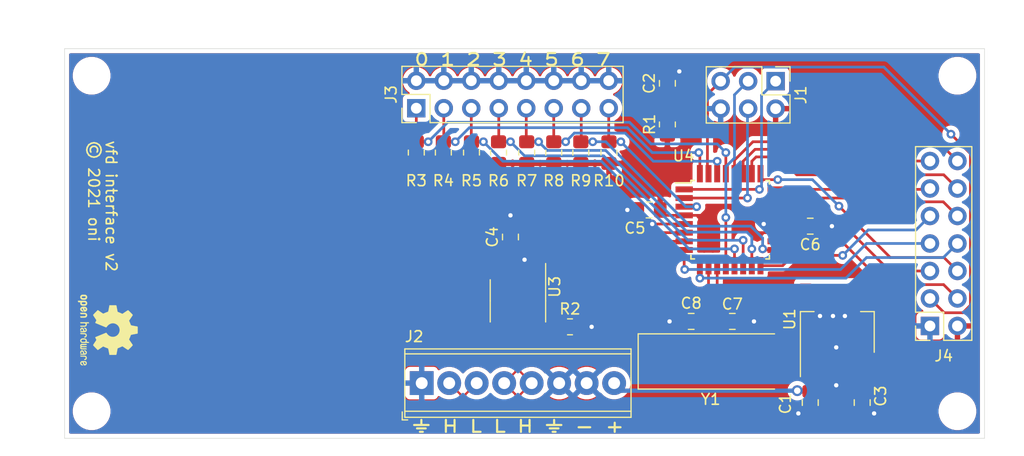
<source format=kicad_pcb>
(kicad_pcb (version 20171130) (host pcbnew 5.1.9+dfsg1-1)

  (general
    (thickness 1.6)
    (drawings 12)
    (tracks 302)
    (zones 0)
    (modules 31)
    (nets 34)
  )

  (page A4)
  (title_block
    (title "VFD Interface")
    (date 2021-04-19)
    (rev 2)
    (company "© 2021 oni")
  )

  (layers
    (0 F.Cu signal)
    (31 B.Cu signal)
    (32 B.Adhes user)
    (33 F.Adhes user)
    (34 B.Paste user)
    (35 F.Paste user)
    (36 B.SilkS user)
    (37 F.SilkS user)
    (38 B.Mask user)
    (39 F.Mask user)
    (40 Dwgs.User user)
    (41 Cmts.User user)
    (42 Eco1.User user)
    (43 Eco2.User user)
    (44 Edge.Cuts user)
    (45 Margin user)
    (46 B.CrtYd user)
    (47 F.CrtYd user)
    (48 B.Fab user hide)
    (49 F.Fab user hide)
  )

  (setup
    (last_trace_width 0.25)
    (trace_clearance 0.2)
    (zone_clearance 0.4)
    (zone_45_only no)
    (trace_min 0.2)
    (via_size 0.8)
    (via_drill 0.4)
    (via_min_size 0.4)
    (via_min_drill 0.3)
    (uvia_size 0.3)
    (uvia_drill 0.1)
    (uvias_allowed no)
    (uvia_min_size 0.2)
    (uvia_min_drill 0.1)
    (edge_width 0.05)
    (segment_width 0.2)
    (pcb_text_width 0.3)
    (pcb_text_size 1.5 1.5)
    (mod_edge_width 0.12)
    (mod_text_size 1 1)
    (mod_text_width 0.15)
    (pad_size 1.524 1.524)
    (pad_drill 0.762)
    (pad_to_mask_clearance 0)
    (aux_axis_origin 0 0)
    (visible_elements FFFFFF7F)
    (pcbplotparams
      (layerselection 0x010fc_ffffffff)
      (usegerberextensions false)
      (usegerberattributes true)
      (usegerberadvancedattributes true)
      (creategerberjobfile true)
      (excludeedgelayer true)
      (linewidth 0.100000)
      (plotframeref false)
      (viasonmask false)
      (mode 1)
      (useauxorigin false)
      (hpglpennumber 1)
      (hpglpenspeed 20)
      (hpglpendiameter 15.000000)
      (psnegative false)
      (psa4output false)
      (plotreference true)
      (plotvalue true)
      (plotinvisibletext false)
      (padsonsilk false)
      (subtractmaskfromsilk true)
      (outputformat 1)
      (mirror false)
      (drillshape 0)
      (scaleselection 1)
      (outputdirectory "plot"))
  )

  (net 0 "")
  (net 1 GND)
  (net 2 +12V)
  (net 3 /~RESET)
  (net 4 +5V)
  (net 5 "Net-(C7-Pad2)")
  (net 6 "Net-(C8-Pad2)")
  (net 7 /MOSI)
  (net 8 /SCK)
  (net 9 /MISO)
  (net 10 /CAN+)
  (net 11 /CAN-)
  (net 12 /BUTTON7)
  (net 13 /BUTTON6)
  (net 14 /BUTTON5)
  (net 15 /BUTTON4)
  (net 16 /BUTTON3)
  (net 17 /BUTTON2)
  (net 18 /BUTTON1)
  (net 19 /BUTTON0)
  (net 20 "Net-(R2-Pad1)")
  (net 21 /VFDDB7)
  (net 22 /VFDDB6)
  (net 23 /VFDDB5)
  (net 24 /VFDDB4)
  (net 25 /VFDDB3)
  (net 26 /VFDDB2)
  (net 27 /VFDDB1)
  (net 28 /VFDDB0)
  (net 29 /VFDE)
  (net 30 /VFDR~W)
  (net 31 /VFDRS)
  (net 32 /CANRX)
  (net 33 /CANTX)

  (net_class Default "This is the default net class."
    (clearance 0.2)
    (trace_width 0.25)
    (via_dia 0.8)
    (via_drill 0.4)
    (uvia_dia 0.3)
    (uvia_drill 0.1)
    (add_net +5V)
    (add_net /BUTTON0)
    (add_net /BUTTON1)
    (add_net /BUTTON2)
    (add_net /BUTTON3)
    (add_net /BUTTON4)
    (add_net /BUTTON5)
    (add_net /BUTTON6)
    (add_net /BUTTON7)
    (add_net /CAN+)
    (add_net /CAN-)
    (add_net /CANRX)
    (add_net /CANTX)
    (add_net /MISO)
    (add_net /MOSI)
    (add_net /SCK)
    (add_net /VFDDB0)
    (add_net /VFDDB1)
    (add_net /VFDDB2)
    (add_net /VFDDB3)
    (add_net /VFDDB4)
    (add_net /VFDDB5)
    (add_net /VFDDB6)
    (add_net /VFDDB7)
    (add_net /VFDE)
    (add_net /VFDRS)
    (add_net /VFDR~W)
    (add_net /~RESET)
    (add_net GND)
    (add_net "Net-(C7-Pad2)")
    (add_net "Net-(C8-Pad2)")
    (add_net "Net-(R2-Pad1)")
  )

  (net_class Power ""
    (clearance 0.2)
    (trace_width 0.4)
    (via_dia 1)
    (via_drill 0.6)
    (uvia_dia 0.3)
    (uvia_drill 0.1)
    (add_net +12V)
  )

  (module Symbol:OSHW-Logo2_7.3x6mm_SilkScreen (layer F.Cu) (tedit 0) (tstamp 607E0D71)
    (at 110 107.6 270)
    (descr "Open Source Hardware Symbol")
    (tags "Logo Symbol OSHW")
    (path /6046A7CD)
    (attr virtual)
    (fp_text reference LOGO1 (at 0 0 90) (layer F.SilkS) hide
      (effects (font (size 1 1) (thickness 0.15)))
    )
    (fp_text value Logo_Open_Hardware_Small (at 0.75 0 90) (layer F.Fab) hide
      (effects (font (size 1 1) (thickness 0.15)))
    )
    (fp_poly (pts (xy -2.400256 1.919918) (xy -2.344799 1.947568) (xy -2.295852 1.99848) (xy -2.282371 2.017338)
      (xy -2.267686 2.042015) (xy -2.258158 2.068816) (xy -2.252707 2.104587) (xy -2.250253 2.156169)
      (xy -2.249714 2.224267) (xy -2.252148 2.317588) (xy -2.260606 2.387657) (xy -2.276826 2.439931)
      (xy -2.302546 2.479869) (xy -2.339503 2.512929) (xy -2.342218 2.514886) (xy -2.37864 2.534908)
      (xy -2.422498 2.544815) (xy -2.478276 2.547257) (xy -2.568952 2.547257) (xy -2.56899 2.635283)
      (xy -2.569834 2.684308) (xy -2.574976 2.713065) (xy -2.588413 2.730311) (xy -2.614142 2.744808)
      (xy -2.620321 2.747769) (xy -2.649236 2.761648) (xy -2.671624 2.770414) (xy -2.688271 2.771171)
      (xy -2.699964 2.761023) (xy -2.70749 2.737073) (xy -2.711634 2.696426) (xy -2.713185 2.636186)
      (xy -2.712929 2.553455) (xy -2.711651 2.445339) (xy -2.711252 2.413) (xy -2.709815 2.301524)
      (xy -2.708528 2.228603) (xy -2.569029 2.228603) (xy -2.568245 2.290499) (xy -2.56476 2.330997)
      (xy -2.556876 2.357708) (xy -2.542895 2.378244) (xy -2.533403 2.38826) (xy -2.494596 2.417567)
      (xy -2.460237 2.419952) (xy -2.424784 2.39575) (xy -2.423886 2.394857) (xy -2.409461 2.376153)
      (xy -2.400687 2.350732) (xy -2.396261 2.311584) (xy -2.394882 2.251697) (xy -2.394857 2.23843)
      (xy -2.398188 2.155901) (xy -2.409031 2.098691) (xy -2.42866 2.063766) (xy -2.45835 2.048094)
      (xy -2.475509 2.046514) (xy -2.516234 2.053926) (xy -2.544168 2.07833) (xy -2.560983 2.12298)
      (xy -2.56835 2.19113) (xy -2.569029 2.228603) (xy -2.708528 2.228603) (xy -2.708292 2.215245)
      (xy -2.706323 2.150333) (xy -2.70355 2.102958) (xy -2.699612 2.06929) (xy -2.694151 2.045498)
      (xy -2.686808 2.027753) (xy -2.677223 2.012224) (xy -2.673113 2.006381) (xy -2.618595 1.951185)
      (xy -2.549664 1.91989) (xy -2.469928 1.911165) (xy -2.400256 1.919918)) (layer F.SilkS) (width 0.01))
    (fp_poly (pts (xy -1.283907 1.92778) (xy -1.237328 1.954723) (xy -1.204943 1.981466) (xy -1.181258 2.009484)
      (xy -1.164941 2.043748) (xy -1.154661 2.089227) (xy -1.149086 2.150892) (xy -1.146884 2.233711)
      (xy -1.146629 2.293246) (xy -1.146629 2.512391) (xy -1.208314 2.540044) (xy -1.27 2.567697)
      (xy -1.277257 2.32767) (xy -1.280256 2.238028) (xy -1.283402 2.172962) (xy -1.287299 2.128026)
      (xy -1.292553 2.09877) (xy -1.299769 2.080748) (xy -1.30955 2.069511) (xy -1.312688 2.067079)
      (xy -1.360239 2.048083) (xy -1.408303 2.0556) (xy -1.436914 2.075543) (xy -1.448553 2.089675)
      (xy -1.456609 2.10822) (xy -1.461729 2.136334) (xy -1.464559 2.179173) (xy -1.465744 2.241895)
      (xy -1.465943 2.307261) (xy -1.465982 2.389268) (xy -1.467386 2.447316) (xy -1.472086 2.486465)
      (xy -1.482013 2.51178) (xy -1.499097 2.528323) (xy -1.525268 2.541156) (xy -1.560225 2.554491)
      (xy -1.598404 2.569007) (xy -1.593859 2.311389) (xy -1.592029 2.218519) (xy -1.589888 2.149889)
      (xy -1.586819 2.100711) (xy -1.582206 2.066198) (xy -1.575432 2.041562) (xy -1.565881 2.022016)
      (xy -1.554366 2.00477) (xy -1.49881 1.94968) (xy -1.43102 1.917822) (xy -1.357287 1.910191)
      (xy -1.283907 1.92778)) (layer F.SilkS) (width 0.01))
    (fp_poly (pts (xy -2.958885 1.921962) (xy -2.890855 1.957733) (xy -2.840649 2.015301) (xy -2.822815 2.052312)
      (xy -2.808937 2.107882) (xy -2.801833 2.178096) (xy -2.80116 2.254727) (xy -2.806573 2.329552)
      (xy -2.81773 2.394342) (xy -2.834286 2.440873) (xy -2.839374 2.448887) (xy -2.899645 2.508707)
      (xy -2.971231 2.544535) (xy -3.048908 2.55502) (xy -3.127452 2.53881) (xy -3.149311 2.529092)
      (xy -3.191878 2.499143) (xy -3.229237 2.459433) (xy -3.232768 2.454397) (xy -3.247119 2.430124)
      (xy -3.256606 2.404178) (xy -3.26221 2.370022) (xy -3.264914 2.321119) (xy -3.265701 2.250935)
      (xy -3.265714 2.2352) (xy -3.265678 2.230192) (xy -3.120571 2.230192) (xy -3.119727 2.29643)
      (xy -3.116404 2.340386) (xy -3.109417 2.368779) (xy -3.097584 2.388325) (xy -3.091543 2.394857)
      (xy -3.056814 2.41968) (xy -3.023097 2.418548) (xy -2.989005 2.397016) (xy -2.968671 2.374029)
      (xy -2.956629 2.340478) (xy -2.949866 2.287569) (xy -2.949402 2.281399) (xy -2.948248 2.185513)
      (xy -2.960312 2.114299) (xy -2.98543 2.068194) (xy -3.02344 2.047635) (xy -3.037008 2.046514)
      (xy -3.072636 2.052152) (xy -3.097006 2.071686) (xy -3.111907 2.109042) (xy -3.119125 2.16815)
      (xy -3.120571 2.230192) (xy -3.265678 2.230192) (xy -3.265174 2.160413) (xy -3.262904 2.108159)
      (xy -3.257932 2.071949) (xy -3.249287 2.045299) (xy -3.235995 2.021722) (xy -3.233057 2.017338)
      (xy -3.183687 1.958249) (xy -3.129891 1.923947) (xy -3.064398 1.910331) (xy -3.042158 1.909665)
      (xy -2.958885 1.921962)) (layer F.SilkS) (width 0.01))
    (fp_poly (pts (xy -1.831697 1.931239) (xy -1.774473 1.969735) (xy -1.730251 2.025335) (xy -1.703833 2.096086)
      (xy -1.69849 2.148162) (xy -1.699097 2.169893) (xy -1.704178 2.186531) (xy -1.718145 2.201437)
      (xy -1.745411 2.217973) (xy -1.790388 2.239498) (xy -1.857489 2.269374) (xy -1.857829 2.269524)
      (xy -1.919593 2.297813) (xy -1.970241 2.322933) (xy -2.004596 2.342179) (xy -2.017482 2.352848)
      (xy -2.017486 2.352934) (xy -2.006128 2.376166) (xy -1.979569 2.401774) (xy -1.949077 2.420221)
      (xy -1.93363 2.423886) (xy -1.891485 2.411212) (xy -1.855192 2.379471) (xy -1.837483 2.344572)
      (xy -1.820448 2.318845) (xy -1.787078 2.289546) (xy -1.747851 2.264235) (xy -1.713244 2.250471)
      (xy -1.706007 2.249714) (xy -1.697861 2.26216) (xy -1.69737 2.293972) (xy -1.703357 2.336866)
      (xy -1.714643 2.382558) (xy -1.73005 2.422761) (xy -1.730829 2.424322) (xy -1.777196 2.489062)
      (xy -1.837289 2.533097) (xy -1.905535 2.554711) (xy -1.976362 2.552185) (xy -2.044196 2.523804)
      (xy -2.047212 2.521808) (xy -2.100573 2.473448) (xy -2.13566 2.410352) (xy -2.155078 2.327387)
      (xy -2.157684 2.304078) (xy -2.162299 2.194055) (xy -2.156767 2.142748) (xy -2.017486 2.142748)
      (xy -2.015676 2.174753) (xy -2.005778 2.184093) (xy -1.981102 2.177105) (xy -1.942205 2.160587)
      (xy -1.898725 2.139881) (xy -1.897644 2.139333) (xy -1.860791 2.119949) (xy -1.846 2.107013)
      (xy -1.849647 2.093451) (xy -1.865005 2.075632) (xy -1.904077 2.049845) (xy -1.946154 2.04795)
      (xy -1.983897 2.066717) (xy -2.009966 2.102915) (xy -2.017486 2.142748) (xy -2.156767 2.142748)
      (xy -2.152806 2.106027) (xy -2.12845 2.036212) (xy -2.094544 1.987302) (xy -2.033347 1.937878)
      (xy -1.965937 1.913359) (xy -1.89712 1.911797) (xy -1.831697 1.931239)) (layer F.SilkS) (width 0.01))
    (fp_poly (pts (xy -0.624114 1.851289) (xy -0.619861 1.910613) (xy -0.614975 1.945572) (xy -0.608205 1.96082)
      (xy -0.598298 1.961015) (xy -0.595086 1.959195) (xy -0.552356 1.946015) (xy -0.496773 1.946785)
      (xy -0.440263 1.960333) (xy -0.404918 1.977861) (xy -0.368679 2.005861) (xy -0.342187 2.037549)
      (xy -0.324001 2.077813) (xy -0.312678 2.131543) (xy -0.306778 2.203626) (xy -0.304857 2.298951)
      (xy -0.304823 2.317237) (xy -0.3048 2.522646) (xy -0.350509 2.53858) (xy -0.382973 2.54942)
      (xy -0.400785 2.554468) (xy -0.401309 2.554514) (xy -0.403063 2.540828) (xy -0.404556 2.503076)
      (xy -0.405674 2.446224) (xy -0.406303 2.375234) (xy -0.4064 2.332073) (xy -0.406602 2.246973)
      (xy -0.407642 2.185981) (xy -0.410169 2.144177) (xy -0.414836 2.116642) (xy -0.422293 2.098456)
      (xy -0.433189 2.084698) (xy -0.439993 2.078073) (xy -0.486728 2.051375) (xy -0.537728 2.049375)
      (xy -0.583999 2.071955) (xy -0.592556 2.080107) (xy -0.605107 2.095436) (xy -0.613812 2.113618)
      (xy -0.619369 2.139909) (xy -0.622474 2.179562) (xy -0.623824 2.237832) (xy -0.624114 2.318173)
      (xy -0.624114 2.522646) (xy -0.669823 2.53858) (xy -0.702287 2.54942) (xy -0.720099 2.554468)
      (xy -0.720623 2.554514) (xy -0.721963 2.540623) (xy -0.723172 2.501439) (xy -0.724199 2.4407)
      (xy -0.724998 2.362141) (xy -0.725519 2.269498) (xy -0.725714 2.166509) (xy -0.725714 1.769342)
      (xy -0.678543 1.749444) (xy -0.631371 1.729547) (xy -0.624114 1.851289)) (layer F.SilkS) (width 0.01))
    (fp_poly (pts (xy 0.039744 1.950968) (xy 0.096616 1.972087) (xy 0.097267 1.972493) (xy 0.13244 1.99838)
      (xy 0.158407 2.028633) (xy 0.17667 2.068058) (xy 0.188732 2.121462) (xy 0.196096 2.193651)
      (xy 0.200264 2.289432) (xy 0.200629 2.303078) (xy 0.205876 2.508842) (xy 0.161716 2.531678)
      (xy 0.129763 2.54711) (xy 0.11047 2.554423) (xy 0.109578 2.554514) (xy 0.106239 2.541022)
      (xy 0.103587 2.504626) (xy 0.101956 2.451452) (xy 0.1016 2.408393) (xy 0.101592 2.338641)
      (xy 0.098403 2.294837) (xy 0.087288 2.273944) (xy 0.063501 2.272925) (xy 0.022296 2.288741)
      (xy -0.039914 2.317815) (xy -0.085659 2.341963) (xy -0.109187 2.362913) (xy -0.116104 2.385747)
      (xy -0.116114 2.386877) (xy -0.104701 2.426212) (xy -0.070908 2.447462) (xy -0.019191 2.450539)
      (xy 0.018061 2.450006) (xy 0.037703 2.460735) (xy 0.049952 2.486505) (xy 0.057002 2.519337)
      (xy 0.046842 2.537966) (xy 0.043017 2.540632) (xy 0.007001 2.55134) (xy -0.043434 2.552856)
      (xy -0.095374 2.545759) (xy -0.132178 2.532788) (xy -0.183062 2.489585) (xy -0.211986 2.429446)
      (xy -0.217714 2.382462) (xy -0.213343 2.340082) (xy -0.197525 2.305488) (xy -0.166203 2.274763)
      (xy -0.115322 2.24399) (xy -0.040824 2.209252) (xy -0.036286 2.207288) (xy 0.030821 2.176287)
      (xy 0.072232 2.150862) (xy 0.089981 2.128014) (xy 0.086107 2.104745) (xy 0.062643 2.078056)
      (xy 0.055627 2.071914) (xy 0.00863 2.0481) (xy -0.040067 2.049103) (xy -0.082478 2.072451)
      (xy -0.110616 2.115675) (xy -0.113231 2.12416) (xy -0.138692 2.165308) (xy -0.170999 2.185128)
      (xy -0.217714 2.20477) (xy -0.217714 2.15395) (xy -0.203504 2.080082) (xy -0.161325 2.012327)
      (xy -0.139376 1.989661) (xy -0.089483 1.960569) (xy -0.026033 1.9474) (xy 0.039744 1.950968)) (layer F.SilkS) (width 0.01))
    (fp_poly (pts (xy 0.529926 1.949755) (xy 0.595858 1.974084) (xy 0.649273 2.017117) (xy 0.670164 2.047409)
      (xy 0.692939 2.102994) (xy 0.692466 2.143186) (xy 0.668562 2.170217) (xy 0.659717 2.174813)
      (xy 0.62153 2.189144) (xy 0.602028 2.185472) (xy 0.595422 2.161407) (xy 0.595086 2.148114)
      (xy 0.582992 2.09921) (xy 0.551471 2.064999) (xy 0.507659 2.048476) (xy 0.458695 2.052634)
      (xy 0.418894 2.074227) (xy 0.40545 2.086544) (xy 0.395921 2.101487) (xy 0.389485 2.124075)
      (xy 0.385317 2.159328) (xy 0.382597 2.212266) (xy 0.380502 2.287907) (xy 0.37996 2.311857)
      (xy 0.377981 2.39379) (xy 0.375731 2.451455) (xy 0.372357 2.489608) (xy 0.367006 2.513004)
      (xy 0.358824 2.526398) (xy 0.346959 2.534545) (xy 0.339362 2.538144) (xy 0.307102 2.550452)
      (xy 0.288111 2.554514) (xy 0.281836 2.540948) (xy 0.278006 2.499934) (xy 0.2766 2.430999)
      (xy 0.277598 2.333669) (xy 0.277908 2.318657) (xy 0.280101 2.229859) (xy 0.282693 2.165019)
      (xy 0.286382 2.119067) (xy 0.291864 2.086935) (xy 0.299835 2.063553) (xy 0.310993 2.043852)
      (xy 0.31683 2.03541) (xy 0.350296 1.998057) (xy 0.387727 1.969003) (xy 0.392309 1.966467)
      (xy 0.459426 1.946443) (xy 0.529926 1.949755)) (layer F.SilkS) (width 0.01))
    (fp_poly (pts (xy 1.190117 2.065358) (xy 1.189933 2.173837) (xy 1.189219 2.257287) (xy 1.187675 2.319704)
      (xy 1.185001 2.365085) (xy 1.180894 2.397429) (xy 1.175055 2.420733) (xy 1.167182 2.438995)
      (xy 1.161221 2.449418) (xy 1.111855 2.505945) (xy 1.049264 2.541377) (xy 0.980013 2.55409)
      (xy 0.910668 2.542463) (xy 0.869375 2.521568) (xy 0.826025 2.485422) (xy 0.796481 2.441276)
      (xy 0.778655 2.383462) (xy 0.770463 2.306313) (xy 0.769302 2.249714) (xy 0.769458 2.245647)
      (xy 0.870857 2.245647) (xy 0.871476 2.31055) (xy 0.874314 2.353514) (xy 0.88084 2.381622)
      (xy 0.892523 2.401953) (xy 0.906483 2.417288) (xy 0.953365 2.44689) (xy 1.003701 2.449419)
      (xy 1.051276 2.424705) (xy 1.054979 2.421356) (xy 1.070783 2.403935) (xy 1.080693 2.383209)
      (xy 1.086058 2.352362) (xy 1.088228 2.304577) (xy 1.088571 2.251748) (xy 1.087827 2.185381)
      (xy 1.084748 2.141106) (xy 1.078061 2.112009) (xy 1.066496 2.091173) (xy 1.057013 2.080107)
      (xy 1.01296 2.052198) (xy 0.962224 2.048843) (xy 0.913796 2.070159) (xy 0.90445 2.078073)
      (xy 0.88854 2.095647) (xy 0.87861 2.116587) (xy 0.873278 2.147782) (xy 0.871163 2.196122)
      (xy 0.870857 2.245647) (xy 0.769458 2.245647) (xy 0.77281 2.158568) (xy 0.784726 2.090086)
      (xy 0.807135 2.0386) (xy 0.842124 1.998443) (xy 0.869375 1.977861) (xy 0.918907 1.955625)
      (xy 0.976316 1.945304) (xy 1.029682 1.948067) (xy 1.059543 1.959212) (xy 1.071261 1.962383)
      (xy 1.079037 1.950557) (xy 1.084465 1.918866) (xy 1.088571 1.870593) (xy 1.093067 1.816829)
      (xy 1.099313 1.784482) (xy 1.110676 1.765985) (xy 1.130528 1.75377) (xy 1.143 1.748362)
      (xy 1.190171 1.728601) (xy 1.190117 2.065358)) (layer F.SilkS) (width 0.01))
    (fp_poly (pts (xy 1.779833 1.958663) (xy 1.782048 1.99685) (xy 1.783784 2.054886) (xy 1.784899 2.12818)
      (xy 1.785257 2.205055) (xy 1.785257 2.465196) (xy 1.739326 2.511127) (xy 1.707675 2.539429)
      (xy 1.67989 2.550893) (xy 1.641915 2.550168) (xy 1.62684 2.548321) (xy 1.579726 2.542948)
      (xy 1.540756 2.539869) (xy 1.531257 2.539585) (xy 1.499233 2.541445) (xy 1.453432 2.546114)
      (xy 1.435674 2.548321) (xy 1.392057 2.551735) (xy 1.362745 2.54432) (xy 1.33368 2.521427)
      (xy 1.323188 2.511127) (xy 1.277257 2.465196) (xy 1.277257 1.978602) (xy 1.314226 1.961758)
      (xy 1.346059 1.949282) (xy 1.364683 1.944914) (xy 1.369458 1.958718) (xy 1.373921 1.997286)
      (xy 1.377775 2.056356) (xy 1.380722 2.131663) (xy 1.382143 2.195286) (xy 1.386114 2.445657)
      (xy 1.420759 2.450556) (xy 1.452268 2.447131) (xy 1.467708 2.436041) (xy 1.472023 2.415308)
      (xy 1.475708 2.371145) (xy 1.478469 2.309146) (xy 1.480012 2.234909) (xy 1.480235 2.196706)
      (xy 1.480457 1.976783) (xy 1.526166 1.960849) (xy 1.558518 1.950015) (xy 1.576115 1.944962)
      (xy 1.576623 1.944914) (xy 1.578388 1.958648) (xy 1.580329 1.99673) (xy 1.582282 2.054482)
      (xy 1.584084 2.127227) (xy 1.585343 2.195286) (xy 1.589314 2.445657) (xy 1.6764 2.445657)
      (xy 1.680396 2.21724) (xy 1.684392 1.988822) (xy 1.726847 1.966868) (xy 1.758192 1.951793)
      (xy 1.776744 1.944951) (xy 1.777279 1.944914) (xy 1.779833 1.958663)) (layer F.SilkS) (width 0.01))
    (fp_poly (pts (xy 2.144876 1.956335) (xy 2.186667 1.975344) (xy 2.219469 1.998378) (xy 2.243503 2.024133)
      (xy 2.260097 2.057358) (xy 2.270577 2.1028) (xy 2.276271 2.165207) (xy 2.278507 2.249327)
      (xy 2.278743 2.304721) (xy 2.278743 2.520826) (xy 2.241774 2.53767) (xy 2.212656 2.549981)
      (xy 2.198231 2.554514) (xy 2.195472 2.541025) (xy 2.193282 2.504653) (xy 2.191942 2.451542)
      (xy 2.191657 2.409372) (xy 2.190434 2.348447) (xy 2.187136 2.300115) (xy 2.182321 2.270518)
      (xy 2.178496 2.264229) (xy 2.152783 2.270652) (xy 2.112418 2.287125) (xy 2.065679 2.309458)
      (xy 2.020845 2.333457) (xy 1.986193 2.35493) (xy 1.970002 2.369685) (xy 1.969938 2.369845)
      (xy 1.97133 2.397152) (xy 1.983818 2.423219) (xy 2.005743 2.444392) (xy 2.037743 2.451474)
      (xy 2.065092 2.450649) (xy 2.103826 2.450042) (xy 2.124158 2.459116) (xy 2.136369 2.483092)
      (xy 2.137909 2.487613) (xy 2.143203 2.521806) (xy 2.129047 2.542568) (xy 2.092148 2.552462)
      (xy 2.052289 2.554292) (xy 1.980562 2.540727) (xy 1.943432 2.521355) (xy 1.897576 2.475845)
      (xy 1.873256 2.419983) (xy 1.871073 2.360957) (xy 1.891629 2.305953) (xy 1.922549 2.271486)
      (xy 1.95342 2.252189) (xy 2.001942 2.227759) (xy 2.058485 2.202985) (xy 2.06791 2.199199)
      (xy 2.130019 2.171791) (xy 2.165822 2.147634) (xy 2.177337 2.123619) (xy 2.16658 2.096635)
      (xy 2.148114 2.075543) (xy 2.104469 2.049572) (xy 2.056446 2.047624) (xy 2.012406 2.067637)
      (xy 1.980709 2.107551) (xy 1.976549 2.117848) (xy 1.952327 2.155724) (xy 1.916965 2.183842)
      (xy 1.872343 2.206917) (xy 1.872343 2.141485) (xy 1.874969 2.101506) (xy 1.88623 2.069997)
      (xy 1.911199 2.036378) (xy 1.935169 2.010484) (xy 1.972441 1.973817) (xy 2.001401 1.954121)
      (xy 2.032505 1.94622) (xy 2.067713 1.944914) (xy 2.144876 1.956335)) (layer F.SilkS) (width 0.01))
    (fp_poly (pts (xy 2.6526 1.958752) (xy 2.669948 1.966334) (xy 2.711356 1.999128) (xy 2.746765 2.046547)
      (xy 2.768664 2.097151) (xy 2.772229 2.122098) (xy 2.760279 2.156927) (xy 2.734067 2.175357)
      (xy 2.705964 2.186516) (xy 2.693095 2.188572) (xy 2.686829 2.173649) (xy 2.674456 2.141175)
      (xy 2.669028 2.126502) (xy 2.63859 2.075744) (xy 2.59452 2.050427) (xy 2.53801 2.051206)
      (xy 2.533825 2.052203) (xy 2.503655 2.066507) (xy 2.481476 2.094393) (xy 2.466327 2.139287)
      (xy 2.45725 2.204615) (xy 2.453286 2.293804) (xy 2.452914 2.341261) (xy 2.45273 2.416071)
      (xy 2.451522 2.467069) (xy 2.448309 2.499471) (xy 2.442109 2.518495) (xy 2.43194 2.529356)
      (xy 2.416819 2.537272) (xy 2.415946 2.53767) (xy 2.386828 2.549981) (xy 2.372403 2.554514)
      (xy 2.370186 2.540809) (xy 2.368289 2.502925) (xy 2.366847 2.445715) (xy 2.365998 2.374027)
      (xy 2.365829 2.321565) (xy 2.366692 2.220047) (xy 2.37007 2.143032) (xy 2.377142 2.086023)
      (xy 2.389088 2.044526) (xy 2.40709 2.014043) (xy 2.432327 1.99008) (xy 2.457247 1.973355)
      (xy 2.517171 1.951097) (xy 2.586911 1.946076) (xy 2.6526 1.958752)) (layer F.SilkS) (width 0.01))
    (fp_poly (pts (xy 3.153595 1.966966) (xy 3.211021 2.004497) (xy 3.238719 2.038096) (xy 3.260662 2.099064)
      (xy 3.262405 2.147308) (xy 3.258457 2.211816) (xy 3.109686 2.276934) (xy 3.037349 2.310202)
      (xy 2.990084 2.336964) (xy 2.965507 2.360144) (xy 2.961237 2.382667) (xy 2.974889 2.407455)
      (xy 2.989943 2.423886) (xy 3.033746 2.450235) (xy 3.081389 2.452081) (xy 3.125145 2.431546)
      (xy 3.157289 2.390752) (xy 3.163038 2.376347) (xy 3.190576 2.331356) (xy 3.222258 2.312182)
      (xy 3.265714 2.295779) (xy 3.265714 2.357966) (xy 3.261872 2.400283) (xy 3.246823 2.435969)
      (xy 3.21528 2.476943) (xy 3.210592 2.482267) (xy 3.175506 2.51872) (xy 3.145347 2.538283)
      (xy 3.107615 2.547283) (xy 3.076335 2.55023) (xy 3.020385 2.550965) (xy 2.980555 2.54166)
      (xy 2.955708 2.527846) (xy 2.916656 2.497467) (xy 2.889625 2.464613) (xy 2.872517 2.423294)
      (xy 2.863238 2.367521) (xy 2.859693 2.291305) (xy 2.85941 2.252622) (xy 2.860372 2.206247)
      (xy 2.948007 2.206247) (xy 2.949023 2.231126) (xy 2.951556 2.2352) (xy 2.968274 2.229665)
      (xy 3.004249 2.215017) (xy 3.052331 2.19419) (xy 3.062386 2.189714) (xy 3.123152 2.158814)
      (xy 3.156632 2.131657) (xy 3.16399 2.10622) (xy 3.146391 2.080481) (xy 3.131856 2.069109)
      (xy 3.07941 2.046364) (xy 3.030322 2.050122) (xy 2.989227 2.077884) (xy 2.960758 2.127152)
      (xy 2.951631 2.166257) (xy 2.948007 2.206247) (xy 2.860372 2.206247) (xy 2.861285 2.162249)
      (xy 2.868196 2.095384) (xy 2.881884 2.046695) (xy 2.904096 2.010849) (xy 2.936574 1.982513)
      (xy 2.950733 1.973355) (xy 3.015053 1.949507) (xy 3.085473 1.948006) (xy 3.153595 1.966966)) (layer F.SilkS) (width 0.01))
    (fp_poly (pts (xy 0.10391 -2.757652) (xy 0.182454 -2.757222) (xy 0.239298 -2.756058) (xy 0.278105 -2.753793)
      (xy 0.302538 -2.75006) (xy 0.316262 -2.744494) (xy 0.32294 -2.736727) (xy 0.326236 -2.726395)
      (xy 0.326556 -2.725057) (xy 0.331562 -2.700921) (xy 0.340829 -2.653299) (xy 0.353392 -2.587259)
      (xy 0.368287 -2.507872) (xy 0.384551 -2.420204) (xy 0.385119 -2.417125) (xy 0.40141 -2.331211)
      (xy 0.416652 -2.255304) (xy 0.429861 -2.193955) (xy 0.440054 -2.151718) (xy 0.446248 -2.133145)
      (xy 0.446543 -2.132816) (xy 0.464788 -2.123747) (xy 0.502405 -2.108633) (xy 0.551271 -2.090738)
      (xy 0.551543 -2.090642) (xy 0.613093 -2.067507) (xy 0.685657 -2.038035) (xy 0.754057 -2.008403)
      (xy 0.757294 -2.006938) (xy 0.868702 -1.956374) (xy 1.115399 -2.12484) (xy 1.191077 -2.176197)
      (xy 1.259631 -2.222111) (xy 1.317088 -2.25997) (xy 1.359476 -2.287163) (xy 1.382825 -2.301079)
      (xy 1.385042 -2.302111) (xy 1.40201 -2.297516) (xy 1.433701 -2.275345) (xy 1.481352 -2.234553)
      (xy 1.546198 -2.174095) (xy 1.612397 -2.109773) (xy 1.676214 -2.046388) (xy 1.733329 -1.988549)
      (xy 1.780305 -1.939825) (xy 1.813703 -1.90379) (xy 1.830085 -1.884016) (xy 1.830694 -1.882998)
      (xy 1.832505 -1.869428) (xy 1.825683 -1.847267) (xy 1.80854 -1.813522) (xy 1.779393 -1.7652)
      (xy 1.736555 -1.699308) (xy 1.679448 -1.614483) (xy 1.628766 -1.539823) (xy 1.583461 -1.47286)
      (xy 1.54615 -1.417484) (xy 1.519452 -1.37758) (xy 1.505985 -1.357038) (xy 1.505137 -1.355644)
      (xy 1.506781 -1.335962) (xy 1.519245 -1.297707) (xy 1.540048 -1.248111) (xy 1.547462 -1.232272)
      (xy 1.579814 -1.16171) (xy 1.614328 -1.081647) (xy 1.642365 -1.012371) (xy 1.662568 -0.960955)
      (xy 1.678615 -0.921881) (xy 1.687888 -0.901459) (xy 1.689041 -0.899886) (xy 1.706096 -0.897279)
      (xy 1.746298 -0.890137) (xy 1.804302 -0.879477) (xy 1.874763 -0.866315) (xy 1.952335 -0.851667)
      (xy 2.031672 -0.836551) (xy 2.107431 -0.821982) (xy 2.174264 -0.808978) (xy 2.226828 -0.798555)
      (xy 2.259776 -0.79173) (xy 2.267857 -0.789801) (xy 2.276205 -0.785038) (xy 2.282506 -0.774282)
      (xy 2.287045 -0.753902) (xy 2.290104 -0.720266) (xy 2.291967 -0.669745) (xy 2.292918 -0.598708)
      (xy 2.29324 -0.503524) (xy 2.293257 -0.464508) (xy 2.293257 -0.147201) (xy 2.217057 -0.132161)
      (xy 2.174663 -0.124005) (xy 2.1114 -0.112101) (xy 2.034962 -0.097884) (xy 1.953043 -0.08279)
      (xy 1.9304 -0.078645) (xy 1.854806 -0.063947) (xy 1.788953 -0.049495) (xy 1.738366 -0.036625)
      (xy 1.708574 -0.026678) (xy 1.703612 -0.023713) (xy 1.691426 -0.002717) (xy 1.673953 0.037967)
      (xy 1.654577 0.090322) (xy 1.650734 0.1016) (xy 1.625339 0.171523) (xy 1.593817 0.250418)
      (xy 1.562969 0.321266) (xy 1.562817 0.321595) (xy 1.511447 0.432733) (xy 1.680399 0.681253)
      (xy 1.849352 0.929772) (xy 1.632429 1.147058) (xy 1.566819 1.211726) (xy 1.506979 1.268733)
      (xy 1.456267 1.315033) (xy 1.418046 1.347584) (xy 1.395675 1.363343) (xy 1.392466 1.364343)
      (xy 1.373626 1.356469) (xy 1.33518 1.334578) (xy 1.28133 1.301267) (xy 1.216276 1.259131)
      (xy 1.14594 1.211943) (xy 1.074555 1.16381) (xy 1.010908 1.121928) (xy 0.959041 1.088871)
      (xy 0.922995 1.067218) (xy 0.906867 1.059543) (xy 0.887189 1.066037) (xy 0.849875 1.08315)
      (xy 0.802621 1.107326) (xy 0.797612 1.110013) (xy 0.733977 1.141927) (xy 0.690341 1.157579)
      (xy 0.663202 1.157745) (xy 0.649057 1.143204) (xy 0.648975 1.143) (xy 0.641905 1.125779)
      (xy 0.625042 1.084899) (xy 0.599695 1.023525) (xy 0.567171 0.944819) (xy 0.528778 0.851947)
      (xy 0.485822 0.748072) (xy 0.444222 0.647502) (xy 0.398504 0.536516) (xy 0.356526 0.433703)
      (xy 0.319548 0.342215) (xy 0.288827 0.265201) (xy 0.265622 0.205815) (xy 0.25119 0.167209)
      (xy 0.246743 0.1528) (xy 0.257896 0.136272) (xy 0.287069 0.10993) (xy 0.325971 0.080887)
      (xy 0.436757 -0.010961) (xy 0.523351 -0.116241) (xy 0.584716 -0.232734) (xy 0.619815 -0.358224)
      (xy 0.627608 -0.490493) (xy 0.621943 -0.551543) (xy 0.591078 -0.678205) (xy 0.53792 -0.790059)
      (xy 0.465767 -0.885999) (xy 0.377917 -0.964924) (xy 0.277665 -1.02573) (xy 0.16831 -1.067313)
      (xy 0.053147 -1.088572) (xy -0.064525 -1.088401) (xy -0.18141 -1.065699) (xy -0.294211 -1.019362)
      (xy -0.399631 -0.948287) (xy -0.443632 -0.908089) (xy -0.528021 -0.804871) (xy -0.586778 -0.692075)
      (xy -0.620296 -0.57299) (xy -0.628965 -0.450905) (xy -0.613177 -0.329107) (xy -0.573322 -0.210884)
      (xy -0.509793 -0.099525) (xy -0.422979 0.001684) (xy -0.325971 0.080887) (xy -0.285563 0.111162)
      (xy -0.257018 0.137219) (xy -0.246743 0.152825) (xy -0.252123 0.169843) (xy -0.267425 0.2105)
      (xy -0.291388 0.271642) (xy -0.322756 0.350119) (xy -0.360268 0.44278) (xy -0.402667 0.546472)
      (xy -0.444337 0.647526) (xy -0.49031 0.758607) (xy -0.532893 0.861541) (xy -0.570779 0.953165)
      (xy -0.60266 1.030316) (xy -0.627229 1.089831) (xy -0.64318 1.128544) (xy -0.64909 1.143)
      (xy -0.663052 1.157685) (xy -0.69006 1.157642) (xy -0.733587 1.142099) (xy -0.79711 1.110284)
      (xy -0.797612 1.110013) (xy -0.84544 1.085323) (xy -0.884103 1.067338) (xy -0.905905 1.059614)
      (xy -0.906867 1.059543) (xy -0.923279 1.067378) (xy -0.959513 1.089165) (xy -1.011526 1.122328)
      (xy -1.075275 1.164291) (xy -1.14594 1.211943) (xy -1.217884 1.260191) (xy -1.282726 1.302151)
      (xy -1.336265 1.335227) (xy -1.374303 1.356821) (xy -1.392467 1.364343) (xy -1.409192 1.354457)
      (xy -1.44282 1.326826) (xy -1.48999 1.284495) (xy -1.547342 1.230505) (xy -1.611516 1.167899)
      (xy -1.632503 1.146983) (xy -1.849501 0.929623) (xy -1.684332 0.68722) (xy -1.634136 0.612781)
      (xy -1.590081 0.545972) (xy -1.554638 0.490665) (xy -1.530281 0.450729) (xy -1.519478 0.430036)
      (xy -1.519162 0.428563) (xy -1.524857 0.409058) (xy -1.540174 0.369822) (xy -1.562463 0.31743)
      (xy -1.578107 0.282355) (xy -1.607359 0.215201) (xy -1.634906 0.147358) (xy -1.656263 0.090034)
      (xy -1.662065 0.072572) (xy -1.678548 0.025938) (xy -1.69466 -0.010095) (xy -1.70351 -0.023713)
      (xy -1.72304 -0.032048) (xy -1.765666 -0.043863) (xy -1.825855 -0.057819) (xy -1.898078 -0.072578)
      (xy -1.9304 -0.078645) (xy -2.012478 -0.093727) (xy -2.091205 -0.108331) (xy -2.158891 -0.12102)
      (xy -2.20784 -0.130358) (xy -2.217057 -0.132161) (xy -2.293257 -0.147201) (xy -2.293257 -0.464508)
      (xy -2.293086 -0.568846) (xy -2.292384 -0.647787) (xy -2.290866 -0.704962) (xy -2.288251 -0.744001)
      (xy -2.284254 -0.768535) (xy -2.278591 -0.782195) (xy -2.27098 -0.788611) (xy -2.267857 -0.789801)
      (xy -2.249022 -0.79402) (xy -2.207412 -0.802438) (xy -2.14837 -0.814039) (xy -2.077243 -0.827805)
      (xy -1.999375 -0.84272) (xy -1.920113 -0.857768) (xy -1.844802 -0.871931) (xy -1.778787 -0.884194)
      (xy -1.727413 -0.893539) (xy -1.696025 -0.89895) (xy -1.689041 -0.899886) (xy -1.682715 -0.912404)
      (xy -1.66871 -0.945754) (xy -1.649645 -0.993623) (xy -1.642366 -1.012371) (xy -1.613004 -1.084805)
      (xy -1.578429 -1.16483) (xy -1.547463 -1.232272) (xy -1.524677 -1.283841) (xy -1.509518 -1.326215)
      (xy -1.504458 -1.352166) (xy -1.505264 -1.355644) (xy -1.515959 -1.372064) (xy -1.54038 -1.408583)
      (xy -1.575905 -1.461313) (xy -1.619913 -1.526365) (xy -1.669783 -1.599849) (xy -1.679644 -1.614355)
      (xy -1.737508 -1.700296) (xy -1.780044 -1.765739) (xy -1.808946 -1.813696) (xy -1.82591 -1.84718)
      (xy -1.832633 -1.869205) (xy -1.83081 -1.882783) (xy -1.830764 -1.882869) (xy -1.816414 -1.900703)
      (xy -1.784677 -1.935183) (xy -1.73899 -1.982732) (xy -1.682796 -2.039778) (xy -1.619532 -2.102745)
      (xy -1.612398 -2.109773) (xy -1.53267 -2.18698) (xy -1.471143 -2.24367) (xy -1.426579 -2.28089)
      (xy -1.397743 -2.299685) (xy -1.385042 -2.302111) (xy -1.366506 -2.291529) (xy -1.328039 -2.267084)
      (xy -1.273614 -2.231388) (xy -1.207202 -2.187053) (xy -1.132775 -2.136689) (xy -1.115399 -2.12484)
      (xy -0.868703 -1.956374) (xy -0.757294 -2.006938) (xy -0.689543 -2.036405) (xy -0.616817 -2.066041)
      (xy -0.554297 -2.08967) (xy -0.551543 -2.090642) (xy -0.50264 -2.108543) (xy -0.464943 -2.12368)
      (xy -0.446575 -2.13279) (xy -0.446544 -2.132816) (xy -0.440715 -2.149283) (xy -0.430808 -2.189781)
      (xy -0.417805 -2.249758) (xy -0.402691 -2.32466) (xy -0.386448 -2.409936) (xy -0.385119 -2.417125)
      (xy -0.368825 -2.504986) (xy -0.353867 -2.58474) (xy -0.341209 -2.651319) (xy -0.331814 -2.699653)
      (xy -0.326646 -2.724675) (xy -0.326556 -2.725057) (xy -0.323411 -2.735701) (xy -0.317296 -2.743738)
      (xy -0.304547 -2.749533) (xy -0.2815 -2.753453) (xy -0.244491 -2.755865) (xy -0.189856 -2.757135)
      (xy -0.113933 -2.757629) (xy -0.013056 -2.757714) (xy 0 -2.757714) (xy 0.10391 -2.757652)) (layer F.SilkS) (width 0.01))
  )

  (module Package_QFP:TQFP-32_7x7mm_P0.8mm (layer F.Cu) (tedit 5A02F146) (tstamp 607E0EA8)
    (at 167.5 97.4)
    (descr "32-Lead Plastic Thin Quad Flatpack (PT) - 7x7x1.0 mm Body, 2.00 mm [TQFP] (see Microchip Packaging Specification 00000049BS.pdf)")
    (tags "QFP 0.8")
    (path /603EAA33)
    (attr smd)
    (fp_text reference U4 (at -4.3 -5.9) (layer F.SilkS)
      (effects (font (size 1 1) (thickness 0.15)))
    )
    (fp_text value ATmega32M1-AU (at 0 6.05) (layer F.Fab)
      (effects (font (size 1 1) (thickness 0.15)))
    )
    (fp_line (start -2.5 -3.5) (end 3.5 -3.5) (layer F.Fab) (width 0.15))
    (fp_line (start 3.5 -3.5) (end 3.5 3.5) (layer F.Fab) (width 0.15))
    (fp_line (start 3.5 3.5) (end -3.5 3.5) (layer F.Fab) (width 0.15))
    (fp_line (start -3.5 3.5) (end -3.5 -2.5) (layer F.Fab) (width 0.15))
    (fp_line (start -3.5 -2.5) (end -2.5 -3.5) (layer F.Fab) (width 0.15))
    (fp_line (start -5.3 -5.3) (end -5.3 5.3) (layer F.CrtYd) (width 0.05))
    (fp_line (start 5.3 -5.3) (end 5.3 5.3) (layer F.CrtYd) (width 0.05))
    (fp_line (start -5.3 -5.3) (end 5.3 -5.3) (layer F.CrtYd) (width 0.05))
    (fp_line (start -5.3 5.3) (end 5.3 5.3) (layer F.CrtYd) (width 0.05))
    (fp_line (start -3.625 -3.625) (end -3.625 -3.4) (layer F.SilkS) (width 0.15))
    (fp_line (start 3.625 -3.625) (end 3.625 -3.3) (layer F.SilkS) (width 0.15))
    (fp_line (start 3.625 3.625) (end 3.625 3.3) (layer F.SilkS) (width 0.15))
    (fp_line (start -3.625 3.625) (end -3.625 3.3) (layer F.SilkS) (width 0.15))
    (fp_line (start -3.625 -3.625) (end -3.3 -3.625) (layer F.SilkS) (width 0.15))
    (fp_line (start -3.625 3.625) (end -3.3 3.625) (layer F.SilkS) (width 0.15))
    (fp_line (start 3.625 3.625) (end 3.3 3.625) (layer F.SilkS) (width 0.15))
    (fp_line (start 3.625 -3.625) (end 3.3 -3.625) (layer F.SilkS) (width 0.15))
    (fp_line (start -3.625 -3.4) (end -5.05 -3.4) (layer F.SilkS) (width 0.15))
    (fp_text user %R (at 0 0) (layer F.Fab)
      (effects (font (size 1 1) (thickness 0.15)))
    )
    (pad 32 smd rect (at -2.8 -4.25 90) (size 1.6 0.55) (layers F.Cu F.Paste F.Mask)
      (net 18 /BUTTON1))
    (pad 31 smd rect (at -2 -4.25 90) (size 1.6 0.55) (layers F.Cu F.Paste F.Mask)
      (net 3 /~RESET))
    (pad 30 smd rect (at -1.2 -4.25 90) (size 1.6 0.55) (layers F.Cu F.Paste F.Mask)
      (net 14 /BUTTON5))
    (pad 29 smd rect (at -0.4 -4.25 90) (size 1.6 0.55) (layers F.Cu F.Paste F.Mask)
      (net 19 /BUTTON0))
    (pad 28 smd rect (at 0.4 -4.25 90) (size 1.6 0.55) (layers F.Cu F.Paste F.Mask)
      (net 21 /VFDDB7))
    (pad 27 smd rect (at 1.2 -4.25 90) (size 1.6 0.55) (layers F.Cu F.Paste F.Mask)
      (net 22 /VFDDB6))
    (pad 26 smd rect (at 2 -4.25 90) (size 1.6 0.55) (layers F.Cu F.Paste F.Mask)
      (net 23 /VFDDB5))
    (pad 25 smd rect (at 2.8 -4.25 90) (size 1.6 0.55) (layers F.Cu F.Paste F.Mask)
      (net 29 /VFDE))
    (pad 24 smd rect (at 4.25 -2.8) (size 1.6 0.55) (layers F.Cu F.Paste F.Mask)
      (net 24 /VFDDB4))
    (pad 23 smd rect (at 4.25 -2) (size 1.6 0.55) (layers F.Cu F.Paste F.Mask)
      (net 25 /VFDDB3))
    (pad 22 smd rect (at 4.25 -1.2) (size 1.6 0.55) (layers F.Cu F.Paste F.Mask)
      (net 30 /VFDR~W))
    (pad 21 smd rect (at 4.25 -0.4) (size 1.6 0.55) (layers F.Cu F.Paste F.Mask))
    (pad 20 smd rect (at 4.25 0.4) (size 1.6 0.55) (layers F.Cu F.Paste F.Mask)
      (net 1 GND))
    (pad 19 smd rect (at 4.25 1.2) (size 1.6 0.55) (layers F.Cu F.Paste F.Mask)
      (net 4 +5V))
    (pad 18 smd rect (at 4.25 2) (size 1.6 0.55) (layers F.Cu F.Paste F.Mask)
      (net 31 /VFDRS))
    (pad 17 smd rect (at 4.25 2.8) (size 1.6 0.55) (layers F.Cu F.Paste F.Mask)
      (net 13 /BUTTON6))
    (pad 16 smd rect (at 2.8 4.25 90) (size 1.6 0.55) (layers F.Cu F.Paste F.Mask)
      (net 26 /VFDDB2))
    (pad 15 smd rect (at 2 4.25 90) (size 1.6 0.55) (layers F.Cu F.Paste F.Mask)
      (net 15 /BUTTON4))
    (pad 14 smd rect (at 1.2 4.25 90) (size 1.6 0.55) (layers F.Cu F.Paste F.Mask)
      (net 16 /BUTTON3))
    (pad 13 smd rect (at 0.4 4.25 90) (size 1.6 0.55) (layers F.Cu F.Paste F.Mask)
      (net 17 /BUTTON2))
    (pad 12 smd rect (at -0.4 4.25 90) (size 1.6 0.55) (layers F.Cu F.Paste F.Mask)
      (net 8 /SCK))
    (pad 11 smd rect (at -1.2 4.25 90) (size 1.6 0.55) (layers F.Cu F.Paste F.Mask)
      (net 5 "Net-(C7-Pad2)"))
    (pad 10 smd rect (at -2 4.25 90) (size 1.6 0.55) (layers F.Cu F.Paste F.Mask)
      (net 6 "Net-(C8-Pad2)"))
    (pad 9 smd rect (at -2.8 4.25 90) (size 1.6 0.55) (layers F.Cu F.Paste F.Mask)
      (net 27 /VFDDB1))
    (pad 8 smd rect (at -4.25 2.8) (size 1.6 0.55) (layers F.Cu F.Paste F.Mask)
      (net 28 /VFDDB0))
    (pad 7 smd rect (at -4.25 2) (size 1.6 0.55) (layers F.Cu F.Paste F.Mask)
      (net 32 /CANRX))
    (pad 6 smd rect (at -4.25 1.2) (size 1.6 0.55) (layers F.Cu F.Paste F.Mask)
      (net 33 /CANTX))
    (pad 5 smd rect (at -4.25 0.4) (size 1.6 0.55) (layers F.Cu F.Paste F.Mask)
      (net 1 GND))
    (pad 4 smd rect (at -4.25 -0.4) (size 1.6 0.55) (layers F.Cu F.Paste F.Mask)
      (net 4 +5V))
    (pad 3 smd rect (at -4.25 -1.2) (size 1.6 0.55) (layers F.Cu F.Paste F.Mask)
      (net 12 /BUTTON7))
    (pad 2 smd rect (at -4.25 -2) (size 1.6 0.55) (layers F.Cu F.Paste F.Mask)
      (net 7 /MOSI))
    (pad 1 smd rect (at -4.25 -2.8) (size 1.6 0.55) (layers F.Cu F.Paste F.Mask)
      (net 9 /MISO))
    (model ${KISYS3DMOD}/Package_QFP.3dshapes/TQFP-32_7x7mm_P0.8mm.wrl
      (at (xyz 0 0 0))
      (scale (xyz 1 1 1))
      (rotate (xyz 0 0 0))
    )
  )

  (module MountingHole:MountingHole_2.7mm_M2.5_DIN965 (layer F.Cu) (tedit 56D1B4CB) (tstamp 607E0F4E)
    (at 188.5 84.1 180)
    (descr "Mounting Hole 2.7mm, no annular, M2.5, DIN965")
    (tags "mounting hole 2.7mm no annular m2.5 din965")
    (path /60469D35)
    (attr virtual)
    (fp_text reference H1 (at 0 -3.35) (layer F.SilkS) hide
      (effects (font (size 1 1) (thickness 0.15)))
    )
    (fp_text value NW (at 0 3.35) (layer F.Fab)
      (effects (font (size 1 1) (thickness 0.15)))
    )
    (fp_circle (center 0 0) (end 2.35 0) (layer Cmts.User) (width 0.15))
    (fp_circle (center 0 0) (end 2.6 0) (layer F.CrtYd) (width 0.05))
    (fp_text user %R (at 0.3 0) (layer F.Fab)
      (effects (font (size 1 1) (thickness 0.15)))
    )
    (pad 1 np_thru_hole circle (at 0 0 180) (size 2.7 2.7) (drill 2.7) (layers *.Cu *.Mask))
  )

  (module Capacitor_SMD:C_0805_2012Metric_Pad1.18x1.45mm_HandSolder (layer F.Cu) (tedit 5F68FEEF) (tstamp 607E15B1)
    (at 160 96.5 180)
    (descr "Capacitor SMD 0805 (2012 Metric), square (rectangular) end terminal, IPC_7351 nominal with elongated pad for handsoldering. (Body size source: IPC-SM-782 page 76, https://www.pcb-3d.com/wordpress/wp-content/uploads/ipc-sm-782a_amendment_1_and_2.pdf, https://docs.google.com/spreadsheets/d/1BsfQQcO9C6DZCsRaXUlFlo91Tg2WpOkGARC1WS5S8t0/edit?usp=sharing), generated with kicad-footprint-generator")
    (tags "capacitor handsolder")
    (path /603EFB15)
    (attr smd)
    (fp_text reference C5 (at 1.3 -1.68 180) (layer F.SilkS)
      (effects (font (size 1 1) (thickness 0.15)))
    )
    (fp_text value 100n (at 0 1.68 180) (layer F.Fab)
      (effects (font (size 1 1) (thickness 0.15)))
    )
    (fp_line (start -1 0.625) (end -1 -0.625) (layer F.Fab) (width 0.1))
    (fp_line (start -1 -0.625) (end 1 -0.625) (layer F.Fab) (width 0.1))
    (fp_line (start 1 -0.625) (end 1 0.625) (layer F.Fab) (width 0.1))
    (fp_line (start 1 0.625) (end -1 0.625) (layer F.Fab) (width 0.1))
    (fp_line (start -0.261252 -0.735) (end 0.261252 -0.735) (layer F.SilkS) (width 0.12))
    (fp_line (start -0.261252 0.735) (end 0.261252 0.735) (layer F.SilkS) (width 0.12))
    (fp_line (start -1.88 0.98) (end -1.88 -0.98) (layer F.CrtYd) (width 0.05))
    (fp_line (start -1.88 -0.98) (end 1.88 -0.98) (layer F.CrtYd) (width 0.05))
    (fp_line (start 1.88 -0.98) (end 1.88 0.98) (layer F.CrtYd) (width 0.05))
    (fp_line (start 1.88 0.98) (end -1.88 0.98) (layer F.CrtYd) (width 0.05))
    (fp_text user %R (at 0 0 180) (layer F.Fab)
      (effects (font (size 0.5 0.5) (thickness 0.08)))
    )
    (pad 2 smd roundrect (at 1.0375 0 180) (size 1.175 1.45) (layers F.Cu F.Paste F.Mask) (roundrect_rratio 0.2127659574468085)
      (net 1 GND))
    (pad 1 smd roundrect (at -1.0375 0 180) (size 1.175 1.45) (layers F.Cu F.Paste F.Mask) (roundrect_rratio 0.2127659574468085)
      (net 4 +5V))
    (model ${KISYS3DMOD}/Capacitor_SMD.3dshapes/C_0805_2012Metric.wrl
      (at (xyz 0 0 0))
      (scale (xyz 1 1 1))
      (rotate (xyz 0 0 0))
    )
  )

  (module Capacitor_SMD:C_0805_2012Metric_Pad1.18x1.45mm_HandSolder (layer F.Cu) (tedit 5F68FEEF) (tstamp 607E11D0)
    (at 163.9 106.8)
    (descr "Capacitor SMD 0805 (2012 Metric), square (rectangular) end terminal, IPC_7351 nominal with elongated pad for handsoldering. (Body size source: IPC-SM-782 page 76, https://www.pcb-3d.com/wordpress/wp-content/uploads/ipc-sm-782a_amendment_1_and_2.pdf, https://docs.google.com/spreadsheets/d/1BsfQQcO9C6DZCsRaXUlFlo91Tg2WpOkGARC1WS5S8t0/edit?usp=sharing), generated with kicad-footprint-generator")
    (tags "capacitor handsolder")
    (path /603F457D)
    (attr smd)
    (fp_text reference C8 (at 0 -1.68) (layer F.SilkS)
      (effects (font (size 1 1) (thickness 0.15)))
    )
    (fp_text value 22p (at 0 1.68) (layer F.Fab)
      (effects (font (size 1 1) (thickness 0.15)))
    )
    (fp_line (start -1 0.625) (end -1 -0.625) (layer F.Fab) (width 0.1))
    (fp_line (start -1 -0.625) (end 1 -0.625) (layer F.Fab) (width 0.1))
    (fp_line (start 1 -0.625) (end 1 0.625) (layer F.Fab) (width 0.1))
    (fp_line (start 1 0.625) (end -1 0.625) (layer F.Fab) (width 0.1))
    (fp_line (start -0.261252 -0.735) (end 0.261252 -0.735) (layer F.SilkS) (width 0.12))
    (fp_line (start -0.261252 0.735) (end 0.261252 0.735) (layer F.SilkS) (width 0.12))
    (fp_line (start -1.88 0.98) (end -1.88 -0.98) (layer F.CrtYd) (width 0.05))
    (fp_line (start -1.88 -0.98) (end 1.88 -0.98) (layer F.CrtYd) (width 0.05))
    (fp_line (start 1.88 -0.98) (end 1.88 0.98) (layer F.CrtYd) (width 0.05))
    (fp_line (start 1.88 0.98) (end -1.88 0.98) (layer F.CrtYd) (width 0.05))
    (fp_text user %R (at 0 0) (layer F.Fab)
      (effects (font (size 0.5 0.5) (thickness 0.08)))
    )
    (pad 2 smd roundrect (at 1.0375 0) (size 1.175 1.45) (layers F.Cu F.Paste F.Mask) (roundrect_rratio 0.2127659574468085)
      (net 6 "Net-(C8-Pad2)"))
    (pad 1 smd roundrect (at -1.0375 0) (size 1.175 1.45) (layers F.Cu F.Paste F.Mask) (roundrect_rratio 0.2127659574468085)
      (net 1 GND))
    (model ${KISYS3DMOD}/Capacitor_SMD.3dshapes/C_0805_2012Metric.wrl
      (at (xyz 0 0 0))
      (scale (xyz 1 1 1))
      (rotate (xyz 0 0 0))
    )
  )

  (module Resistor_SMD:R_0805_2012Metric_Pad1.20x1.40mm_HandSolder (layer F.Cu) (tedit 5F68FEEE) (tstamp 607E15E4)
    (at 161.7 88.6 90)
    (descr "Resistor SMD 0805 (2012 Metric), square (rectangular) end terminal, IPC_7351 nominal with elongated pad for handsoldering. (Body size source: IPC-SM-782 page 72, https://www.pcb-3d.com/wordpress/wp-content/uploads/ipc-sm-782a_amendment_1_and_2.pdf), generated with kicad-footprint-generator")
    (tags "resistor handsolder")
    (path /6042C762)
    (attr smd)
    (fp_text reference R1 (at 0 -1.65 270) (layer F.SilkS)
      (effects (font (size 1 1) (thickness 0.15)))
    )
    (fp_text value 10k (at 0 1.65 270) (layer F.Fab)
      (effects (font (size 1 1) (thickness 0.15)))
    )
    (fp_line (start 1.85 0.95) (end -1.85 0.95) (layer F.CrtYd) (width 0.05))
    (fp_line (start 1.85 -0.95) (end 1.85 0.95) (layer F.CrtYd) (width 0.05))
    (fp_line (start -1.85 -0.95) (end 1.85 -0.95) (layer F.CrtYd) (width 0.05))
    (fp_line (start -1.85 0.95) (end -1.85 -0.95) (layer F.CrtYd) (width 0.05))
    (fp_line (start -0.227064 0.735) (end 0.227064 0.735) (layer F.SilkS) (width 0.12))
    (fp_line (start -0.227064 -0.735) (end 0.227064 -0.735) (layer F.SilkS) (width 0.12))
    (fp_line (start 1 0.625) (end -1 0.625) (layer F.Fab) (width 0.1))
    (fp_line (start 1 -0.625) (end 1 0.625) (layer F.Fab) (width 0.1))
    (fp_line (start -1 -0.625) (end 1 -0.625) (layer F.Fab) (width 0.1))
    (fp_line (start -1 0.625) (end -1 -0.625) (layer F.Fab) (width 0.1))
    (fp_text user %R (at 0 0 270) (layer F.Fab)
      (effects (font (size 0.5 0.5) (thickness 0.08)))
    )
    (pad 2 smd roundrect (at 1 0 90) (size 1.2 1.4) (layers F.Cu F.Paste F.Mask) (roundrect_rratio 0.2083325)
      (net 3 /~RESET))
    (pad 1 smd roundrect (at -1 0 90) (size 1.2 1.4) (layers F.Cu F.Paste F.Mask) (roundrect_rratio 0.2083325)
      (net 4 +5V))
    (model ${KISYS3DMOD}/Resistor_SMD.3dshapes/R_0805_2012Metric.wrl
      (at (xyz 0 0 0))
      (scale (xyz 1 1 1))
      (rotate (xyz 0 0 0))
    )
  )

  (module Capacitor_SMD:C_0805_2012Metric_Pad1.18x1.45mm_HandSolder (layer F.Cu) (tedit 5F68FEEF) (tstamp 607E161A)
    (at 167.7 106.8 180)
    (descr "Capacitor SMD 0805 (2012 Metric), square (rectangular) end terminal, IPC_7351 nominal with elongated pad for handsoldering. (Body size source: IPC-SM-782 page 76, https://www.pcb-3d.com/wordpress/wp-content/uploads/ipc-sm-782a_amendment_1_and_2.pdf, https://docs.google.com/spreadsheets/d/1BsfQQcO9C6DZCsRaXUlFlo91Tg2WpOkGARC1WS5S8t0/edit?usp=sharing), generated with kicad-footprint-generator")
    (tags "capacitor handsolder")
    (path /603F4D46)
    (attr smd)
    (fp_text reference C7 (at 0 1.6) (layer F.SilkS)
      (effects (font (size 1 1) (thickness 0.15)))
    )
    (fp_text value 22p (at 0 1.68) (layer F.Fab)
      (effects (font (size 1 1) (thickness 0.15)))
    )
    (fp_line (start -1 0.625) (end -1 -0.625) (layer F.Fab) (width 0.1))
    (fp_line (start -1 -0.625) (end 1 -0.625) (layer F.Fab) (width 0.1))
    (fp_line (start 1 -0.625) (end 1 0.625) (layer F.Fab) (width 0.1))
    (fp_line (start 1 0.625) (end -1 0.625) (layer F.Fab) (width 0.1))
    (fp_line (start -0.261252 -0.735) (end 0.261252 -0.735) (layer F.SilkS) (width 0.12))
    (fp_line (start -0.261252 0.735) (end 0.261252 0.735) (layer F.SilkS) (width 0.12))
    (fp_line (start -1.88 0.98) (end -1.88 -0.98) (layer F.CrtYd) (width 0.05))
    (fp_line (start -1.88 -0.98) (end 1.88 -0.98) (layer F.CrtYd) (width 0.05))
    (fp_line (start 1.88 -0.98) (end 1.88 0.98) (layer F.CrtYd) (width 0.05))
    (fp_line (start 1.88 0.98) (end -1.88 0.98) (layer F.CrtYd) (width 0.05))
    (fp_text user %R (at 0 0) (layer F.Fab)
      (effects (font (size 0.5 0.5) (thickness 0.08)))
    )
    (pad 2 smd roundrect (at 1.0375 0 180) (size 1.175 1.45) (layers F.Cu F.Paste F.Mask) (roundrect_rratio 0.2127659574468085)
      (net 5 "Net-(C7-Pad2)"))
    (pad 1 smd roundrect (at -1.0375 0 180) (size 1.175 1.45) (layers F.Cu F.Paste F.Mask) (roundrect_rratio 0.2127659574468085)
      (net 1 GND))
    (model ${KISYS3DMOD}/Capacitor_SMD.3dshapes/C_0805_2012Metric.wrl
      (at (xyz 0 0 0))
      (scale (xyz 1 1 1))
      (rotate (xyz 0 0 0))
    )
  )

  (module Capacitor_SMD:C_0805_2012Metric_Pad1.18x1.45mm_HandSolder (layer F.Cu) (tedit 5F68FEEF) (tstamp 607E0CB1)
    (at 161.7 84.8 90)
    (descr "Capacitor SMD 0805 (2012 Metric), square (rectangular) end terminal, IPC_7351 nominal with elongated pad for handsoldering. (Body size source: IPC-SM-782 page 76, https://www.pcb-3d.com/wordpress/wp-content/uploads/ipc-sm-782a_amendment_1_and_2.pdf, https://docs.google.com/spreadsheets/d/1BsfQQcO9C6DZCsRaXUlFlo91Tg2WpOkGARC1WS5S8t0/edit?usp=sharing), generated with kicad-footprint-generator")
    (tags "capacitor handsolder")
    (path /603F72BE)
    (attr smd)
    (fp_text reference C2 (at 0 -1.68 270) (layer F.SilkS)
      (effects (font (size 1 1) (thickness 0.15)))
    )
    (fp_text value 10n (at 0 1.68 270) (layer F.Fab)
      (effects (font (size 1 1) (thickness 0.15)))
    )
    (fp_line (start -1 0.625) (end -1 -0.625) (layer F.Fab) (width 0.1))
    (fp_line (start -1 -0.625) (end 1 -0.625) (layer F.Fab) (width 0.1))
    (fp_line (start 1 -0.625) (end 1 0.625) (layer F.Fab) (width 0.1))
    (fp_line (start 1 0.625) (end -1 0.625) (layer F.Fab) (width 0.1))
    (fp_line (start -0.261252 -0.735) (end 0.261252 -0.735) (layer F.SilkS) (width 0.12))
    (fp_line (start -0.261252 0.735) (end 0.261252 0.735) (layer F.SilkS) (width 0.12))
    (fp_line (start -1.88 0.98) (end -1.88 -0.98) (layer F.CrtYd) (width 0.05))
    (fp_line (start -1.88 -0.98) (end 1.88 -0.98) (layer F.CrtYd) (width 0.05))
    (fp_line (start 1.88 -0.98) (end 1.88 0.98) (layer F.CrtYd) (width 0.05))
    (fp_line (start 1.88 0.98) (end -1.88 0.98) (layer F.CrtYd) (width 0.05))
    (fp_text user %R (at 0 0 270) (layer F.Fab)
      (effects (font (size 0.5 0.5) (thickness 0.08)))
    )
    (pad 2 smd roundrect (at 1.0375 0 90) (size 1.175 1.45) (layers F.Cu F.Paste F.Mask) (roundrect_rratio 0.2127659574468085)
      (net 1 GND))
    (pad 1 smd roundrect (at -1.0375 0 90) (size 1.175 1.45) (layers F.Cu F.Paste F.Mask) (roundrect_rratio 0.2127659574468085)
      (net 3 /~RESET))
    (model ${KISYS3DMOD}/Capacitor_SMD.3dshapes/C_0805_2012Metric.wrl
      (at (xyz 0 0 0))
      (scale (xyz 1 1 1))
      (rotate (xyz 0 0 0))
    )
  )

  (module Capacitor_SMD:C_0805_2012Metric_Pad1.18x1.45mm_HandSolder (layer F.Cu) (tedit 5F68FEEF) (tstamp 607E0C2D)
    (at 174.9 98)
    (descr "Capacitor SMD 0805 (2012 Metric), square (rectangular) end terminal, IPC_7351 nominal with elongated pad for handsoldering. (Body size source: IPC-SM-782 page 76, https://www.pcb-3d.com/wordpress/wp-content/uploads/ipc-sm-782a_amendment_1_and_2.pdf, https://docs.google.com/spreadsheets/d/1BsfQQcO9C6DZCsRaXUlFlo91Tg2WpOkGARC1WS5S8t0/edit?usp=sharing), generated with kicad-footprint-generator")
    (tags "capacitor handsolder")
    (path /603ED0F2)
    (attr smd)
    (fp_text reference C6 (at 0 1.7 180) (layer F.SilkS)
      (effects (font (size 1 1) (thickness 0.15)))
    )
    (fp_text value 100n (at 0 1.68 180) (layer F.Fab)
      (effects (font (size 1 1) (thickness 0.15)))
    )
    (fp_line (start -1 0.625) (end -1 -0.625) (layer F.Fab) (width 0.1))
    (fp_line (start -1 -0.625) (end 1 -0.625) (layer F.Fab) (width 0.1))
    (fp_line (start 1 -0.625) (end 1 0.625) (layer F.Fab) (width 0.1))
    (fp_line (start 1 0.625) (end -1 0.625) (layer F.Fab) (width 0.1))
    (fp_line (start -0.261252 -0.735) (end 0.261252 -0.735) (layer F.SilkS) (width 0.12))
    (fp_line (start -0.261252 0.735) (end 0.261252 0.735) (layer F.SilkS) (width 0.12))
    (fp_line (start -1.88 0.98) (end -1.88 -0.98) (layer F.CrtYd) (width 0.05))
    (fp_line (start -1.88 -0.98) (end 1.88 -0.98) (layer F.CrtYd) (width 0.05))
    (fp_line (start 1.88 -0.98) (end 1.88 0.98) (layer F.CrtYd) (width 0.05))
    (fp_line (start 1.88 0.98) (end -1.88 0.98) (layer F.CrtYd) (width 0.05))
    (fp_text user %R (at 0 0 180) (layer F.Fab)
      (effects (font (size 0.5 0.5) (thickness 0.08)))
    )
    (pad 2 smd roundrect (at 1.0375 0) (size 1.175 1.45) (layers F.Cu F.Paste F.Mask) (roundrect_rratio 0.2127659574468085)
      (net 1 GND))
    (pad 1 smd roundrect (at -1.0375 0) (size 1.175 1.45) (layers F.Cu F.Paste F.Mask) (roundrect_rratio 0.2127659574468085)
      (net 4 +5V))
    (model ${KISYS3DMOD}/Capacitor_SMD.3dshapes/C_0805_2012Metric.wrl
      (at (xyz 0 0 0))
      (scale (xyz 1 1 1))
      (rotate (xyz 0 0 0))
    )
  )

  (module Connector_PinSocket_2.54mm:PinSocket_2x07_P2.54mm_Vertical (layer F.Cu) (tedit 5A19A421) (tstamp 607E0E2C)
    (at 185.96 107.22 180)
    (descr "Through hole straight socket strip, 2x07, 2.54mm pitch, double cols (from Kicad 4.0.7), script generated")
    (tags "Through hole socket strip THT 2x07 2.54mm double row")
    (path /603E61C5)
    (fp_text reference J4 (at -1.27 -2.77) (layer F.SilkS)
      (effects (font (size 1 1) (thickness 0.15)))
    )
    (fp_text value 16T202DA1 (at -1.27 18.01) (layer F.Fab)
      (effects (font (size 1 1) (thickness 0.15)))
    )
    (fp_line (start -3.81 -1.27) (end 0.27 -1.27) (layer F.Fab) (width 0.1))
    (fp_line (start 0.27 -1.27) (end 1.27 -0.27) (layer F.Fab) (width 0.1))
    (fp_line (start 1.27 -0.27) (end 1.27 16.51) (layer F.Fab) (width 0.1))
    (fp_line (start 1.27 16.51) (end -3.81 16.51) (layer F.Fab) (width 0.1))
    (fp_line (start -3.81 16.51) (end -3.81 -1.27) (layer F.Fab) (width 0.1))
    (fp_line (start -3.87 -1.33) (end -1.27 -1.33) (layer F.SilkS) (width 0.12))
    (fp_line (start -3.87 -1.33) (end -3.87 16.57) (layer F.SilkS) (width 0.12))
    (fp_line (start -3.87 16.57) (end 1.33 16.57) (layer F.SilkS) (width 0.12))
    (fp_line (start 1.33 1.27) (end 1.33 16.57) (layer F.SilkS) (width 0.12))
    (fp_line (start -1.27 1.27) (end 1.33 1.27) (layer F.SilkS) (width 0.12))
    (fp_line (start -1.27 -1.33) (end -1.27 1.27) (layer F.SilkS) (width 0.12))
    (fp_line (start 1.33 -1.33) (end 1.33 0) (layer F.SilkS) (width 0.12))
    (fp_line (start 0 -1.33) (end 1.33 -1.33) (layer F.SilkS) (width 0.12))
    (fp_line (start -4.34 -1.8) (end 1.76 -1.8) (layer F.CrtYd) (width 0.05))
    (fp_line (start 1.76 -1.8) (end 1.76 17) (layer F.CrtYd) (width 0.05))
    (fp_line (start 1.76 17) (end -4.34 17) (layer F.CrtYd) (width 0.05))
    (fp_line (start -4.34 17) (end -4.34 -1.8) (layer F.CrtYd) (width 0.05))
    (fp_text user %R (at -1.27 7.62 90) (layer F.Fab)
      (effects (font (size 1 1) (thickness 0.15)))
    )
    (pad 1 thru_hole rect (at 0 0 180) (size 1.7 1.7) (drill 1) (layers *.Cu *.Mask)
      (net 1 GND))
    (pad 2 thru_hole oval (at -2.54 0 180) (size 1.7 1.7) (drill 1) (layers *.Cu *.Mask)
      (net 4 +5V))
    (pad 3 thru_hole oval (at 0 2.54 180) (size 1.7 1.7) (drill 1) (layers *.Cu *.Mask)
      (net 3 /~RESET))
    (pad 4 thru_hole oval (at -2.54 2.54 180) (size 1.7 1.7) (drill 1) (layers *.Cu *.Mask)
      (net 31 /VFDRS))
    (pad 5 thru_hole oval (at 0 5.08 180) (size 1.7 1.7) (drill 1) (layers *.Cu *.Mask)
      (net 30 /VFDR~W))
    (pad 6 thru_hole oval (at -2.54 5.08 180) (size 1.7 1.7) (drill 1) (layers *.Cu *.Mask)
      (net 29 /VFDE))
    (pad 7 thru_hole oval (at 0 7.62 180) (size 1.7 1.7) (drill 1) (layers *.Cu *.Mask)
      (net 28 /VFDDB0))
    (pad 8 thru_hole oval (at -2.54 7.62 180) (size 1.7 1.7) (drill 1) (layers *.Cu *.Mask)
      (net 27 /VFDDB1))
    (pad 9 thru_hole oval (at 0 10.16 180) (size 1.7 1.7) (drill 1) (layers *.Cu *.Mask)
      (net 26 /VFDDB2))
    (pad 10 thru_hole oval (at -2.54 10.16 180) (size 1.7 1.7) (drill 1) (layers *.Cu *.Mask)
      (net 25 /VFDDB3))
    (pad 11 thru_hole oval (at 0 12.7 180) (size 1.7 1.7) (drill 1) (layers *.Cu *.Mask)
      (net 24 /VFDDB4))
    (pad 12 thru_hole oval (at -2.54 12.7 180) (size 1.7 1.7) (drill 1) (layers *.Cu *.Mask)
      (net 23 /VFDDB5))
    (pad 13 thru_hole oval (at 0 15.24 180) (size 1.7 1.7) (drill 1) (layers *.Cu *.Mask)
      (net 22 /VFDDB6))
    (pad 14 thru_hole oval (at -2.54 15.24 180) (size 1.7 1.7) (drill 1) (layers *.Cu *.Mask)
      (net 21 /VFDDB7))
    (model ${KISYS3DMOD}/Connector_PinSocket_2.54mm.3dshapes/PinSocket_2x07_P2.54mm_Vertical.wrl
      (at (xyz 0 0 0))
      (scale (xyz 1 1 1))
      (rotate (xyz 0 0 0))
    )
  )

  (module Crystal:Crystal_SMD_HC49-SD (layer F.Cu) (tedit 5A1AD52C) (tstamp 607E0D37)
    (at 165.7 110.5)
    (descr "SMD Crystal HC-49-SD http://cdn-reichelt.de/documents/datenblatt/B400/xxx-HC49-SMD.pdf, 11.4x4.7mm^2 package")
    (tags "SMD SMT crystal")
    (path /603F2D14)
    (attr smd)
    (fp_text reference Y1 (at 0 3.5) (layer F.SilkS)
      (effects (font (size 1 1) (thickness 0.15)))
    )
    (fp_text value 16MHz (at 0 3.55) (layer F.Fab)
      (effects (font (size 1 1) (thickness 0.15)))
    )
    (fp_line (start -5.7 -2.35) (end -5.7 2.35) (layer F.Fab) (width 0.1))
    (fp_line (start -5.7 2.35) (end 5.7 2.35) (layer F.Fab) (width 0.1))
    (fp_line (start 5.7 2.35) (end 5.7 -2.35) (layer F.Fab) (width 0.1))
    (fp_line (start 5.7 -2.35) (end -5.7 -2.35) (layer F.Fab) (width 0.1))
    (fp_line (start -3.015 -2.115) (end 3.015 -2.115) (layer F.Fab) (width 0.1))
    (fp_line (start -3.015 2.115) (end 3.015 2.115) (layer F.Fab) (width 0.1))
    (fp_line (start 5.9 -2.55) (end -6.7 -2.55) (layer F.SilkS) (width 0.12))
    (fp_line (start -6.7 -2.55) (end -6.7 2.55) (layer F.SilkS) (width 0.12))
    (fp_line (start -6.7 2.55) (end 5.9 2.55) (layer F.SilkS) (width 0.12))
    (fp_line (start -6.8 -2.6) (end -6.8 2.6) (layer F.CrtYd) (width 0.05))
    (fp_line (start -6.8 2.6) (end 6.8 2.6) (layer F.CrtYd) (width 0.05))
    (fp_line (start 6.8 2.6) (end 6.8 -2.6) (layer F.CrtYd) (width 0.05))
    (fp_line (start 6.8 -2.6) (end -6.8 -2.6) (layer F.CrtYd) (width 0.05))
    (fp_arc (start 3.015 0) (end 3.015 -2.115) (angle 180) (layer F.Fab) (width 0.1))
    (fp_arc (start -3.015 0) (end -3.015 -2.115) (angle -180) (layer F.Fab) (width 0.1))
    (fp_text user %R (at 0 0) (layer F.Fab)
      (effects (font (size 1 1) (thickness 0.15)))
    )
    (pad 2 smd rect (at 4.25 0) (size 4.5 2) (layers F.Cu F.Paste F.Mask)
      (net 5 "Net-(C7-Pad2)"))
    (pad 1 smd rect (at -4.25 0) (size 4.5 2) (layers F.Cu F.Paste F.Mask)
      (net 6 "Net-(C8-Pad2)"))
    (model ${KISYS3DMOD}/Crystal.3dshapes/Crystal_SMD_HC49-SD.wrl
      (at (xyz 0 0 0))
      (scale (xyz 1 1 1))
      (rotate (xyz 0 0 0))
    )
  )

  (module Connector_PinHeader_2.54mm:PinHeader_2x08_P2.54mm_Vertical (layer F.Cu) (tedit 59FED5CC) (tstamp 607E1173)
    (at 138.5 87.1 90)
    (descr "Through hole straight pin header, 2x08, 2.54mm pitch, double rows")
    (tags "Through hole pin header THT 2x08 2.54mm double row")
    (path /60408E13)
    (fp_text reference J3 (at 1.27 -2.33 90) (layer F.SilkS)
      (effects (font (size 1 1) (thickness 0.15)))
    )
    (fp_text value BUTTONS (at 1.27 20.11 90) (layer F.Fab)
      (effects (font (size 1 1) (thickness 0.15)))
    )
    (fp_line (start 4.35 -1.8) (end -1.8 -1.8) (layer F.CrtYd) (width 0.05))
    (fp_line (start 4.35 19.55) (end 4.35 -1.8) (layer F.CrtYd) (width 0.05))
    (fp_line (start -1.8 19.55) (end 4.35 19.55) (layer F.CrtYd) (width 0.05))
    (fp_line (start -1.8 -1.8) (end -1.8 19.55) (layer F.CrtYd) (width 0.05))
    (fp_line (start -1.33 -1.33) (end 0 -1.33) (layer F.SilkS) (width 0.12))
    (fp_line (start -1.33 0) (end -1.33 -1.33) (layer F.SilkS) (width 0.12))
    (fp_line (start 1.27 -1.33) (end 3.87 -1.33) (layer F.SilkS) (width 0.12))
    (fp_line (start 1.27 1.27) (end 1.27 -1.33) (layer F.SilkS) (width 0.12))
    (fp_line (start -1.33 1.27) (end 1.27 1.27) (layer F.SilkS) (width 0.12))
    (fp_line (start 3.87 -1.33) (end 3.87 19.11) (layer F.SilkS) (width 0.12))
    (fp_line (start -1.33 1.27) (end -1.33 19.11) (layer F.SilkS) (width 0.12))
    (fp_line (start -1.33 19.11) (end 3.87 19.11) (layer F.SilkS) (width 0.12))
    (fp_line (start -1.27 0) (end 0 -1.27) (layer F.Fab) (width 0.1))
    (fp_line (start -1.27 19.05) (end -1.27 0) (layer F.Fab) (width 0.1))
    (fp_line (start 3.81 19.05) (end -1.27 19.05) (layer F.Fab) (width 0.1))
    (fp_line (start 3.81 -1.27) (end 3.81 19.05) (layer F.Fab) (width 0.1))
    (fp_line (start 0 -1.27) (end 3.81 -1.27) (layer F.Fab) (width 0.1))
    (fp_text user %R (at 1.27 8.89) (layer F.Fab)
      (effects (font (size 1 1) (thickness 0.15)))
    )
    (pad 16 thru_hole oval (at 2.54 17.78 90) (size 1.7 1.7) (drill 1) (layers *.Cu *.Mask)
      (net 1 GND))
    (pad 15 thru_hole oval (at 0 17.78 90) (size 1.7 1.7) (drill 1) (layers *.Cu *.Mask)
      (net 12 /BUTTON7))
    (pad 14 thru_hole oval (at 2.54 15.24 90) (size 1.7 1.7) (drill 1) (layers *.Cu *.Mask)
      (net 1 GND))
    (pad 13 thru_hole oval (at 0 15.24 90) (size 1.7 1.7) (drill 1) (layers *.Cu *.Mask)
      (net 13 /BUTTON6))
    (pad 12 thru_hole oval (at 2.54 12.7 90) (size 1.7 1.7) (drill 1) (layers *.Cu *.Mask)
      (net 1 GND))
    (pad 11 thru_hole oval (at 0 12.7 90) (size 1.7 1.7) (drill 1) (layers *.Cu *.Mask)
      (net 14 /BUTTON5))
    (pad 10 thru_hole oval (at 2.54 10.16 90) (size 1.7 1.7) (drill 1) (layers *.Cu *.Mask)
      (net 1 GND))
    (pad 9 thru_hole oval (at 0 10.16 90) (size 1.7 1.7) (drill 1) (layers *.Cu *.Mask)
      (net 15 /BUTTON4))
    (pad 8 thru_hole oval (at 2.54 7.62 90) (size 1.7 1.7) (drill 1) (layers *.Cu *.Mask)
      (net 1 GND))
    (pad 7 thru_hole oval (at 0 7.62 90) (size 1.7 1.7) (drill 1) (layers *.Cu *.Mask)
      (net 16 /BUTTON3))
    (pad 6 thru_hole oval (at 2.54 5.08 90) (size 1.7 1.7) (drill 1) (layers *.Cu *.Mask)
      (net 1 GND))
    (pad 5 thru_hole oval (at 0 5.08 90) (size 1.7 1.7) (drill 1) (layers *.Cu *.Mask)
      (net 17 /BUTTON2))
    (pad 4 thru_hole oval (at 2.54 2.54 90) (size 1.7 1.7) (drill 1) (layers *.Cu *.Mask)
      (net 1 GND))
    (pad 3 thru_hole oval (at 0 2.54 90) (size 1.7 1.7) (drill 1) (layers *.Cu *.Mask)
      (net 18 /BUTTON1))
    (pad 2 thru_hole oval (at 2.54 0 90) (size 1.7 1.7) (drill 1) (layers *.Cu *.Mask)
      (net 1 GND))
    (pad 1 thru_hole rect (at 0 0 90) (size 1.7 1.7) (drill 1) (layers *.Cu *.Mask)
      (net 19 /BUTTON0))
    (model ${KISYS3DMOD}/Connector_PinHeader_2.54mm.3dshapes/PinHeader_2x08_P2.54mm_Vertical.wrl
      (at (xyz 0 0 0))
      (scale (xyz 1 1 1))
      (rotate (xyz 0 0 0))
    )
  )

  (module MountingHole:MountingHole_2.7mm_M2.5_DIN965 (layer F.Cu) (tedit 56D1B4CB) (tstamp 607E1446)
    (at 108.5 115.1 180)
    (descr "Mounting Hole 2.7mm, no annular, M2.5, DIN965")
    (tags "mounting hole 2.7mm no annular m2.5 din965")
    (path /60469858)
    (attr virtual)
    (fp_text reference H4 (at 0 -3.35) (layer F.SilkS) hide
      (effects (font (size 1 1) (thickness 0.15)))
    )
    (fp_text value SE (at 0 3.35) (layer F.Fab)
      (effects (font (size 1 1) (thickness 0.15)))
    )
    (fp_circle (center 0 0) (end 2.35 0) (layer Cmts.User) (width 0.15))
    (fp_circle (center 0 0) (end 2.6 0) (layer F.CrtYd) (width 0.05))
    (fp_text user %R (at 0.3 0) (layer F.Fab)
      (effects (font (size 1 1) (thickness 0.15)))
    )
    (pad 1 np_thru_hole circle (at 0 0 180) (size 2.7 2.7) (drill 2.7) (layers *.Cu *.Mask))
  )

  (module MountingHole:MountingHole_2.7mm_M2.5_DIN965 (layer F.Cu) (tedit 56D1B4CB) (tstamp 607E1329)
    (at 108.5 84.1 180)
    (descr "Mounting Hole 2.7mm, no annular, M2.5, DIN965")
    (tags "mounting hole 2.7mm no annular m2.5 din965")
    (path /604694E2)
    (attr virtual)
    (fp_text reference H3 (at 0 -3.35) (layer F.SilkS) hide
      (effects (font (size 1 1) (thickness 0.15)))
    )
    (fp_text value NE (at 0 3.35) (layer F.Fab)
      (effects (font (size 1 1) (thickness 0.15)))
    )
    (fp_circle (center 0 0) (end 2.35 0) (layer Cmts.User) (width 0.15))
    (fp_circle (center 0 0) (end 2.6 0) (layer F.CrtYd) (width 0.05))
    (fp_text user %R (at 0.3 0) (layer F.Fab)
      (effects (font (size 1 1) (thickness 0.15)))
    )
    (pad 1 np_thru_hole circle (at 0 0 180) (size 2.7 2.7) (drill 2.7) (layers *.Cu *.Mask))
  )

  (module MountingHole:MountingHole_2.7mm_M2.5_DIN965 (layer F.Cu) (tedit 56D1B4CB) (tstamp 607E145E)
    (at 188.5 115.1 180)
    (descr "Mounting Hole 2.7mm, no annular, M2.5, DIN965")
    (tags "mounting hole 2.7mm no annular m2.5 din965")
    (path /60469AC5)
    (attr virtual)
    (fp_text reference H2 (at 0 -3.35) (layer F.SilkS) hide
      (effects (font (size 1 1) (thickness 0.15)))
    )
    (fp_text value SW (at 0 3.35) (layer F.Fab)
      (effects (font (size 1 1) (thickness 0.15)))
    )
    (fp_circle (center 0 0) (end 2.35 0) (layer Cmts.User) (width 0.15))
    (fp_circle (center 0 0) (end 2.6 0) (layer F.CrtYd) (width 0.05))
    (fp_text user %R (at 0.3 0) (layer F.Fab)
      (effects (font (size 1 1) (thickness 0.15)))
    )
    (pad 1 np_thru_hole circle (at 0 0 180) (size 2.7 2.7) (drill 2.7) (layers *.Cu *.Mask))
  )

  (module Package_SO:SOIC-8_3.9x4.9mm_P1.27mm (layer F.Cu) (tedit 5D9F72B1) (tstamp 607E0CF0)
    (at 147.89 104.9 270)
    (descr "SOIC, 8 Pin (JEDEC MS-012AA, https://www.analog.com/media/en/package-pcb-resources/package/pkg_pdf/soic_narrow-r/r_8.pdf), generated with kicad-footprint-generator ipc_gullwing_generator.py")
    (tags "SOIC SO")
    (path /603F8D3D)
    (attr smd)
    (fp_text reference U3 (at -1.3 -3.4 90) (layer F.SilkS)
      (effects (font (size 1 1) (thickness 0.15)))
    )
    (fp_text value MCP2551-I-SN (at 0 3.4 90) (layer F.Fab)
      (effects (font (size 1 1) (thickness 0.15)))
    )
    (fp_line (start 0 2.56) (end 1.95 2.56) (layer F.SilkS) (width 0.12))
    (fp_line (start 0 2.56) (end -1.95 2.56) (layer F.SilkS) (width 0.12))
    (fp_line (start 0 -2.56) (end 1.95 -2.56) (layer F.SilkS) (width 0.12))
    (fp_line (start 0 -2.56) (end -3.45 -2.56) (layer F.SilkS) (width 0.12))
    (fp_line (start -0.975 -2.45) (end 1.95 -2.45) (layer F.Fab) (width 0.1))
    (fp_line (start 1.95 -2.45) (end 1.95 2.45) (layer F.Fab) (width 0.1))
    (fp_line (start 1.95 2.45) (end -1.95 2.45) (layer F.Fab) (width 0.1))
    (fp_line (start -1.95 2.45) (end -1.95 -1.475) (layer F.Fab) (width 0.1))
    (fp_line (start -1.95 -1.475) (end -0.975 -2.45) (layer F.Fab) (width 0.1))
    (fp_line (start -3.7 -2.7) (end -3.7 2.7) (layer F.CrtYd) (width 0.05))
    (fp_line (start -3.7 2.7) (end 3.7 2.7) (layer F.CrtYd) (width 0.05))
    (fp_line (start 3.7 2.7) (end 3.7 -2.7) (layer F.CrtYd) (width 0.05))
    (fp_line (start 3.7 -2.7) (end -3.7 -2.7) (layer F.CrtYd) (width 0.05))
    (fp_text user %R (at 0 0 90) (layer F.Fab)
      (effects (font (size 0.98 0.98) (thickness 0.15)))
    )
    (pad 8 smd roundrect (at 2.475 -1.905 270) (size 1.95 0.6) (layers F.Cu F.Paste F.Mask) (roundrect_rratio 0.25)
      (net 20 "Net-(R2-Pad1)"))
    (pad 7 smd roundrect (at 2.475 -0.635 270) (size 1.95 0.6) (layers F.Cu F.Paste F.Mask) (roundrect_rratio 0.25)
      (net 10 /CAN+))
    (pad 6 smd roundrect (at 2.475 0.635 270) (size 1.95 0.6) (layers F.Cu F.Paste F.Mask) (roundrect_rratio 0.25)
      (net 11 /CAN-))
    (pad 5 smd roundrect (at 2.475 1.905 270) (size 1.95 0.6) (layers F.Cu F.Paste F.Mask) (roundrect_rratio 0.25))
    (pad 4 smd roundrect (at -2.475 1.905 270) (size 1.95 0.6) (layers F.Cu F.Paste F.Mask) (roundrect_rratio 0.25)
      (net 32 /CANRX))
    (pad 3 smd roundrect (at -2.475 0.635 270) (size 1.95 0.6) (layers F.Cu F.Paste F.Mask) (roundrect_rratio 0.25)
      (net 4 +5V))
    (pad 2 smd roundrect (at -2.475 -0.635 270) (size 1.95 0.6) (layers F.Cu F.Paste F.Mask) (roundrect_rratio 0.25)
      (net 1 GND))
    (pad 1 smd roundrect (at -2.475 -1.905 270) (size 1.95 0.6) (layers F.Cu F.Paste F.Mask) (roundrect_rratio 0.25)
      (net 33 /CANTX))
    (model ${KISYS3DMOD}/Package_SO.3dshapes/SOIC-8_3.9x4.9mm_P1.27mm.wrl
      (at (xyz 0 0 0))
      (scale (xyz 1 1 1))
      (rotate (xyz 0 0 0))
    )
  )

  (module Package_TO_SOT_SMD:SOT-223-3_TabPin2 (layer F.Cu) (tedit 5A02FF57) (tstamp 607E0DD6)
    (at 177.4 107.8 90)
    (descr "module CMS SOT223 4 pins")
    (tags "CMS SOT")
    (path /604123B4)
    (attr smd)
    (fp_text reference U1 (at 1.2 -4.4 270) (layer F.SilkS)
      (effects (font (size 1 1) (thickness 0.15)))
    )
    (fp_text value LM2937IMPX-5.0 (at 0 4.5 270) (layer F.Fab)
      (effects (font (size 1 1) (thickness 0.15)))
    )
    (fp_line (start 1.91 3.41) (end 1.91 2.15) (layer F.SilkS) (width 0.12))
    (fp_line (start 1.91 -3.41) (end 1.91 -2.15) (layer F.SilkS) (width 0.12))
    (fp_line (start 4.4 -3.6) (end -4.4 -3.6) (layer F.CrtYd) (width 0.05))
    (fp_line (start 4.4 3.6) (end 4.4 -3.6) (layer F.CrtYd) (width 0.05))
    (fp_line (start -4.4 3.6) (end 4.4 3.6) (layer F.CrtYd) (width 0.05))
    (fp_line (start -4.4 -3.6) (end -4.4 3.6) (layer F.CrtYd) (width 0.05))
    (fp_line (start -1.85 -2.35) (end -0.85 -3.35) (layer F.Fab) (width 0.1))
    (fp_line (start -1.85 -2.35) (end -1.85 3.35) (layer F.Fab) (width 0.1))
    (fp_line (start -1.85 3.41) (end 1.91 3.41) (layer F.SilkS) (width 0.12))
    (fp_line (start -0.85 -3.35) (end 1.85 -3.35) (layer F.Fab) (width 0.1))
    (fp_line (start -4.1 -3.41) (end 1.91 -3.41) (layer F.SilkS) (width 0.12))
    (fp_line (start -1.85 3.35) (end 1.85 3.35) (layer F.Fab) (width 0.1))
    (fp_line (start 1.85 -3.35) (end 1.85 3.35) (layer F.Fab) (width 0.1))
    (fp_text user %R (at 0 0 180) (layer F.Fab)
      (effects (font (size 0.8 0.8) (thickness 0.12)))
    )
    (pad 1 smd rect (at -3.15 -2.3 90) (size 2 1.5) (layers F.Cu F.Paste F.Mask)
      (net 2 +12V))
    (pad 3 smd rect (at -3.15 2.3 90) (size 2 1.5) (layers F.Cu F.Paste F.Mask)
      (net 4 +5V))
    (pad 2 smd rect (at -3.15 0 90) (size 2 1.5) (layers F.Cu F.Paste F.Mask)
      (net 1 GND))
    (pad 2 smd rect (at 3.15 0 90) (size 2 3.8) (layers F.Cu F.Paste F.Mask)
      (net 1 GND))
    (model ${KISYS3DMOD}/Package_TO_SOT_SMD.3dshapes/SOT-223.wrl
      (at (xyz 0 0 0))
      (scale (xyz 1 1 1))
      (rotate (xyz 0 0 0))
    )
  )

  (module Resistor_SMD:R_0805_2012Metric_Pad1.20x1.40mm_HandSolder (layer F.Cu) (tedit 5F68FEEE) (tstamp 607E0DA1)
    (at 156.3 91.2 90)
    (descr "Resistor SMD 0805 (2012 Metric), square (rectangular) end terminal, IPC_7351 nominal with elongated pad for handsoldering. (Body size source: IPC-SM-782 page 72, https://www.pcb-3d.com/wordpress/wp-content/uploads/ipc-sm-782a_amendment_1_and_2.pdf), generated with kicad-footprint-generator")
    (tags "resistor handsolder")
    (path /60429000)
    (attr smd)
    (fp_text reference R10 (at -2.6 0) (layer F.SilkS)
      (effects (font (size 1 1) (thickness 0.15)))
    )
    (fp_text value 1k (at 0 1.65 90) (layer F.Fab)
      (effects (font (size 1 1) (thickness 0.15)))
    )
    (fp_line (start -1 0.625) (end -1 -0.625) (layer F.Fab) (width 0.1))
    (fp_line (start -1 -0.625) (end 1 -0.625) (layer F.Fab) (width 0.1))
    (fp_line (start 1 -0.625) (end 1 0.625) (layer F.Fab) (width 0.1))
    (fp_line (start 1 0.625) (end -1 0.625) (layer F.Fab) (width 0.1))
    (fp_line (start -0.227064 -0.735) (end 0.227064 -0.735) (layer F.SilkS) (width 0.12))
    (fp_line (start -0.227064 0.735) (end 0.227064 0.735) (layer F.SilkS) (width 0.12))
    (fp_line (start -1.85 0.95) (end -1.85 -0.95) (layer F.CrtYd) (width 0.05))
    (fp_line (start -1.85 -0.95) (end 1.85 -0.95) (layer F.CrtYd) (width 0.05))
    (fp_line (start 1.85 -0.95) (end 1.85 0.95) (layer F.CrtYd) (width 0.05))
    (fp_line (start 1.85 0.95) (end -1.85 0.95) (layer F.CrtYd) (width 0.05))
    (fp_text user %R (at 0 0 90) (layer F.Fab)
      (effects (font (size 0.5 0.5) (thickness 0.08)))
    )
    (pad 2 smd roundrect (at 1 0 90) (size 1.2 1.4) (layers F.Cu F.Paste F.Mask) (roundrect_rratio 0.2083325)
      (net 12 /BUTTON7))
    (pad 1 smd roundrect (at -1 0 90) (size 1.2 1.4) (layers F.Cu F.Paste F.Mask) (roundrect_rratio 0.2083325)
      (net 4 +5V))
    (model ${KISYS3DMOD}/Resistor_SMD.3dshapes/R_0805_2012Metric.wrl
      (at (xyz 0 0 0))
      (scale (xyz 1 1 1))
      (rotate (xyz 0 0 0))
    )
  )

  (module Resistor_SMD:R_0805_2012Metric_Pad1.20x1.40mm_HandSolder (layer F.Cu) (tedit 5F68FEEE) (tstamp 607E0F24)
    (at 153.7 91.2 90)
    (descr "Resistor SMD 0805 (2012 Metric), square (rectangular) end terminal, IPC_7351 nominal with elongated pad for handsoldering. (Body size source: IPC-SM-782 page 72, https://www.pcb-3d.com/wordpress/wp-content/uploads/ipc-sm-782a_amendment_1_and_2.pdf), generated with kicad-footprint-generator")
    (tags "resistor handsolder")
    (path /60428FF6)
    (attr smd)
    (fp_text reference R9 (at -2.6 0) (layer F.SilkS)
      (effects (font (size 1 1) (thickness 0.15)))
    )
    (fp_text value 1k (at 0 1.65 90) (layer F.Fab)
      (effects (font (size 1 1) (thickness 0.15)))
    )
    (fp_line (start -1 0.625) (end -1 -0.625) (layer F.Fab) (width 0.1))
    (fp_line (start -1 -0.625) (end 1 -0.625) (layer F.Fab) (width 0.1))
    (fp_line (start 1 -0.625) (end 1 0.625) (layer F.Fab) (width 0.1))
    (fp_line (start 1 0.625) (end -1 0.625) (layer F.Fab) (width 0.1))
    (fp_line (start -0.227064 -0.735) (end 0.227064 -0.735) (layer F.SilkS) (width 0.12))
    (fp_line (start -0.227064 0.735) (end 0.227064 0.735) (layer F.SilkS) (width 0.12))
    (fp_line (start -1.85 0.95) (end -1.85 -0.95) (layer F.CrtYd) (width 0.05))
    (fp_line (start -1.85 -0.95) (end 1.85 -0.95) (layer F.CrtYd) (width 0.05))
    (fp_line (start 1.85 -0.95) (end 1.85 0.95) (layer F.CrtYd) (width 0.05))
    (fp_line (start 1.85 0.95) (end -1.85 0.95) (layer F.CrtYd) (width 0.05))
    (fp_text user %R (at 0 0 90) (layer F.Fab)
      (effects (font (size 0.5 0.5) (thickness 0.08)))
    )
    (pad 2 smd roundrect (at 1 0 90) (size 1.2 1.4) (layers F.Cu F.Paste F.Mask) (roundrect_rratio 0.2083325)
      (net 13 /BUTTON6))
    (pad 1 smd roundrect (at -1 0 90) (size 1.2 1.4) (layers F.Cu F.Paste F.Mask) (roundrect_rratio 0.2083325)
      (net 4 +5V))
    (model ${KISYS3DMOD}/Resistor_SMD.3dshapes/R_0805_2012Metric.wrl
      (at (xyz 0 0 0))
      (scale (xyz 1 1 1))
      (rotate (xyz 0 0 0))
    )
  )

  (module Resistor_SMD:R_0805_2012Metric_Pad1.20x1.40mm_HandSolder (layer F.Cu) (tedit 5F68FEEE) (tstamp 607E14C7)
    (at 151.2 91.2 90)
    (descr "Resistor SMD 0805 (2012 Metric), square (rectangular) end terminal, IPC_7351 nominal with elongated pad for handsoldering. (Body size source: IPC-SM-782 page 72, https://www.pcb-3d.com/wordpress/wp-content/uploads/ipc-sm-782a_amendment_1_and_2.pdf), generated with kicad-footprint-generator")
    (tags "resistor handsolder")
    (path /60428FEC)
    (attr smd)
    (fp_text reference R8 (at -2.6 0) (layer F.SilkS)
      (effects (font (size 1 1) (thickness 0.15)))
    )
    (fp_text value 1k (at 0 1.65 90) (layer F.Fab)
      (effects (font (size 1 1) (thickness 0.15)))
    )
    (fp_line (start -1 0.625) (end -1 -0.625) (layer F.Fab) (width 0.1))
    (fp_line (start -1 -0.625) (end 1 -0.625) (layer F.Fab) (width 0.1))
    (fp_line (start 1 -0.625) (end 1 0.625) (layer F.Fab) (width 0.1))
    (fp_line (start 1 0.625) (end -1 0.625) (layer F.Fab) (width 0.1))
    (fp_line (start -0.227064 -0.735) (end 0.227064 -0.735) (layer F.SilkS) (width 0.12))
    (fp_line (start -0.227064 0.735) (end 0.227064 0.735) (layer F.SilkS) (width 0.12))
    (fp_line (start -1.85 0.95) (end -1.85 -0.95) (layer F.CrtYd) (width 0.05))
    (fp_line (start -1.85 -0.95) (end 1.85 -0.95) (layer F.CrtYd) (width 0.05))
    (fp_line (start 1.85 -0.95) (end 1.85 0.95) (layer F.CrtYd) (width 0.05))
    (fp_line (start 1.85 0.95) (end -1.85 0.95) (layer F.CrtYd) (width 0.05))
    (fp_text user %R (at 0 0 90) (layer F.Fab)
      (effects (font (size 0.5 0.5) (thickness 0.08)))
    )
    (pad 2 smd roundrect (at 1 0 90) (size 1.2 1.4) (layers F.Cu F.Paste F.Mask) (roundrect_rratio 0.2083325)
      (net 14 /BUTTON5))
    (pad 1 smd roundrect (at -1 0 90) (size 1.2 1.4) (layers F.Cu F.Paste F.Mask) (roundrect_rratio 0.2083325)
      (net 4 +5V))
    (model ${KISYS3DMOD}/Resistor_SMD.3dshapes/R_0805_2012Metric.wrl
      (at (xyz 0 0 0))
      (scale (xyz 1 1 1))
      (rotate (xyz 0 0 0))
    )
  )

  (module Resistor_SMD:R_0805_2012Metric_Pad1.20x1.40mm_HandSolder (layer F.Cu) (tedit 5F68FEEE) (tstamp 607E0FBD)
    (at 148.7 91.2 90)
    (descr "Resistor SMD 0805 (2012 Metric), square (rectangular) end terminal, IPC_7351 nominal with elongated pad for handsoldering. (Body size source: IPC-SM-782 page 72, https://www.pcb-3d.com/wordpress/wp-content/uploads/ipc-sm-782a_amendment_1_and_2.pdf), generated with kicad-footprint-generator")
    (tags "resistor handsolder")
    (path /60428FD6)
    (attr smd)
    (fp_text reference R7 (at -2.6 0) (layer F.SilkS)
      (effects (font (size 1 1) (thickness 0.15)))
    )
    (fp_text value 1k (at 0 1.65 90) (layer F.Fab)
      (effects (font (size 1 1) (thickness 0.15)))
    )
    (fp_line (start -1 0.625) (end -1 -0.625) (layer F.Fab) (width 0.1))
    (fp_line (start -1 -0.625) (end 1 -0.625) (layer F.Fab) (width 0.1))
    (fp_line (start 1 -0.625) (end 1 0.625) (layer F.Fab) (width 0.1))
    (fp_line (start 1 0.625) (end -1 0.625) (layer F.Fab) (width 0.1))
    (fp_line (start -0.227064 -0.735) (end 0.227064 -0.735) (layer F.SilkS) (width 0.12))
    (fp_line (start -0.227064 0.735) (end 0.227064 0.735) (layer F.SilkS) (width 0.12))
    (fp_line (start -1.85 0.95) (end -1.85 -0.95) (layer F.CrtYd) (width 0.05))
    (fp_line (start -1.85 -0.95) (end 1.85 -0.95) (layer F.CrtYd) (width 0.05))
    (fp_line (start 1.85 -0.95) (end 1.85 0.95) (layer F.CrtYd) (width 0.05))
    (fp_line (start 1.85 0.95) (end -1.85 0.95) (layer F.CrtYd) (width 0.05))
    (fp_text user %R (at 0 0 90) (layer F.Fab)
      (effects (font (size 0.5 0.5) (thickness 0.08)))
    )
    (pad 2 smd roundrect (at 1 0 90) (size 1.2 1.4) (layers F.Cu F.Paste F.Mask) (roundrect_rratio 0.2083325)
      (net 15 /BUTTON4))
    (pad 1 smd roundrect (at -1 0 90) (size 1.2 1.4) (layers F.Cu F.Paste F.Mask) (roundrect_rratio 0.2083325)
      (net 4 +5V))
    (model ${KISYS3DMOD}/Resistor_SMD.3dshapes/R_0805_2012Metric.wrl
      (at (xyz 0 0 0))
      (scale (xyz 1 1 1))
      (rotate (xyz 0 0 0))
    )
  )

  (module Resistor_SMD:R_0805_2012Metric_Pad1.20x1.40mm_HandSolder (layer F.Cu) (tedit 5F68FEEE) (tstamp 607E14F7)
    (at 146.1 91.2 90)
    (descr "Resistor SMD 0805 (2012 Metric), square (rectangular) end terminal, IPC_7351 nominal with elongated pad for handsoldering. (Body size source: IPC-SM-782 page 72, https://www.pcb-3d.com/wordpress/wp-content/uploads/ipc-sm-782a_amendment_1_and_2.pdf), generated with kicad-footprint-generator")
    (tags "resistor handsolder")
    (path /60428D55)
    (attr smd)
    (fp_text reference R6 (at -2.6 0) (layer F.SilkS)
      (effects (font (size 1 1) (thickness 0.15)))
    )
    (fp_text value 1k (at 0 1.65 90) (layer F.Fab)
      (effects (font (size 1 1) (thickness 0.15)))
    )
    (fp_line (start -1 0.625) (end -1 -0.625) (layer F.Fab) (width 0.1))
    (fp_line (start -1 -0.625) (end 1 -0.625) (layer F.Fab) (width 0.1))
    (fp_line (start 1 -0.625) (end 1 0.625) (layer F.Fab) (width 0.1))
    (fp_line (start 1 0.625) (end -1 0.625) (layer F.Fab) (width 0.1))
    (fp_line (start -0.227064 -0.735) (end 0.227064 -0.735) (layer F.SilkS) (width 0.12))
    (fp_line (start -0.227064 0.735) (end 0.227064 0.735) (layer F.SilkS) (width 0.12))
    (fp_line (start -1.85 0.95) (end -1.85 -0.95) (layer F.CrtYd) (width 0.05))
    (fp_line (start -1.85 -0.95) (end 1.85 -0.95) (layer F.CrtYd) (width 0.05))
    (fp_line (start 1.85 -0.95) (end 1.85 0.95) (layer F.CrtYd) (width 0.05))
    (fp_line (start 1.85 0.95) (end -1.85 0.95) (layer F.CrtYd) (width 0.05))
    (fp_text user %R (at 0 0 90) (layer F.Fab)
      (effects (font (size 0.5 0.5) (thickness 0.08)))
    )
    (pad 2 smd roundrect (at 1 0 90) (size 1.2 1.4) (layers F.Cu F.Paste F.Mask) (roundrect_rratio 0.2083325)
      (net 16 /BUTTON3))
    (pad 1 smd roundrect (at -1 0 90) (size 1.2 1.4) (layers F.Cu F.Paste F.Mask) (roundrect_rratio 0.2083325)
      (net 4 +5V))
    (model ${KISYS3DMOD}/Resistor_SMD.3dshapes/R_0805_2012Metric.wrl
      (at (xyz 0 0 0))
      (scale (xyz 1 1 1))
      (rotate (xyz 0 0 0))
    )
  )

  (module Resistor_SMD:R_0805_2012Metric_Pad1.20x1.40mm_HandSolder (layer F.Cu) (tedit 5F68FEEE) (tstamp 607E1293)
    (at 143.6 91.2 90)
    (descr "Resistor SMD 0805 (2012 Metric), square (rectangular) end terminal, IPC_7351 nominal with elongated pad for handsoldering. (Body size source: IPC-SM-782 page 72, https://www.pcb-3d.com/wordpress/wp-content/uploads/ipc-sm-782a_amendment_1_and_2.pdf), generated with kicad-footprint-generator")
    (tags "resistor handsolder")
    (path /60428ACF)
    (attr smd)
    (fp_text reference R5 (at -2.6 0) (layer F.SilkS)
      (effects (font (size 1 1) (thickness 0.15)))
    )
    (fp_text value 1k (at 0 1.65 90) (layer F.Fab)
      (effects (font (size 1 1) (thickness 0.15)))
    )
    (fp_line (start -1 0.625) (end -1 -0.625) (layer F.Fab) (width 0.1))
    (fp_line (start -1 -0.625) (end 1 -0.625) (layer F.Fab) (width 0.1))
    (fp_line (start 1 -0.625) (end 1 0.625) (layer F.Fab) (width 0.1))
    (fp_line (start 1 0.625) (end -1 0.625) (layer F.Fab) (width 0.1))
    (fp_line (start -0.227064 -0.735) (end 0.227064 -0.735) (layer F.SilkS) (width 0.12))
    (fp_line (start -0.227064 0.735) (end 0.227064 0.735) (layer F.SilkS) (width 0.12))
    (fp_line (start -1.85 0.95) (end -1.85 -0.95) (layer F.CrtYd) (width 0.05))
    (fp_line (start -1.85 -0.95) (end 1.85 -0.95) (layer F.CrtYd) (width 0.05))
    (fp_line (start 1.85 -0.95) (end 1.85 0.95) (layer F.CrtYd) (width 0.05))
    (fp_line (start 1.85 0.95) (end -1.85 0.95) (layer F.CrtYd) (width 0.05))
    (fp_text user %R (at 0 0 90) (layer F.Fab)
      (effects (font (size 0.5 0.5) (thickness 0.08)))
    )
    (pad 2 smd roundrect (at 1 0 90) (size 1.2 1.4) (layers F.Cu F.Paste F.Mask) (roundrect_rratio 0.2083325)
      (net 17 /BUTTON2))
    (pad 1 smd roundrect (at -1 0 90) (size 1.2 1.4) (layers F.Cu F.Paste F.Mask) (roundrect_rratio 0.2083325)
      (net 4 +5V))
    (model ${KISYS3DMOD}/Resistor_SMD.3dshapes/R_0805_2012Metric.wrl
      (at (xyz 0 0 0))
      (scale (xyz 1 1 1))
      (rotate (xyz 0 0 0))
    )
  )

  (module Resistor_SMD:R_0805_2012Metric_Pad1.20x1.40mm_HandSolder (layer F.Cu) (tedit 5F68FEEE) (tstamp 607E0F8D)
    (at 141 91.2 90)
    (descr "Resistor SMD 0805 (2012 Metric), square (rectangular) end terminal, IPC_7351 nominal with elongated pad for handsoldering. (Body size source: IPC-SM-782 page 72, https://www.pcb-3d.com/wordpress/wp-content/uploads/ipc-sm-782a_amendment_1_and_2.pdf), generated with kicad-footprint-generator")
    (tags "resistor handsolder")
    (path /604286C1)
    (attr smd)
    (fp_text reference R4 (at -2.6 0) (layer F.SilkS)
      (effects (font (size 1 1) (thickness 0.15)))
    )
    (fp_text value 1k (at 0 1.65 90) (layer F.Fab)
      (effects (font (size 1 1) (thickness 0.15)))
    )
    (fp_line (start -1 0.625) (end -1 -0.625) (layer F.Fab) (width 0.1))
    (fp_line (start -1 -0.625) (end 1 -0.625) (layer F.Fab) (width 0.1))
    (fp_line (start 1 -0.625) (end 1 0.625) (layer F.Fab) (width 0.1))
    (fp_line (start 1 0.625) (end -1 0.625) (layer F.Fab) (width 0.1))
    (fp_line (start -0.227064 -0.735) (end 0.227064 -0.735) (layer F.SilkS) (width 0.12))
    (fp_line (start -0.227064 0.735) (end 0.227064 0.735) (layer F.SilkS) (width 0.12))
    (fp_line (start -1.85 0.95) (end -1.85 -0.95) (layer F.CrtYd) (width 0.05))
    (fp_line (start -1.85 -0.95) (end 1.85 -0.95) (layer F.CrtYd) (width 0.05))
    (fp_line (start 1.85 -0.95) (end 1.85 0.95) (layer F.CrtYd) (width 0.05))
    (fp_line (start 1.85 0.95) (end -1.85 0.95) (layer F.CrtYd) (width 0.05))
    (fp_text user %R (at 0 0 90) (layer F.Fab)
      (effects (font (size 0.5 0.5) (thickness 0.08)))
    )
    (pad 2 smd roundrect (at 1 0 90) (size 1.2 1.4) (layers F.Cu F.Paste F.Mask) (roundrect_rratio 0.2083325)
      (net 18 /BUTTON1))
    (pad 1 smd roundrect (at -1 0 90) (size 1.2 1.4) (layers F.Cu F.Paste F.Mask) (roundrect_rratio 0.2083325)
      (net 4 +5V))
    (model ${KISYS3DMOD}/Resistor_SMD.3dshapes/R_0805_2012Metric.wrl
      (at (xyz 0 0 0))
      (scale (xyz 1 1 1))
      (rotate (xyz 0 0 0))
    )
  )

  (module Resistor_SMD:R_0805_2012Metric_Pad1.20x1.40mm_HandSolder (layer F.Cu) (tedit 5F68FEEE) (tstamp 607E0C5D)
    (at 138.5 91.2 90)
    (descr "Resistor SMD 0805 (2012 Metric), square (rectangular) end terminal, IPC_7351 nominal with elongated pad for handsoldering. (Body size source: IPC-SM-782 page 72, https://www.pcb-3d.com/wordpress/wp-content/uploads/ipc-sm-782a_amendment_1_and_2.pdf), generated with kicad-footprint-generator")
    (tags "resistor handsolder")
    (path /60428313)
    (attr smd)
    (fp_text reference R3 (at -2.6 0) (layer F.SilkS)
      (effects (font (size 1 1) (thickness 0.15)))
    )
    (fp_text value 1k (at 0 1.65 90) (layer F.Fab)
      (effects (font (size 1 1) (thickness 0.15)))
    )
    (fp_line (start -1 0.625) (end -1 -0.625) (layer F.Fab) (width 0.1))
    (fp_line (start -1 -0.625) (end 1 -0.625) (layer F.Fab) (width 0.1))
    (fp_line (start 1 -0.625) (end 1 0.625) (layer F.Fab) (width 0.1))
    (fp_line (start 1 0.625) (end -1 0.625) (layer F.Fab) (width 0.1))
    (fp_line (start -0.227064 -0.735) (end 0.227064 -0.735) (layer F.SilkS) (width 0.12))
    (fp_line (start -0.227064 0.735) (end 0.227064 0.735) (layer F.SilkS) (width 0.12))
    (fp_line (start -1.85 0.95) (end -1.85 -0.95) (layer F.CrtYd) (width 0.05))
    (fp_line (start -1.85 -0.95) (end 1.85 -0.95) (layer F.CrtYd) (width 0.05))
    (fp_line (start 1.85 -0.95) (end 1.85 0.95) (layer F.CrtYd) (width 0.05))
    (fp_line (start 1.85 0.95) (end -1.85 0.95) (layer F.CrtYd) (width 0.05))
    (fp_text user %R (at 0 0 90) (layer F.Fab)
      (effects (font (size 0.5 0.5) (thickness 0.08)))
    )
    (pad 2 smd roundrect (at 1 0 90) (size 1.2 1.4) (layers F.Cu F.Paste F.Mask) (roundrect_rratio 0.2083325)
      (net 19 /BUTTON0))
    (pad 1 smd roundrect (at -1 0 90) (size 1.2 1.4) (layers F.Cu F.Paste F.Mask) (roundrect_rratio 0.2083325)
      (net 4 +5V))
    (model ${KISYS3DMOD}/Resistor_SMD.3dshapes/R_0805_2012Metric.wrl
      (at (xyz 0 0 0))
      (scale (xyz 1 1 1))
      (rotate (xyz 0 0 0))
    )
  )

  (module Resistor_SMD:R_0805_2012Metric_Pad1.20x1.40mm_HandSolder (layer F.Cu) (tedit 5F68FEEE) (tstamp 607E1110)
    (at 152.7 107.3)
    (descr "Resistor SMD 0805 (2012 Metric), square (rectangular) end terminal, IPC_7351 nominal with elongated pad for handsoldering. (Body size source: IPC-SM-782 page 72, https://www.pcb-3d.com/wordpress/wp-content/uploads/ipc-sm-782a_amendment_1_and_2.pdf), generated with kicad-footprint-generator")
    (tags "resistor handsolder")
    (path /603FFAC1)
    (attr smd)
    (fp_text reference R2 (at 0 -1.65 180) (layer F.SilkS)
      (effects (font (size 1 1) (thickness 0.15)))
    )
    (fp_text value 0 (at 0 1.65 180) (layer F.Fab)
      (effects (font (size 1 1) (thickness 0.15)))
    )
    (fp_line (start -1 0.625) (end -1 -0.625) (layer F.Fab) (width 0.1))
    (fp_line (start -1 -0.625) (end 1 -0.625) (layer F.Fab) (width 0.1))
    (fp_line (start 1 -0.625) (end 1 0.625) (layer F.Fab) (width 0.1))
    (fp_line (start 1 0.625) (end -1 0.625) (layer F.Fab) (width 0.1))
    (fp_line (start -0.227064 -0.735) (end 0.227064 -0.735) (layer F.SilkS) (width 0.12))
    (fp_line (start -0.227064 0.735) (end 0.227064 0.735) (layer F.SilkS) (width 0.12))
    (fp_line (start -1.85 0.95) (end -1.85 -0.95) (layer F.CrtYd) (width 0.05))
    (fp_line (start -1.85 -0.95) (end 1.85 -0.95) (layer F.CrtYd) (width 0.05))
    (fp_line (start 1.85 -0.95) (end 1.85 0.95) (layer F.CrtYd) (width 0.05))
    (fp_line (start 1.85 0.95) (end -1.85 0.95) (layer F.CrtYd) (width 0.05))
    (fp_text user %R (at 0 0 180) (layer F.Fab)
      (effects (font (size 0.5 0.5) (thickness 0.08)))
    )
    (pad 2 smd roundrect (at 1 0) (size 1.2 1.4) (layers F.Cu F.Paste F.Mask) (roundrect_rratio 0.2083325)
      (net 1 GND))
    (pad 1 smd roundrect (at -1 0) (size 1.2 1.4) (layers F.Cu F.Paste F.Mask) (roundrect_rratio 0.2083325)
      (net 20 "Net-(R2-Pad1)"))
    (model ${KISYS3DMOD}/Resistor_SMD.3dshapes/R_0805_2012Metric.wrl
      (at (xyz 0 0 0))
      (scale (xyz 1 1 1))
      (rotate (xyz 0 0 0))
    )
  )

  (module TerminalBlock_Phoenix:TerminalBlock_Phoenix_MPT-0,5-8-2.54_1x08_P2.54mm_Horizontal (layer F.Cu) (tedit 5B294F9B) (tstamp 607E1092)
    (at 139 112.5)
    (descr "Terminal Block Phoenix MPT-0,5-8-2.54, 8 pins, pitch 2.54mm, size 20.8x6.2mm^2, drill diamater 1.1mm, pad diameter 2.2mm, see http://www.mouser.com/ds/2/324/ItemDetail_1725672-916605.pdf, script-generated using https://github.com/pointhi/kicad-footprint-generator/scripts/TerminalBlock_Phoenix")
    (tags "THT Terminal Block Phoenix MPT-0,5-8-2.54 pitch 2.54mm size 20.8x6.2mm^2 drill 1.1mm pad 2.2mm")
    (path /60406261)
    (fp_text reference J2 (at -0.7 -4.3) (layer F.SilkS)
      (effects (font (size 1 1) (thickness 0.15)))
    )
    (fp_text value CANPWR (at 8.89 4.16) (layer F.Fab)
      (effects (font (size 1 1) (thickness 0.15)))
    )
    (fp_circle (center 0 0) (end 1.1 0) (layer F.Fab) (width 0.1))
    (fp_circle (center 2.54 0) (end 3.64 0) (layer F.Fab) (width 0.1))
    (fp_circle (center 5.08 0) (end 6.18 0) (layer F.Fab) (width 0.1))
    (fp_circle (center 7.62 0) (end 8.72 0) (layer F.Fab) (width 0.1))
    (fp_circle (center 10.16 0) (end 11.26 0) (layer F.Fab) (width 0.1))
    (fp_circle (center 12.7 0) (end 13.8 0) (layer F.Fab) (width 0.1))
    (fp_circle (center 15.24 0) (end 16.34 0) (layer F.Fab) (width 0.1))
    (fp_circle (center 17.78 0) (end 18.88 0) (layer F.Fab) (width 0.1))
    (fp_line (start -1.5 -3.1) (end 19.28 -3.1) (layer F.Fab) (width 0.1))
    (fp_line (start 19.28 -3.1) (end 19.28 3.1) (layer F.Fab) (width 0.1))
    (fp_line (start 19.28 3.1) (end -1 3.1) (layer F.Fab) (width 0.1))
    (fp_line (start -1 3.1) (end -1.5 2.6) (layer F.Fab) (width 0.1))
    (fp_line (start -1.5 2.6) (end -1.5 -3.1) (layer F.Fab) (width 0.1))
    (fp_line (start -1.5 2.6) (end 19.28 2.6) (layer F.Fab) (width 0.1))
    (fp_line (start -1.56 2.6) (end 19.341 2.6) (layer F.SilkS) (width 0.12))
    (fp_line (start -1.5 -2.7) (end 19.28 -2.7) (layer F.Fab) (width 0.1))
    (fp_line (start -1.56 -2.7) (end 19.341 -2.7) (layer F.SilkS) (width 0.12))
    (fp_line (start -1.56 -3.16) (end 19.341 -3.16) (layer F.SilkS) (width 0.12))
    (fp_line (start -1.56 3.16) (end 19.341 3.16) (layer F.SilkS) (width 0.12))
    (fp_line (start -1.56 -3.16) (end -1.56 3.16) (layer F.SilkS) (width 0.12))
    (fp_line (start 19.341 -3.16) (end 19.341 3.16) (layer F.SilkS) (width 0.12))
    (fp_line (start 0.835 -0.7) (end -0.701 0.835) (layer F.Fab) (width 0.1))
    (fp_line (start 0.701 -0.835) (end -0.835 0.7) (layer F.Fab) (width 0.1))
    (fp_line (start 3.375 -0.7) (end 1.84 0.835) (layer F.Fab) (width 0.1))
    (fp_line (start 3.241 -0.835) (end 1.706 0.7) (layer F.Fab) (width 0.1))
    (fp_line (start 5.915 -0.7) (end 4.38 0.835) (layer F.Fab) (width 0.1))
    (fp_line (start 5.781 -0.835) (end 4.246 0.7) (layer F.Fab) (width 0.1))
    (fp_line (start 8.455 -0.7) (end 6.92 0.835) (layer F.Fab) (width 0.1))
    (fp_line (start 8.321 -0.835) (end 6.786 0.7) (layer F.Fab) (width 0.1))
    (fp_line (start 10.995 -0.7) (end 9.46 0.835) (layer F.Fab) (width 0.1))
    (fp_line (start 10.861 -0.835) (end 9.326 0.7) (layer F.Fab) (width 0.1))
    (fp_line (start 13.535 -0.7) (end 12 0.835) (layer F.Fab) (width 0.1))
    (fp_line (start 13.401 -0.835) (end 11.866 0.7) (layer F.Fab) (width 0.1))
    (fp_line (start 16.075 -0.7) (end 14.54 0.835) (layer F.Fab) (width 0.1))
    (fp_line (start 15.941 -0.835) (end 14.406 0.7) (layer F.Fab) (width 0.1))
    (fp_line (start 18.615 -0.7) (end 17.08 0.835) (layer F.Fab) (width 0.1))
    (fp_line (start 18.481 -0.835) (end 16.946 0.7) (layer F.Fab) (width 0.1))
    (fp_line (start -1.8 2.66) (end -1.8 3.4) (layer F.SilkS) (width 0.12))
    (fp_line (start -1.8 3.4) (end -1.3 3.4) (layer F.SilkS) (width 0.12))
    (fp_line (start -2 -3.6) (end -2 3.6) (layer F.CrtYd) (width 0.05))
    (fp_line (start -2 3.6) (end 19.78 3.6) (layer F.CrtYd) (width 0.05))
    (fp_line (start 19.78 3.6) (end 19.78 -3.6) (layer F.CrtYd) (width 0.05))
    (fp_line (start 19.78 -3.6) (end -2 -3.6) (layer F.CrtYd) (width 0.05))
    (fp_text user %R (at 8.89 2) (layer F.Fab)
      (effects (font (size 1 1) (thickness 0.15)))
    )
    (pad 8 thru_hole circle (at 17.78 0) (size 2.2 2.2) (drill 1.1) (layers *.Cu *.Mask)
      (net 2 +12V))
    (pad 7 thru_hole circle (at 15.24 0) (size 2.2 2.2) (drill 1.1) (layers *.Cu *.Mask)
      (net 1 GND))
    (pad 6 thru_hole circle (at 12.7 0) (size 2.2 2.2) (drill 1.1) (layers *.Cu *.Mask)
      (net 1 GND))
    (pad 5 thru_hole circle (at 10.16 0) (size 2.2 2.2) (drill 1.1) (layers *.Cu *.Mask)
      (net 10 /CAN+))
    (pad 4 thru_hole circle (at 7.62 0) (size 2.2 2.2) (drill 1.1) (layers *.Cu *.Mask)
      (net 11 /CAN-))
    (pad 3 thru_hole circle (at 5.08 0) (size 2.2 2.2) (drill 1.1) (layers *.Cu *.Mask)
      (net 11 /CAN-))
    (pad 2 thru_hole circle (at 2.54 0) (size 2.2 2.2) (drill 1.1) (layers *.Cu *.Mask)
      (net 10 /CAN+))
    (pad 1 thru_hole rect (at 0 0) (size 2.2 2.2) (drill 1.1) (layers *.Cu *.Mask)
      (net 1 GND))
    (model ${KISYS3DMOD}/TerminalBlock_Phoenix.3dshapes/TerminalBlock_Phoenix_MPT-0,5-8-2.54_1x08_P2.54mm_Horizontal.wrl
      (at (xyz 0 0 0))
      (scale (xyz 1 1 1))
      (rotate (xyz 0 0 0))
    )
  )

  (module Connector_PinHeader_2.54mm:PinHeader_2x03_P2.54mm_Vertical (layer F.Cu) (tedit 59FED5CC) (tstamp 607E13B5)
    (at 171.7 84.6 270)
    (descr "Through hole straight pin header, 2x03, 2.54mm pitch, double rows")
    (tags "Through hole pin header THT 2x03 2.54mm double row")
    (path /603F1568)
    (fp_text reference J1 (at 1.27 -2.33 90) (layer F.SilkS)
      (effects (font (size 1 1) (thickness 0.15)))
    )
    (fp_text value AVR-ISP-6 (at 1.27 7.41 90) (layer F.Fab)
      (effects (font (size 1 1) (thickness 0.15)))
    )
    (fp_line (start 0 -1.27) (end 3.81 -1.27) (layer F.Fab) (width 0.1))
    (fp_line (start 3.81 -1.27) (end 3.81 6.35) (layer F.Fab) (width 0.1))
    (fp_line (start 3.81 6.35) (end -1.27 6.35) (layer F.Fab) (width 0.1))
    (fp_line (start -1.27 6.35) (end -1.27 0) (layer F.Fab) (width 0.1))
    (fp_line (start -1.27 0) (end 0 -1.27) (layer F.Fab) (width 0.1))
    (fp_line (start -1.33 6.41) (end 3.87 6.41) (layer F.SilkS) (width 0.12))
    (fp_line (start -1.33 1.27) (end -1.33 6.41) (layer F.SilkS) (width 0.12))
    (fp_line (start 3.87 -1.33) (end 3.87 6.41) (layer F.SilkS) (width 0.12))
    (fp_line (start -1.33 1.27) (end 1.27 1.27) (layer F.SilkS) (width 0.12))
    (fp_line (start 1.27 1.27) (end 1.27 -1.33) (layer F.SilkS) (width 0.12))
    (fp_line (start 1.27 -1.33) (end 3.87 -1.33) (layer F.SilkS) (width 0.12))
    (fp_line (start -1.33 0) (end -1.33 -1.33) (layer F.SilkS) (width 0.12))
    (fp_line (start -1.33 -1.33) (end 0 -1.33) (layer F.SilkS) (width 0.12))
    (fp_line (start -1.8 -1.8) (end -1.8 6.85) (layer F.CrtYd) (width 0.05))
    (fp_line (start -1.8 6.85) (end 4.35 6.85) (layer F.CrtYd) (width 0.05))
    (fp_line (start 4.35 6.85) (end 4.35 -1.8) (layer F.CrtYd) (width 0.05))
    (fp_line (start 4.35 -1.8) (end -1.8 -1.8) (layer F.CrtYd) (width 0.05))
    (fp_text user %R (at 1.27 2.54) (layer F.Fab)
      (effects (font (size 1 1) (thickness 0.15)))
    )
    (pad 6 thru_hole oval (at 2.54 5.08 270) (size 1.7 1.7) (drill 1) (layers *.Cu *.Mask)
      (net 1 GND))
    (pad 5 thru_hole oval (at 0 5.08 270) (size 1.7 1.7) (drill 1) (layers *.Cu *.Mask)
      (net 3 /~RESET))
    (pad 4 thru_hole oval (at 2.54 2.54 270) (size 1.7 1.7) (drill 1) (layers *.Cu *.Mask)
      (net 7 /MOSI))
    (pad 3 thru_hole oval (at 0 2.54 270) (size 1.7 1.7) (drill 1) (layers *.Cu *.Mask)
      (net 8 /SCK))
    (pad 2 thru_hole oval (at 2.54 0 270) (size 1.7 1.7) (drill 1) (layers *.Cu *.Mask)
      (net 4 +5V))
    (pad 1 thru_hole rect (at 0 0 270) (size 1.7 1.7) (drill 1) (layers *.Cu *.Mask)
      (net 9 /MISO))
    (model ${KISYS3DMOD}/Connector_PinHeader_2.54mm.3dshapes/PinHeader_2x03_P2.54mm_Vertical.wrl
      (at (xyz 0 0 0))
      (scale (xyz 1 1 1))
      (rotate (xyz 0 0 0))
    )
  )

  (module Capacitor_SMD:C_0805_2012Metric_Pad1.18x1.45mm_HandSolder (layer F.Cu) (tedit 5F68FEEF) (tstamp 607E1215)
    (at 147.2 99 90)
    (descr "Capacitor SMD 0805 (2012 Metric), square (rectangular) end terminal, IPC_7351 nominal with elongated pad for handsoldering. (Body size source: IPC-SM-782 page 76, https://www.pcb-3d.com/wordpress/wp-content/uploads/ipc-sm-782a_amendment_1_and_2.pdf, https://docs.google.com/spreadsheets/d/1BsfQQcO9C6DZCsRaXUlFlo91Tg2WpOkGARC1WS5S8t0/edit?usp=sharing), generated with kicad-footprint-generator")
    (tags "capacitor handsolder")
    (path /603FD0AF)
    (attr smd)
    (fp_text reference C4 (at 0 -1.68 270) (layer F.SilkS)
      (effects (font (size 1 1) (thickness 0.15)))
    )
    (fp_text value 100n (at 0 1.68 270) (layer F.Fab)
      (effects (font (size 1 1) (thickness 0.15)))
    )
    (fp_line (start -1 0.625) (end -1 -0.625) (layer F.Fab) (width 0.1))
    (fp_line (start -1 -0.625) (end 1 -0.625) (layer F.Fab) (width 0.1))
    (fp_line (start 1 -0.625) (end 1 0.625) (layer F.Fab) (width 0.1))
    (fp_line (start 1 0.625) (end -1 0.625) (layer F.Fab) (width 0.1))
    (fp_line (start -0.261252 -0.735) (end 0.261252 -0.735) (layer F.SilkS) (width 0.12))
    (fp_line (start -0.261252 0.735) (end 0.261252 0.735) (layer F.SilkS) (width 0.12))
    (fp_line (start -1.88 0.98) (end -1.88 -0.98) (layer F.CrtYd) (width 0.05))
    (fp_line (start -1.88 -0.98) (end 1.88 -0.98) (layer F.CrtYd) (width 0.05))
    (fp_line (start 1.88 -0.98) (end 1.88 0.98) (layer F.CrtYd) (width 0.05))
    (fp_line (start 1.88 0.98) (end -1.88 0.98) (layer F.CrtYd) (width 0.05))
    (fp_text user %R (at 0 0 270) (layer F.Fab)
      (effects (font (size 0.5 0.5) (thickness 0.08)))
    )
    (pad 2 smd roundrect (at 1.0375 0 90) (size 1.175 1.45) (layers F.Cu F.Paste F.Mask) (roundrect_rratio 0.2127659574468085)
      (net 1 GND))
    (pad 1 smd roundrect (at -1.0375 0 90) (size 1.175 1.45) (layers F.Cu F.Paste F.Mask) (roundrect_rratio 0.2127659574468085)
      (net 4 +5V))
    (model ${KISYS3DMOD}/Capacitor_SMD.3dshapes/C_0805_2012Metric.wrl
      (at (xyz 0 0 0))
      (scale (xyz 1 1 1))
      (rotate (xyz 0 0 0))
    )
  )

  (module Capacitor_SMD:C_0805_2012Metric_Pad1.18x1.45mm_HandSolder (layer F.Cu) (tedit 5F68FEEF) (tstamp 607E1563)
    (at 179.7 114.3 270)
    (descr "Capacitor SMD 0805 (2012 Metric), square (rectangular) end terminal, IPC_7351 nominal with elongated pad for handsoldering. (Body size source: IPC-SM-782 page 76, https://www.pcb-3d.com/wordpress/wp-content/uploads/ipc-sm-782a_amendment_1_and_2.pdf, https://docs.google.com/spreadsheets/d/1BsfQQcO9C6DZCsRaXUlFlo91Tg2WpOkGARC1WS5S8t0/edit?usp=sharing), generated with kicad-footprint-generator")
    (tags "capacitor handsolder")
    (path /6040B95B)
    (attr smd)
    (fp_text reference C3 (at -0.6 -1.7 270) (layer F.SilkS)
      (effects (font (size 1 1) (thickness 0.15)))
    )
    (fp_text value 10u (at 0 1.68 270) (layer F.Fab)
      (effects (font (size 1 1) (thickness 0.15)))
    )
    (fp_line (start -1 0.625) (end -1 -0.625) (layer F.Fab) (width 0.1))
    (fp_line (start -1 -0.625) (end 1 -0.625) (layer F.Fab) (width 0.1))
    (fp_line (start 1 -0.625) (end 1 0.625) (layer F.Fab) (width 0.1))
    (fp_line (start 1 0.625) (end -1 0.625) (layer F.Fab) (width 0.1))
    (fp_line (start -0.261252 -0.735) (end 0.261252 -0.735) (layer F.SilkS) (width 0.12))
    (fp_line (start -0.261252 0.735) (end 0.261252 0.735) (layer F.SilkS) (width 0.12))
    (fp_line (start -1.88 0.98) (end -1.88 -0.98) (layer F.CrtYd) (width 0.05))
    (fp_line (start -1.88 -0.98) (end 1.88 -0.98) (layer F.CrtYd) (width 0.05))
    (fp_line (start 1.88 -0.98) (end 1.88 0.98) (layer F.CrtYd) (width 0.05))
    (fp_line (start 1.88 0.98) (end -1.88 0.98) (layer F.CrtYd) (width 0.05))
    (fp_text user %R (at 0 0 270) (layer F.Fab)
      (effects (font (size 0.5 0.5) (thickness 0.08)))
    )
    (pad 2 smd roundrect (at 1.0375 0 270) (size 1.175 1.45) (layers F.Cu F.Paste F.Mask) (roundrect_rratio 0.2127659574468085)
      (net 1 GND))
    (pad 1 smd roundrect (at -1.0375 0 270) (size 1.175 1.45) (layers F.Cu F.Paste F.Mask) (roundrect_rratio 0.2127659574468085)
      (net 4 +5V))
    (model ${KISYS3DMOD}/Capacitor_SMD.3dshapes/C_0805_2012Metric.wrl
      (at (xyz 0 0 0))
      (scale (xyz 1 1 1))
      (rotate (xyz 0 0 0))
    )
  )

  (module Capacitor_SMD:C_0805_2012Metric_Pad1.18x1.45mm_HandSolder (layer F.Cu) (tedit 5F68FEEF) (tstamp 607E1302)
    (at 174.9 114.3 270)
    (descr "Capacitor SMD 0805 (2012 Metric), square (rectangular) end terminal, IPC_7351 nominal with elongated pad for handsoldering. (Body size source: IPC-SM-782 page 76, https://www.pcb-3d.com/wordpress/wp-content/uploads/ipc-sm-782a_amendment_1_and_2.pdf, https://docs.google.com/spreadsheets/d/1BsfQQcO9C6DZCsRaXUlFlo91Tg2WpOkGARC1WS5S8t0/edit?usp=sharing), generated with kicad-footprint-generator")
    (tags "capacitor handsolder")
    (path /6040BEB5)
    (attr smd)
    (fp_text reference C1 (at 0.1 2.3 270) (layer F.SilkS)
      (effects (font (size 1 1) (thickness 0.15)))
    )
    (fp_text value 100n (at 0 1.68 270) (layer F.Fab)
      (effects (font (size 1 1) (thickness 0.15)))
    )
    (fp_line (start -1 0.625) (end -1 -0.625) (layer F.Fab) (width 0.1))
    (fp_line (start -1 -0.625) (end 1 -0.625) (layer F.Fab) (width 0.1))
    (fp_line (start 1 -0.625) (end 1 0.625) (layer F.Fab) (width 0.1))
    (fp_line (start 1 0.625) (end -1 0.625) (layer F.Fab) (width 0.1))
    (fp_line (start -0.261252 -0.735) (end 0.261252 -0.735) (layer F.SilkS) (width 0.12))
    (fp_line (start -0.261252 0.735) (end 0.261252 0.735) (layer F.SilkS) (width 0.12))
    (fp_line (start -1.88 0.98) (end -1.88 -0.98) (layer F.CrtYd) (width 0.05))
    (fp_line (start -1.88 -0.98) (end 1.88 -0.98) (layer F.CrtYd) (width 0.05))
    (fp_line (start 1.88 -0.98) (end 1.88 0.98) (layer F.CrtYd) (width 0.05))
    (fp_line (start 1.88 0.98) (end -1.88 0.98) (layer F.CrtYd) (width 0.05))
    (fp_text user %R (at 0 0 270) (layer F.Fab)
      (effects (font (size 0.5 0.5) (thickness 0.08)))
    )
    (pad 2 smd roundrect (at 1.0375 0 270) (size 1.175 1.45) (layers F.Cu F.Paste F.Mask) (roundrect_rratio 0.2127659574468085)
      (net 1 GND))
    (pad 1 smd roundrect (at -1.0375 0 270) (size 1.175 1.45) (layers F.Cu F.Paste F.Mask) (roundrect_rratio 0.2127659574468085)
      (net 2 +12V))
    (model ${KISYS3DMOD}/Capacitor_SMD.3dshapes/C_0805_2012Metric.wrl
      (at (xyz 0 0 0))
      (scale (xyz 1 1 1))
      (rotate (xyz 0 0 0))
    )
  )

  (dimension 36 (width 0.15) (layer Dwgs.User)
    (gr_text "36.000 mm" (at 193.3 99.6 270) (layer Dwgs.User)
      (effects (font (size 1 1) (thickness 0.15)))
    )
    (feature1 (pts (xy 191 117.6) (xy 192.586421 117.6)))
    (feature2 (pts (xy 191 81.6) (xy 192.586421 81.6)))
    (crossbar (pts (xy 192 81.6) (xy 192 117.6)))
    (arrow1a (pts (xy 192 117.6) (xy 191.413579 116.473496)))
    (arrow1b (pts (xy 192 117.6) (xy 192.586421 116.473496)))
    (arrow2a (pts (xy 192 81.6) (xy 191.413579 82.726504)))
    (arrow2b (pts (xy 192 81.6) (xy 192.586421 82.726504)))
  )
  (gr_text "vfd interface v2\n© 2021 oni" (at 109.5 90 270) (layer F.SilkS) (tstamp 607E13F2)
    (effects (font (size 1 1) (thickness 0.15)) (justify left))
  )
  (gr_text "0 1 2 3 4 5 6 7" (at 147.4 82.6) (layer F.SilkS) (tstamp 607E13EF)
    (effects (font (size 1.1 1.4) (thickness 0.2)))
  )
  (gr_text "⏚ H L L H ⏚ - +" (at 147.9 116.5) (layer F.SilkS) (tstamp 607E13EC)
    (effects (font (size 1.1 1.4) (thickness 0.2)))
  )
  (dimension 30 (width 0.15) (layer Dwgs.User) (tstamp 607E142F)
    (gr_text "30.000 mm" (at 121 119.9) (layer Dwgs.User) (tstamp 607E142F)
      (effects (font (size 1 1) (thickness 0.15)))
    )
    (feature1 (pts (xy 136 117.6) (xy 136 119.186421)))
    (feature2 (pts (xy 106 117.6) (xy 106 119.186421)))
    (crossbar (pts (xy 106 118.6) (xy 136 118.6)))
    (arrow1a (pts (xy 136 118.6) (xy 134.873496 118.013579)))
    (arrow1b (pts (xy 136 118.6) (xy 134.873496 119.186421)))
    (arrow2a (pts (xy 106 118.6) (xy 107.126504 118.013579)))
    (arrow2b (pts (xy 106 118.6) (xy 107.126504 119.186421)))
  )
  (dimension 2.5 (width 0.15) (layer Dwgs.User) (tstamp 607E1429)
    (gr_text "2.500 mm" (at 103.7 82.85 -90) (layer Dwgs.User) (tstamp 607E1429)
      (effects (font (size 1 1) (thickness 0.15)))
    )
    (feature1 (pts (xy 106 84.1) (xy 104.413579 84.1)))
    (feature2 (pts (xy 106 81.6) (xy 104.413579 81.6)))
    (crossbar (pts (xy 105 81.6) (xy 105 84.1)))
    (arrow1a (pts (xy 105 84.1) (xy 105.586421 82.973496)))
    (arrow1b (pts (xy 105 84.1) (xy 104.413579 82.973496)))
    (arrow2a (pts (xy 105 81.6) (xy 105.586421 82.726504)))
    (arrow2b (pts (xy 105 81.6) (xy 104.413579 82.726504)))
  )
  (dimension 2.5 (width 0.15) (layer Dwgs.User) (tstamp 607E1423)
    (gr_text "2.500 mm" (at 107.25 77.8) (layer Dwgs.User) (tstamp 607E1423)
      (effects (font (size 1 1) (thickness 0.15)))
    )
    (feature1 (pts (xy 108.5 81.6) (xy 108.5 78.513579)))
    (feature2 (pts (xy 106 81.6) (xy 106 78.513579)))
    (crossbar (pts (xy 106 79.1) (xy 108.5 79.1)))
    (arrow1a (pts (xy 108.5 79.1) (xy 107.373496 78.513579)))
    (arrow1b (pts (xy 108.5 79.1) (xy 107.373496 79.686421)))
    (arrow2a (pts (xy 106 79.1) (xy 107.126504 78.513579)))
    (arrow2b (pts (xy 106 79.1) (xy 107.126504 79.686421)))
  )
  (gr_line (start 191 117.6) (end 191 81.6) (layer Edge.Cuts) (width 0.05) (tstamp 607E1410))
  (gr_line (start 106 117.6) (end 191 117.6) (layer Edge.Cuts) (width 0.05) (tstamp 607E163B))
  (gr_line (start 106 81.6) (end 106 117.6) (layer Edge.Cuts) (width 0.05) (tstamp 607E1605))
  (gr_line (start 191 81.6) (end 106 81.6) (layer Edge.Cuts) (width 0.05) (tstamp 607E1608))
  (dimension 85 (width 0.15) (layer Dwgs.User) (tstamp 607E141D)
    (gr_text "85.000 mm" (at 148.5 79.300001) (layer Dwgs.User) (tstamp 607E141D)
      (effects (font (size 1 1) (thickness 0.15)))
    )
    (feature1 (pts (xy 191 81.6) (xy 191 80.01358)))
    (feature2 (pts (xy 106 81.6) (xy 106 80.01358)))
    (crossbar (pts (xy 106 80.600001) (xy 191 80.600001)))
    (arrow1a (pts (xy 191 80.600001) (xy 189.873496 80.01358)))
    (arrow1b (pts (xy 191 80.600001) (xy 189.873496 81.186422)))
    (arrow2a (pts (xy 106 80.600001) (xy 107.126504 80.01358)))
    (arrow2b (pts (xy 106 80.600001) (xy 107.126504 81.186422)))
  )

  (via (at 147.2 97) (size 0.8) (drill 0.4) (layers F.Cu B.Cu) (net 1) (tstamp 607E1419))
  (segment (start 147.2 97.9625) (end 147.2 97) (width 0.25) (layer F.Cu) (net 1) (tstamp 607E0CD5))
  (via (at 180.8 115.3) (size 0.8) (drill 0.4) (layers F.Cu B.Cu) (net 1) (tstamp 607E1416))
  (segment (start 180.7625 115.3375) (end 180.8 115.3) (width 0.25) (layer F.Cu) (net 1) (tstamp 607E0CD2))
  (segment (start 179.7 115.3375) (end 180.7625 115.3375) (width 0.25) (layer F.Cu) (net 1) (tstamp 607E0E04))
  (via (at 173.8 115.3) (size 0.8) (drill 0.4) (layers F.Cu B.Cu) (net 1) (tstamp 607E1203))
  (segment (start 173.8375 115.3375) (end 173.8 115.3) (width 0.25) (layer F.Cu) (net 1) (tstamp 607E1200))
  (segment (start 174.9 115.3375) (end 173.8375 115.3375) (width 0.25) (layer F.Cu) (net 1) (tstamp 607E11FD))
  (via (at 148.5 101.1) (size 0.8) (drill 0.4) (layers F.Cu B.Cu) (net 1) (tstamp 607E11FA))
  (segment (start 148.525 101.125) (end 148.5 101.1) (width 0.25) (layer F.Cu) (net 1) (tstamp 607E11F7))
  (segment (start 148.525 102.425) (end 148.525 101.125) (width 0.25) (layer F.Cu) (net 1) (tstamp 607E11F4))
  (via (at 170.6 97.8) (size 0.8) (drill 0.4) (layers F.Cu B.Cu) (net 1) (tstamp 607E11F1))
  (segment (start 171.75 97.8) (end 170.6 97.8) (width 0.25) (layer F.Cu) (net 1) (tstamp 607E0F7B))
  (via (at 161.9 106.8) (size 0.8) (drill 0.4) (layers F.Cu B.Cu) (net 1) (tstamp 607E0F78))
  (segment (start 162.8625 106.8) (end 161.9 106.8) (width 0.25) (layer F.Cu) (net 1) (tstamp 607E0F75))
  (via (at 162.8 83.7) (size 0.8) (drill 0.4) (layers F.Cu B.Cu) (net 1) (tstamp 607E0F72))
  (segment (start 162.7375 83.7625) (end 162.8 83.7) (width 0.25) (layer F.Cu) (net 1) (tstamp 607E0F6F))
  (segment (start 161.7 83.7625) (end 162.7375 83.7625) (width 0.25) (layer F.Cu) (net 1) (tstamp 607E0F6C))
  (via (at 154.7 107.3) (size 0.8) (drill 0.4) (layers F.Cu B.Cu) (net 1) (tstamp 607E0F69))
  (segment (start 153.7 107.3) (end 154.7 107.3) (width 0.25) (layer F.Cu) (net 1) (tstamp 607E0F66))
  (via (at 176.9 98) (size 0.8) (drill 0.4) (layers F.Cu B.Cu) (net 1) (tstamp 607E0F63))
  (segment (start 175.9375 98) (end 176.9 98) (width 0.25) (layer F.Cu) (net 1) (tstamp 607E1263))
  (via (at 177.3 109.2) (size 0.8) (drill 0.4) (layers F.Cu B.Cu) (net 1) (tstamp 607E1260))
  (via (at 177.3 112.7) (size 0.8) (drill 0.4) (layers F.Cu B.Cu) (net 1) (tstamp 607E125D))
  (via (at 178.1 106.3) (size 0.8) (drill 0.4) (layers F.Cu B.Cu) (net 1) (tstamp 607E125A))
  (via (at 177 106.3) (size 0.8) (drill 0.4) (layers F.Cu B.Cu) (net 1) (tstamp 607E1257))
  (via (at 175.8 106.3) (size 0.8) (drill 0.4) (layers F.Cu B.Cu) (net 1) (tstamp 607E1254))
  (via (at 169.7 106.8) (size 0.8) (drill 0.4) (layers F.Cu B.Cu) (net 1) (tstamp 607E1251))
  (segment (start 168.7375 106.8) (end 169.7 106.8) (width 0.25) (layer F.Cu) (net 1) (tstamp 607E124E))
  (via (at 160.3 97.8) (size 0.8) (drill 0.4) (layers F.Cu B.Cu) (net 1) (tstamp 607E124B))
  (segment (start 163.25 97.8) (end 160.3 97.8) (width 0.25) (layer F.Cu) (net 1) (tstamp 607E12F0))
  (via (at 158 96.5) (size 0.8) (drill 0.4) (layers F.Cu B.Cu) (net 1) (tstamp 607E12ED))
  (segment (start 158.9625 96.5) (end 158 96.5) (width 0.25) (layer F.Cu) (net 1) (tstamp 607E12EA))
  (segment (start 175.1 113.0625) (end 174.9 113.2625) (width 0.4) (layer F.Cu) (net 2) (tstamp 607E12E7))
  (segment (start 175.1 110.95) (end 175.1 113.0625) (width 0.4) (layer F.Cu) (net 2) (tstamp 607E12E4))
  (segment (start 156.3 112.02) (end 156.78 112.5) (width 0.4) (layer F.Cu) (net 2) (tstamp 607E12E1))
  (via (at 173.7 113.2) (size 1) (drill 0.6) (layers F.Cu B.Cu) (net 2) (tstamp 607E12DE))
  (segment (start 173.7625 113.2625) (end 173.7 113.2) (width 0.4) (layer F.Cu) (net 2) (tstamp 607E12DB))
  (segment (start 174.9 113.2625) (end 173.7625 113.2625) (width 0.4) (layer F.Cu) (net 2) (tstamp 607E12D8))
  (segment (start 157.48 113.2) (end 156.78 112.5) (width 0.4) (layer B.Cu) (net 2) (tstamp 607E137D))
  (segment (start 173.7 113.2) (end 157.48 113.2) (width 0.4) (layer B.Cu) (net 2) (tstamp 607E137A))
  (segment (start 161.7 85.8375) (end 161.7 87.6) (width 0.25) (layer F.Cu) (net 3) (tstamp 607E1377))
  (via (at 187.9 89.5) (size 0.8) (drill 0.4) (layers F.Cu B.Cu) (net 3) (tstamp 607E1374))
  (segment (start 166.62 84.6) (end 165.4 85.82) (width 0.25) (layer F.Cu) (net 3) (tstamp 607E136E))
  (segment (start 165.4 93.05) (end 165.5 93.15) (width 0.25) (layer F.Cu) (net 3) (tstamp 607E136B))
  (segment (start 161.7 87.6) (end 165.4 87.6) (width 0.25) (layer F.Cu) (net 3) (tstamp 607E1398))
  (segment (start 165.4 87.6) (end 165.4 93.05) (width 0.25) (layer F.Cu) (net 3) (tstamp 607E1395))
  (segment (start 165.4 85.82) (end 165.4 87.6) (width 0.25) (layer F.Cu) (net 3) (tstamp 607E1392))
  (segment (start 166.62 84.6) (end 167.92 83.3) (width 0.25) (layer B.Cu) (net 3) (tstamp 607E138F))
  (segment (start 181.7 83.3) (end 183.55 85.15) (width 0.25) (layer B.Cu) (net 3) (tstamp 607E138C))
  (segment (start 167.92 83.3) (end 181.7 83.3) (width 0.25) (layer B.Cu) (net 3) (tstamp 607E1389))
  (segment (start 187.9 89.5) (end 183.55 85.15) (width 0.25) (layer B.Cu) (net 3) (tstamp 607E1386))
  (segment (start 189.7 105.3) (end 189.7 91.3) (width 0.25) (layer F.Cu) (net 3) (tstamp 607E0B88))
  (segment (start 189 106) (end 189.7 105.3) (width 0.25) (layer F.Cu) (net 3) (tstamp 607E0B7F))
  (segment (start 189.7 91.3) (end 187.9 89.5) (width 0.25) (layer F.Cu) (net 3) (tstamp 607E0B8E))
  (segment (start 187.28 106) (end 189 106) (width 0.25) (layer F.Cu) (net 3) (tstamp 607E0B67))
  (segment (start 185.96 104.68) (end 187.28 106) (width 0.25) (layer F.Cu) (net 3) (tstamp 607E0BA6))
  (segment (start 173.8625 98) (end 173.8625 98.4375) (width 0.25) (layer F.Cu) (net 4) (tstamp 607E1383))
  (segment (start 173.8625 98.4375) (end 173.7 98.6) (width 0.25) (layer F.Cu) (net 4) (tstamp 607E1380))
  (segment (start 173.7 98.6) (end 171.75 98.6) (width 0.25) (layer F.Cu) (net 4) (tstamp 607E140D))
  (segment (start 161.0375 96.6375) (end 161.4 97) (width 0.25) (layer F.Cu) (net 4) (tstamp 607E140A))
  (segment (start 161.0375 96.5) (end 161.0375 96.6375) (width 0.25) (layer F.Cu) (net 4) (tstamp 607E1407))
  (segment (start 163.25 97) (end 161.4 97) (width 0.25) (layer F.Cu) (net 4) (tstamp 607E1404))
  (segment (start 163.25 97) (end 164.8 97) (width 0.25) (layer F.Cu) (net 4) (tstamp 607E1401))
  (segment (start 164.8 97) (end 165.6 96.2) (width 0.25) (layer F.Cu) (net 4) (tstamp 607E13FE))
  (segment (start 165.6 96.2) (end 167.5 96.2) (width 0.25) (layer F.Cu) (net 4) (tstamp 607E13FB))
  (segment (start 169.9 98.6) (end 171.75 98.6) (width 0.25) (layer F.Cu) (net 4) (tstamp 607E13F8))
  (segment (start 167.5 96.2) (end 169.9 98.6) (width 0.25) (layer F.Cu) (net 4) (tstamp 607E13F5))
  (segment (start 166.6625 106.8) (end 166.6625 108.4625) (width 0.25) (layer F.Cu) (net 5) (tstamp 607E0C06))
  (segment (start 168.7 110.5) (end 169.95 110.5) (width 0.25) (layer F.Cu) (net 5) (tstamp 607E0C03))
  (segment (start 166.6625 108.4625) (end 168.7 110.5) (width 0.25) (layer F.Cu) (net 5) (tstamp 607E0C00))
  (segment (start 166.3 106.4375) (end 166.6625 106.8) (width 0.25) (layer F.Cu) (net 5) (tstamp 607E0BFD))
  (segment (start 166.3 101.65) (end 166.3 106.4375) (width 0.25) (layer F.Cu) (net 5) (tstamp 607E0BFA))
  (segment (start 164.9375 106.8) (end 164.9375 108.2625) (width 0.25) (layer F.Cu) (net 6) (tstamp 607E0BF7))
  (segment (start 162.7 110.5) (end 161.45 110.5) (width 0.25) (layer F.Cu) (net 6) (tstamp 607E0BF4))
  (segment (start 164.9375 108.2625) (end 162.7 110.5) (width 0.25) (layer F.Cu) (net 6) (tstamp 607E0BF1))
  (segment (start 165.5 106.2375) (end 164.9375 106.8) (width 0.25) (layer F.Cu) (net 6) (tstamp 607E0BEE))
  (segment (start 165.5 101.65) (end 165.5 106.2375) (width 0.25) (layer F.Cu) (net 6) (tstamp 607E0BEB))
  (via (at 169.1 95.4) (size 0.8) (drill 0.4) (layers F.Cu B.Cu) (net 7) (tstamp 607E0BE8))
  (segment (start 163.25 95.4) (end 169.1 95.4) (width 0.25) (layer F.Cu) (net 7) (tstamp 607E0BE5))
  (segment (start 169.1 87.2) (end 169.16 87.14) (width 0.25) (layer B.Cu) (net 7) (tstamp 607E0BE2))
  (segment (start 169.1 95.4) (end 169.1 87.2) (width 0.25) (layer B.Cu) (net 7) (tstamp 607E0BDF))
  (via (at 167.1 97.2) (size 0.8) (drill 0.4) (layers F.Cu B.Cu) (net 8) (tstamp 607E0BDC))
  (segment (start 167.1 101.65) (end 167.1 97.2) (width 0.25) (layer F.Cu) (net 8) (tstamp 607E0BD9))
  (segment (start 167.9 85.86) (end 169.16 84.6) (width 0.25) (layer B.Cu) (net 8) (tstamp 607E0BD6))
  (segment (start 167.1 97.2) (end 167.1 92.5) (width 0.25) (layer B.Cu) (net 8) (tstamp 607E0BD3))
  (segment (start 167.1 92.5) (end 167.9 91.7) (width 0.25) (layer B.Cu) (net 8) (tstamp 607E0BD0))
  (segment (start 167.9 91.7) (end 167.9 85.86) (width 0.25) (layer B.Cu) (net 8) (tstamp 607E0C1B))
  (via (at 170.2 94.6) (size 0.8) (drill 0.4) (layers F.Cu B.Cu) (net 9) (tstamp 607E0BCD))
  (segment (start 163.25 94.6) (end 170.2 94.6) (width 0.25) (layer F.Cu) (net 9) (tstamp 607E0C18))
  (segment (start 171.7 84.6) (end 170.4 85.9) (width 0.25) (layer B.Cu) (net 9) (tstamp 607E0C15))
  (segment (start 170.4 94.4) (end 170.2 94.6) (width 0.25) (layer B.Cu) (net 9) (tstamp 607E0C12))
  (segment (start 170.4 85.9) (end 170.4 94.4) (width 0.25) (layer B.Cu) (net 9) (tstamp 607E0C0F))
  (segment (start 148.525 107.375) (end 148.525 108.375) (width 0.25) (layer F.Cu) (net 10) (tstamp 607E0C0C))
  (segment (start 148.115 111.455) (end 149.16 112.5) (width 0.2) (layer F.Cu) (net 10) (tstamp 607E0C09))
  (segment (start 148.115 108.785) (end 148.115 111.455) (width 0.2) (layer F.Cu) (net 10) (tstamp 607E1017))
  (segment (start 148.525 108.375) (end 148.115 108.785) (width 0.2) (layer F.Cu) (net 10) (tstamp 607E1014))
  (segment (start 148.115 113.545) (end 148.115 114.6032) (width 0.2) (layer F.Cu) (net 10) (tstamp 607E1011))
  (segment (start 149.16 112.5) (end 148.115 113.545) (width 0.2) (layer F.Cu) (net 10) (tstamp 607E100E))
  (segment (start 148.115 114.6032) (end 147.4932 115.225) (width 0.2) (layer F.Cu) (net 10) (tstamp 607E100B))
  (segment (start 147.4932 115.225) (end 143.2068 115.225) (width 0.2) (layer F.Cu) (net 10) (tstamp 607E1008))
  (segment (start 142.585 113.545) (end 141.54 112.5) (width 0.2) (layer F.Cu) (net 10) (tstamp 607E1005))
  (segment (start 142.585 114.6032) (end 142.585 113.545) (width 0.2) (layer F.Cu) (net 10) (tstamp 607E1002))
  (segment (start 143.2068 115.225) (end 142.585 114.6032) (width 0.2) (layer F.Cu) (net 10) (tstamp 607E0FFF))
  (segment (start 147.255 107.375) (end 147.255 108.355) (width 0.25) (layer F.Cu) (net 11) (tstamp 607E1032))
  (segment (start 147.665 108.765) (end 147.665 111.455) (width 0.2) (layer F.Cu) (net 11) (tstamp 607E102F))
  (segment (start 147.255 108.355) (end 147.665 108.765) (width 0.2) (layer F.Cu) (net 11) (tstamp 607E102C))
  (segment (start 147.665 111.455) (end 146.62 112.5) (width 0.2) (layer F.Cu) (net 11) (tstamp 607E1029))
  (segment (start 143.035 113.545) (end 144.08 112.5) (width 0.2) (layer F.Cu) (net 11) (tstamp 607E1026))
  (segment (start 143.035 114.4168) (end 143.035 113.545) (width 0.2) (layer F.Cu) (net 11) (tstamp 607E1023))
  (segment (start 144.725 114.775) (end 143.3932 114.775) (width 0.2) (layer F.Cu) (net 11) (tstamp 607E1020))
  (segment (start 144.791757 114.767479) (end 144.725 114.775) (width 0.2) (layer F.Cu) (net 11) (tstamp 607E101D))
  (segment (start 144.912047 114.70955) (end 144.855166 114.745291) (width 0.2) (layer F.Cu) (net 11) (tstamp 607E101A))
  (segment (start 144.95955 114.662047) (end 144.912047 114.70955) (width 0.2) (layer F.Cu) (net 11) (tstamp 607E1482))
  (segment (start 145.625 114.075) (end 145.617479 114.008244) (width 0.2) (layer F.Cu) (net 11) (tstamp 607E147F))
  (segment (start 145.258244 113.782522) (end 145.194835 113.80471) (width 0.2) (layer F.Cu) (net 11) (tstamp 607E147C))
  (segment (start 145.925 114.775) (end 145.858244 114.767479) (width 0.2) (layer F.Cu) (net 11) (tstamp 607E1479))
  (segment (start 145.025 114.475) (end 145.017479 114.541757) (width 0.2) (layer F.Cu) (net 11) (tstamp 607E1476))
  (segment (start 145.017479 114.541757) (end 144.995291 114.605166) (width 0.2) (layer F.Cu) (net 11) (tstamp 607E1473))
  (segment (start 145.632522 114.541757) (end 145.625 114.475) (width 0.2) (layer F.Cu) (net 11) (tstamp 607E1470))
  (segment (start 145.65471 114.605166) (end 145.632522 114.541757) (width 0.2) (layer F.Cu) (net 11) (tstamp 607E146D))
  (segment (start 145.690451 114.662047) (end 145.65471 114.605166) (width 0.2) (layer F.Cu) (net 11) (tstamp 607E127E))
  (segment (start 145.325 113.775) (end 145.258244 113.782522) (width 0.2) (layer F.Cu) (net 11) (tstamp 607E127B))
  (segment (start 145.794835 114.745291) (end 145.737954 114.70955) (width 0.2) (layer F.Cu) (net 11) (tstamp 607E1278))
  (segment (start 147.3068 114.775) (end 145.925 114.775) (width 0.2) (layer F.Cu) (net 11) (tstamp 607E1275))
  (segment (start 147.665 113.545) (end 147.665 114.4168) (width 0.2) (layer F.Cu) (net 11) (tstamp 607E1272))
  (segment (start 145.391757 113.782522) (end 145.325 113.775) (width 0.2) (layer F.Cu) (net 11) (tstamp 607E126F))
  (segment (start 144.855166 114.745291) (end 144.791757 114.767479) (width 0.2) (layer F.Cu) (net 11) (tstamp 607E126C))
  (segment (start 145.858244 114.767479) (end 145.794835 114.745291) (width 0.2) (layer F.Cu) (net 11) (tstamp 607E1269))
  (segment (start 147.665 114.4168) (end 147.3068 114.775) (width 0.2) (layer F.Cu) (net 11) (tstamp 607E1266))
  (segment (start 143.3932 114.775) (end 143.035 114.4168) (width 0.2) (layer F.Cu) (net 11) (tstamp 607E1248))
  (segment (start 146.62 112.5) (end 147.665 113.545) (width 0.2) (layer F.Cu) (net 11) (tstamp 607E1245))
  (segment (start 145.617479 114.008244) (end 145.595291 113.944835) (width 0.2) (layer F.Cu) (net 11) (tstamp 607E1242))
  (segment (start 145.595291 113.944835) (end 145.55955 113.887954) (width 0.2) (layer F.Cu) (net 11) (tstamp 607E123F))
  (segment (start 145.512047 113.840451) (end 145.455166 113.80471) (width 0.2) (layer F.Cu) (net 11) (tstamp 607E123C))
  (segment (start 145.455166 113.80471) (end 145.391757 113.782522) (width 0.2) (layer F.Cu) (net 11) (tstamp 607E1239))
  (segment (start 145.194835 113.80471) (end 145.137954 113.840451) (width 0.2) (layer F.Cu) (net 11) (tstamp 607E1236))
  (segment (start 145.55955 113.887954) (end 145.512047 113.840451) (width 0.2) (layer F.Cu) (net 11) (tstamp 607E1599))
  (segment (start 145.137954 113.840451) (end 145.090451 113.887954) (width 0.2) (layer F.Cu) (net 11) (tstamp 607E1596))
  (segment (start 145.090451 113.887954) (end 145.05471 113.944835) (width 0.2) (layer F.Cu) (net 11) (tstamp 607E143D))
  (segment (start 145.737954 114.70955) (end 145.690451 114.662047) (width 0.2) (layer F.Cu) (net 11) (tstamp 607E143A))
  (segment (start 145.05471 113.944835) (end 145.032522 114.008244) (width 0.2) (layer F.Cu) (net 11) (tstamp 607E1437))
  (segment (start 145.625 114.475) (end 145.625 114.075) (width 0.2) (layer F.Cu) (net 11) (tstamp 607E1530))
  (segment (start 145.032522 114.008244) (end 145.025 114.075) (width 0.2) (layer F.Cu) (net 11) (tstamp 607E152D))
  (segment (start 144.995291 114.605166) (end 144.95955 114.662047) (width 0.2) (layer F.Cu) (net 11) (tstamp 607E152A))
  (segment (start 145.025 114.075) (end 145.025 114.475) (width 0.2) (layer F.Cu) (net 11) (tstamp 607E1527))
  (segment (start 156.28 90.18) (end 156.3 90.2) (width 0.25) (layer F.Cu) (net 12) (tstamp 607E1524))
  (segment (start 156.28 87.1) (end 156.28 90.18) (width 0.25) (layer F.Cu) (net 12) (tstamp 607E1521))
  (segment (start 157.4 90.2) (end 156.3 90.2) (width 0.25) (layer F.Cu) (net 12) (tstamp 607E151E))
  (via (at 157.4 90.2) (size 0.8) (drill 0.4) (layers F.Cu B.Cu) (net 12) (tstamp 607E1434))
  (via (at 164.4 96.2) (size 0.8) (drill 0.4) (layers F.Cu B.Cu) (net 12) (tstamp 607E151B))
  (segment (start 163.4 96.2) (end 164.4 96.2) (width 0.25) (layer B.Cu) (net 12) (tstamp 607E1518))
  (segment (start 157.4 90.2) (end 163.4 96.2) (width 0.25) (layer B.Cu) (net 12) (tstamp 607E1059))
  (segment (start 164.4 96.2) (end 163.25 96.2) (width 0.25) (layer F.Cu) (net 12) (tstamp 607E1056))
  (via (at 170.5 100.1) (size 0.8) (drill 0.4) (layers F.Cu B.Cu) (net 13) (tstamp 607E1053))
  (segment (start 171.75 100.2) (end 170.6 100.2) (width 0.25) (layer F.Cu) (net 13) (tstamp 607E1050))
  (segment (start 170.6 100.2) (end 170.5 100.1) (width 0.25) (layer F.Cu) (net 13) (tstamp 607E104D))
  (via (at 154.8 90.2) (size 0.8) (drill 0.4) (layers F.Cu B.Cu) (net 13) (tstamp 607E104A))
  (segment (start 154.8 90.2) (end 153.7 90.2) (width 0.25) (layer F.Cu) (net 13) (tstamp 607E1047))
  (segment (start 153.74 90.16) (end 153.7 90.2) (width 0.25) (layer F.Cu) (net 13) (tstamp 607E1044))
  (segment (start 153.74 87.1) (end 153.74 90.16) (width 0.25) (layer F.Cu) (net 13) (tstamp 607E1551))
  (segment (start 170.5 99.1) (end 170.5 100.1) (width 0.25) (layer B.Cu) (net 13) (tstamp 607E154E))
  (segment (start 169.4 98) (end 170.5 99.1) (width 0.25) (layer B.Cu) (net 13) (tstamp 607E154B))
  (segment (start 163.8 98) (end 169.4 98) (width 0.25) (layer B.Cu) (net 13) (tstamp 607E1548))
  (segment (start 156 90.2) (end 163.8 98) (width 0.25) (layer B.Cu) (net 13) (tstamp 607E1545))
  (segment (start 154.8 90.2) (end 156 90.2) (width 0.25) (layer B.Cu) (net 13) (tstamp 607E1542))
  (segment (start 151.2 87.1) (end 151.2 90.2) (width 0.25) (layer F.Cu) (net 14) (tstamp 607E153F))
  (via (at 152.3 90.2) (size 0.8) (drill 0.4) (layers F.Cu B.Cu) (net 14) (tstamp 607E153C))
  (segment (start 152.3 90.2) (end 151.2 90.2) (width 0.25) (layer F.Cu) (net 14) (tstamp 607E1539))
  (via (at 166.3 92) (size 0.8) (drill 0.4) (layers F.Cu B.Cu) (net 14) (tstamp 607E1536))
  (segment (start 166.3 93.15) (end 166.3 92) (width 0.25) (layer F.Cu) (net 14) (tstamp 607E1533))
  (segment (start 166.3 92) (end 160.4 92) (width 0.25) (layer B.Cu) (net 14) (tstamp 607E114C))
  (segment (start 160.4 92) (end 157.8 89.4) (width 0.25) (layer B.Cu) (net 14) (tstamp 607E1149))
  (segment (start 153.1 89.4) (end 152.3 90.2) (width 0.25) (layer B.Cu) (net 14) (tstamp 607E1146))
  (segment (start 157.8 89.4) (end 153.1 89.4) (width 0.25) (layer B.Cu) (net 14) (tstamp 607E1143))
  (segment (start 148.66 90.16) (end 148.7 90.2) (width 0.25) (layer F.Cu) (net 15) (tstamp 607E1140))
  (segment (start 148.66 87.1) (end 148.66 90.16) (width 0.25) (layer F.Cu) (net 15) (tstamp 607E113D))
  (via (at 169.5 100.1) (size 0.8) (drill 0.4) (layers F.Cu B.Cu) (net 15) (tstamp 607E113A))
  (segment (start 169.5 101.65) (end 169.5 100.1) (width 0.25) (layer F.Cu) (net 15) (tstamp 607E1137))
  (via (at 149.8 90.2) (size 0.8) (drill 0.4) (layers F.Cu B.Cu) (net 15) (tstamp 607E1134))
  (segment (start 149.8 90.2) (end 148.7 90.2) (width 0.25) (layer F.Cu) (net 15) (tstamp 607E1131))
  (segment (start 156 91) (end 163.55 98.55) (width 0.25) (layer B.Cu) (net 15) (tstamp 607E12D5))
  (segment (start 150.6 91) (end 156 91) (width 0.25) (layer B.Cu) (net 15) (tstamp 607E12D2))
  (segment (start 149.8 90.2) (end 150.6 91) (width 0.25) (layer B.Cu) (net 15) (tstamp 607E12CF))
  (segment (start 169.5 99) (end 169.05 98.55) (width 0.25) (layer B.Cu) (net 15) (tstamp 607E12CC))
  (segment (start 169.5 100.1) (end 169.5 99) (width 0.25) (layer B.Cu) (net 15) (tstamp 607E12C9))
  (segment (start 163.55 98.55) (end 169.05 98.55) (width 0.25) (layer B.Cu) (net 15) (tstamp 607E12C6))
  (segment (start 146.12 90.18) (end 146.1 90.2) (width 0.25) (layer F.Cu) (net 16) (tstamp 607E12C3))
  (segment (start 146.12 87.1) (end 146.12 90.18) (width 0.25) (layer F.Cu) (net 16) (tstamp 607E12C0))
  (via (at 147.2 90.2) (size 0.8) (drill 0.4) (layers F.Cu B.Cu) (net 16) (tstamp 607E12BD))
  (segment (start 147.2 90.2) (end 146.1 90.2) (width 0.25) (layer F.Cu) (net 16) (tstamp 607E12BA))
  (segment (start 148.5 91.5) (end 147.2 90.2) (width 0.25) (layer B.Cu) (net 16) (tstamp 607E12B7))
  (segment (start 155.8 91.5) (end 148.5 91.5) (width 0.25) (layer B.Cu) (net 16) (tstamp 607E0C9C))
  (segment (start 162.9 98.6) (end 155.8 91.5) (width 0.25) (layer B.Cu) (net 16) (tstamp 607E0C99))
  (via (at 168.7 99.3) (size 0.8) (drill 0.4) (layers F.Cu B.Cu) (net 16) (tstamp 607E0C96))
  (segment (start 163.6 99.3) (end 168.7 99.3) (width 0.25) (layer B.Cu) (net 16) (tstamp 607E0C93))
  (segment (start 162.9 98.6) (end 163.6 99.3) (width 0.25) (layer B.Cu) (net 16) (tstamp 607E0C90))
  (segment (start 168.7 99.3) (end 168.7 101.65) (width 0.25) (layer F.Cu) (net 16) (tstamp 607E0C8D))
  (segment (start 143.58 90.18) (end 143.6 90.2) (width 0.25) (layer F.Cu) (net 17) (tstamp 607E0C8A))
  (segment (start 143.58 87.1) (end 143.58 90.18) (width 0.25) (layer F.Cu) (net 17) (tstamp 607E0C87))
  (via (at 167.9 100.1) (size 0.8) (drill 0.4) (layers F.Cu B.Cu) (net 17) (tstamp 607E0C84))
  (segment (start 167.9 101.65) (end 167.9 100.1) (width 0.25) (layer F.Cu) (net 17) (tstamp 607E0C81))
  (via (at 144.7 90.2) (size 0.8) (drill 0.4) (layers F.Cu B.Cu) (net 17) (tstamp 607E0C7E))
  (segment (start 144.7 90.2) (end 143.6 90.2) (width 0.25) (layer F.Cu) (net 17) (tstamp 607E0FFC))
  (segment (start 146.5 92) (end 144.7 90.2) (width 0.25) (layer B.Cu) (net 17) (tstamp 607E0FF9))
  (segment (start 155.6 92) (end 146.5 92) (width 0.25) (layer B.Cu) (net 17) (tstamp 607E0FF6))
  (segment (start 163.7 100.1) (end 155.6 92) (width 0.25) (layer B.Cu) (net 17) (tstamp 607E0FF3))
  (segment (start 167.9 100.1) (end 163.7 100.1) (width 0.25) (layer B.Cu) (net 17) (tstamp 607E0FF0))
  (segment (start 141.04 90.16) (end 141 90.2) (width 0.25) (layer F.Cu) (net 18) (tstamp 607E0FED))
  (segment (start 141.04 87.1) (end 141.04 90.16) (width 0.25) (layer F.Cu) (net 18) (tstamp 607E0FEA))
  (via (at 142.1 90.2) (size 0.8) (drill 0.4) (layers F.Cu B.Cu) (net 18) (tstamp 607E0FE7))
  (segment (start 141 90.2) (end 142.1 90.2) (width 0.25) (layer F.Cu) (net 18) (tstamp 607E0FE4))
  (segment (start 142.1 90.2) (end 143.4 88.9) (width 0.25) (layer B.Cu) (net 18) (tstamp 607E0FE1))
  (segment (start 143.4 88.9) (end 158 88.9) (width 0.25) (layer B.Cu) (net 18) (tstamp 607E0FDE))
  (via (at 164.6 91.2) (size 0.8) (drill 0.4) (layers F.Cu B.Cu) (net 18) (tstamp 607E12B4))
  (segment (start 160.3 91.2) (end 164.6 91.2) (width 0.25) (layer B.Cu) (net 18) (tstamp 607E1368))
  (segment (start 158 88.9) (end 160.3 91.2) (width 0.25) (layer B.Cu) (net 18) (tstamp 607E1365))
  (segment (start 164.7 91.3) (end 164.7 93.15) (width 0.25) (layer F.Cu) (net 18) (tstamp 607E1362))
  (segment (start 164.6 91.2) (end 164.7 91.3) (width 0.25) (layer F.Cu) (net 18) (tstamp 607E135F))
  (segment (start 138.5 87.1) (end 138.5 90.2) (width 0.25) (layer F.Cu) (net 19) (tstamp 607E135C))
  (segment (start 160.2 90.4) (end 158.2 88.4) (width 0.25) (layer B.Cu) (net 19) (tstamp 607E1359))
  (via (at 139.6 90.2) (size 0.8) (drill 0.4) (layers F.Cu B.Cu) (net 19) (tstamp 607E1356))
  (segment (start 141.4 88.4) (end 139.6 90.2) (width 0.25) (layer B.Cu) (net 19) (tstamp 607E1350))
  (segment (start 158.2 88.4) (end 141.4 88.4) (width 0.25) (layer B.Cu) (net 19) (tstamp 607E134D))
  (segment (start 139.6 90.2) (end 138.5 90.2) (width 0.25) (layer F.Cu) (net 19) (tstamp 607E134A))
  (via (at 167.1 91.2) (size 0.8) (drill 0.4) (layers F.Cu B.Cu) (net 19) (tstamp 607E1347))
  (segment (start 167.1 93.15) (end 167.1 91.2) (width 0.25) (layer F.Cu) (net 19) (tstamp 607E14B5))
  (segment (start 164.9 90.4) (end 160.2 90.4) (width 0.25) (layer B.Cu) (net 19) (tstamp 607E14B2))
  (segment (start 166.3 90.4) (end 164.9 90.4) (width 0.25) (layer B.Cu) (net 19) (tstamp 607E14AF))
  (segment (start 167.1 91.2) (end 166.3 90.4) (width 0.25) (layer B.Cu) (net 19) (tstamp 607E14AC))
  (segment (start 151.625 107.375) (end 151.7 107.3) (width 0.25) (layer F.Cu) (net 20) (tstamp 607E14A9))
  (segment (start 149.795 107.375) (end 151.625 107.375) (width 0.25) (layer F.Cu) (net 20) (tstamp 607E14A6))
  (segment (start 167.9 91.9) (end 167.9 93.15) (width 0.25) (layer F.Cu) (net 21) (tstamp 607E0C9F))
  (segment (start 169.6 90.2) (end 167.9 91.9) (width 0.25) (layer F.Cu) (net 21) (tstamp 607E0B6D))
  (segment (start 186.72 90.2) (end 169.6 90.2) (width 0.25) (layer F.Cu) (net 21) (tstamp 607E11BE))
  (segment (start 188.5 91.98) (end 186.72 90.2) (width 0.25) (layer F.Cu) (net 21) (tstamp 607E0B9A))
  (segment (start 168.7 92) (end 168.7 93.15) (width 0.25) (layer F.Cu) (net 22) (tstamp 607E0B8B))
  (segment (start 169.8 90.9) (end 168.7 92) (width 0.25) (layer F.Cu) (net 22) (tstamp 607E0F45))
  (segment (start 172.8 90.9) (end 169.8 90.9) (width 0.25) (layer F.Cu) (net 22) (tstamp 607E0BAC))
  (segment (start 173.88 91.98) (end 172.8 90.9) (width 0.25) (layer F.Cu) (net 22) (tstamp 607E0BC4))
  (segment (start 185.96 91.98) (end 173.88 91.98) (width 0.25) (layer F.Cu) (net 22) (tstamp 607E15D2))
  (segment (start 169.5 92) (end 169.5 93.15) (width 0.25) (layer F.Cu) (net 23) (tstamp 607E0B7C))
  (segment (start 169.9 91.6) (end 169.5 92) (width 0.25) (layer F.Cu) (net 23) (tstamp 607E0B6A))
  (segment (start 172 91.6) (end 169.9 91.6) (width 0.25) (layer F.Cu) (net 23) (tstamp 607E1353))
  (segment (start 173.65 93.25) (end 172 91.6) (width 0.25) (layer F.Cu) (net 23) (tstamp 607E0BB8))
  (segment (start 187.23 93.25) (end 173.65 93.25) (width 0.25) (layer F.Cu) (net 23) (tstamp 607E1371))
  (segment (start 188.5 94.52) (end 187.23 93.25) (width 0.25) (layer F.Cu) (net 23) (tstamp 607E0B70))
  (segment (start 185.88 94.6) (end 185.96 94.52) (width 0.25) (layer F.Cu) (net 24) (tstamp 607E0BA3))
  (segment (start 171.75 94.6) (end 185.88 94.6) (width 0.25) (layer F.Cu) (net 24) (tstamp 607E0BBE))
  (segment (start 184.3 95.4) (end 171.75 95.4) (width 0.25) (layer F.Cu) (net 25) (tstamp 607E0F5D))
  (segment (start 184.65 95.75) (end 184.3 95.4) (width 0.25) (layer F.Cu) (net 25) (tstamp 607E0BC1))
  (segment (start 187.19 95.75) (end 184.65 95.75) (width 0.25) (layer F.Cu) (net 25) (tstamp 607E0B79))
  (segment (start 188.5 97.06) (end 187.19 95.75) (width 0.25) (layer F.Cu) (net 25) (tstamp 607E1455))
  (via (at 177.9 100.7) (size 0.8) (drill 0.4) (layers F.Cu B.Cu) (net 26) (tstamp 607E1281))
  (segment (start 173.3 100.7) (end 172.35 101.65) (width 0.25) (layer F.Cu) (net 26) (tstamp 607E1344))
  (segment (start 177.9 100.7) (end 173.3 100.7) (width 0.25) (layer F.Cu) (net 26) (tstamp 607E1341))
  (segment (start 170.3 101.65) (end 172.35 101.65) (width 0.25) (layer F.Cu) (net 26) (tstamp 607E133E))
  (segment (start 184.67 98.35) (end 180.25 98.35) (width 0.25) (layer B.Cu) (net 26) (tstamp 607E0BC7))
  (segment (start 185.96 97.06) (end 184.67 98.35) (width 0.25) (layer B.Cu) (net 26) (tstamp 607E0E01))
  (segment (start 180.25 98.35) (end 177.9 100.7) (width 0.25) (layer B.Cu) (net 26) (tstamp 607E0BB2))
  (via (at 164.7 102.8) (size 0.8) (drill 0.4) (layers F.Cu B.Cu) (net 27) (tstamp 607E133B))
  (segment (start 164.7 101.65) (end 164.7 102.8) (width 0.25) (layer F.Cu) (net 27) (tstamp 607E1338))
  (segment (start 164.7 102.8) (end 178.2 102.8) (width 0.25) (layer B.Cu) (net 27) (tstamp 607E1041))
  (segment (start 188.5 99.6) (end 187.2 100.9) (width 0.25) (layer B.Cu) (net 27) (tstamp 607E0B61))
  (segment (start 180.1 100.9) (end 178.2 102.8) (width 0.25) (layer B.Cu) (net 27) (tstamp 607E0B9D))
  (segment (start 187.2 100.9) (end 180.1 100.9) (width 0.25) (layer B.Cu) (net 27) (tstamp 607E0B97))
  (via (at 163.3 102) (size 0.8) (drill 0.4) (layers F.Cu B.Cu) (net 28) (tstamp 607E103E))
  (segment (start 163.25 101.95) (end 163.3 102) (width 0.25) (layer F.Cu) (net 28) (tstamp 607E103B))
  (segment (start 163.25 100.2) (end 163.25 101.95) (width 0.25) (layer F.Cu) (net 28) (tstamp 607E1038))
  (segment (start 163.3 102) (end 177.7 102) (width 0.25) (layer B.Cu) (net 28) (tstamp 607E1035))
  (segment (start 180.1 99.6) (end 177.7 102) (width 0.25) (layer B.Cu) (net 28) (tstamp 607E0B64))
  (segment (start 185.96 99.6) (end 180.1 99.6) (width 0.25) (layer B.Cu) (net 28) (tstamp 607E0BA0))
  (via (at 171.9 93.7) (size 0.8) (drill 0.4) (layers F.Cu B.Cu) (net 29) (tstamp 607E1593))
  (segment (start 170.3 93.15) (end 170.3 93.6) (width 0.25) (layer F.Cu) (net 29) (tstamp 607E1590))
  (segment (start 170.4 93.7) (end 171.9 93.7) (width 0.25) (layer F.Cu) (net 29) (tstamp 607E158D))
  (segment (start 170.3 93.6) (end 170.4 93.7) (width 0.25) (layer F.Cu) (net 29) (tstamp 607E158A))
  (segment (start 188.5 102.14) (end 188.04 102.14) (width 0.25) (layer F.Cu) (net 29) (tstamp 607E1587))
  (segment (start 187.26 100.9) (end 182.3 100.9) (width 0.25) (layer F.Cu) (net 29) (tstamp 607E0BA9))
  (segment (start 188.5 102.14) (end 187.26 100.9) (width 0.25) (layer F.Cu) (net 29) (tstamp 607E0B91))
  (segment (start 182.3 100.9) (end 179.9 98.5) (width 0.25) (layer F.Cu) (net 29) (tstamp 607E0B85))
  (via (at 177.55 96.15) (size 0.8) (drill 0.4) (layers F.Cu B.Cu) (net 29) (tstamp 607E0BB5))
  (segment (start 175.1 93.7) (end 177.55 96.15) (width 0.25) (layer B.Cu) (net 29) (tstamp 607E0E07))
  (segment (start 171.9 93.7) (end 175.1 93.7) (width 0.25) (layer B.Cu) (net 29) (tstamp 607E0BBB))
  (segment (start 179.9 98.5) (end 177.55 96.15) (width 0.25) (layer F.Cu) (net 29) (tstamp 607E1413))
  (segment (start 171.75 96.2) (end 176.3 96.2) (width 0.25) (layer F.Cu) (net 30) (tstamp 607E1584))
  (segment (start 182.24 102.14) (end 181.9 101.8) (width 0.25) (layer F.Cu) (net 30) (tstamp 607E0BCA))
  (segment (start 185.96 102.14) (end 182.24 102.14) (width 0.25) (layer F.Cu) (net 30) (tstamp 607E0BAF))
  (segment (start 176.3 96.2) (end 181.9 101.8) (width 0.25) (layer F.Cu) (net 30) (tstamp 607E0B73))
  (segment (start 171.75 99.4) (end 177.8 99.4) (width 0.25) (layer F.Cu) (net 31) (tstamp 607E14A3))
  (segment (start 187.22 103.4) (end 181.8 103.4) (width 0.25) (layer F.Cu) (net 31) (tstamp 607E0B82))
  (segment (start 188.5 104.68) (end 187.22 103.4) (width 0.25) (layer F.Cu) (net 31) (tstamp 607E0B94))
  (segment (start 177.8 99.4) (end 181.8 103.4) (width 0.25) (layer F.Cu) (net 31) (tstamp 607E0B76))
  (segment (start 146.4 104) (end 145.985 103.585) (width 0.25) (layer F.Cu) (net 32) (tstamp 607E14A0))
  (segment (start 150.4 104) (end 146.4 104) (width 0.25) (layer F.Cu) (net 32) (tstamp 607E149D))
  (segment (start 145.985 103.585) (end 145.985 102.425) (width 0.25) (layer F.Cu) (net 32) (tstamp 607E149A))
  (segment (start 150.8 103.6) (end 150.4 104) (width 0.25) (layer F.Cu) (net 32) (tstamp 607E1497))
  (segment (start 150.8 100.1) (end 150.8 103.6) (width 0.25) (layer F.Cu) (net 32) (tstamp 607E1494))
  (segment (start 151.5 99.4) (end 150.8 100.1) (width 0.25) (layer F.Cu) (net 32) (tstamp 607E1491))
  (segment (start 163.25 99.4) (end 151.5 99.4) (width 0.25) (layer F.Cu) (net 32) (tstamp 607E148E))
  (segment (start 149.795 100.005) (end 149.795 102.425) (width 0.25) (layer F.Cu) (net 33) (tstamp 607E148B))
  (segment (start 151.2 98.6) (end 149.795 100.005) (width 0.25) (layer F.Cu) (net 33) (tstamp 607E1488))
  (segment (start 163.25 98.6) (end 151.2 98.6) (width 0.25) (layer F.Cu) (net 33) (tstamp 607E1485))

  (zone (net 1) (net_name GND) (layer B.Cu) (tstamp 607E0F60) (hatch edge 0.508)
    (connect_pads (clearance 0.4))
    (min_thickness 0.25)
    (fill yes (arc_segments 32) (thermal_gap 0.5) (thermal_bridge_width 0.5))
    (polygon
      (pts
        (xy 106 117.6) (xy 191 117.6) (xy 191 81.6) (xy 106 81.6)
      )
    )
    (filled_polygon
      (pts
        (xy 190.45 117.05) (xy 106.55 117.05) (xy 106.55 114.915329) (xy 106.625 114.915329) (xy 106.625 115.284671)
        (xy 106.697056 115.646917) (xy 106.838397 115.988145) (xy 107.043593 116.295243) (xy 107.304757 116.556407) (xy 107.611855 116.761603)
        (xy 107.953083 116.902944) (xy 108.315329 116.975) (xy 108.684671 116.975) (xy 109.046917 116.902944) (xy 109.388145 116.761603)
        (xy 109.695243 116.556407) (xy 109.956407 116.295243) (xy 110.161603 115.988145) (xy 110.302944 115.646917) (xy 110.375 115.284671)
        (xy 110.375 114.915329) (xy 186.625 114.915329) (xy 186.625 115.284671) (xy 186.697056 115.646917) (xy 186.838397 115.988145)
        (xy 187.043593 116.295243) (xy 187.304757 116.556407) (xy 187.611855 116.761603) (xy 187.953083 116.902944) (xy 188.315329 116.975)
        (xy 188.684671 116.975) (xy 189.046917 116.902944) (xy 189.388145 116.761603) (xy 189.695243 116.556407) (xy 189.956407 116.295243)
        (xy 190.161603 115.988145) (xy 190.302944 115.646917) (xy 190.375 115.284671) (xy 190.375 114.915329) (xy 190.302944 114.553083)
        (xy 190.161603 114.211855) (xy 189.956407 113.904757) (xy 189.695243 113.643593) (xy 189.388145 113.438397) (xy 189.046917 113.297056)
        (xy 188.684671 113.225) (xy 188.315329 113.225) (xy 187.953083 113.297056) (xy 187.611855 113.438397) (xy 187.304757 113.643593)
        (xy 187.043593 113.904757) (xy 186.838397 114.211855) (xy 186.697056 114.553083) (xy 186.625 114.915329) (xy 110.375 114.915329)
        (xy 110.302944 114.553083) (xy 110.161603 114.211855) (xy 109.956407 113.904757) (xy 109.695243 113.643593) (xy 109.630002 113.6)
        (xy 137.271976 113.6) (xy 137.284043 113.722521) (xy 137.319781 113.840334) (xy 137.377817 113.948911) (xy 137.45592 114.04408)
        (xy 137.551089 114.122183) (xy 137.659666 114.180219) (xy 137.777479 114.215957) (xy 137.9 114.228024) (xy 138.71875 114.225)
        (xy 138.875 114.06875) (xy 138.875 112.625) (xy 137.43125 112.625) (xy 137.275 112.78125) (xy 137.271976 113.6)
        (xy 109.630002 113.6) (xy 109.388145 113.438397) (xy 109.046917 113.297056) (xy 108.684671 113.225) (xy 108.315329 113.225)
        (xy 107.953083 113.297056) (xy 107.611855 113.438397) (xy 107.304757 113.643593) (xy 107.043593 113.904757) (xy 106.838397 114.211855)
        (xy 106.697056 114.553083) (xy 106.625 114.915329) (xy 106.55 114.915329) (xy 106.55 111.4) (xy 137.271976 111.4)
        (xy 137.275 112.21875) (xy 137.43125 112.375) (xy 138.875 112.375) (xy 138.875 110.93125) (xy 139.125 110.93125)
        (xy 139.125 112.375) (xy 139.145 112.375) (xy 139.145 112.625) (xy 139.125 112.625) (xy 139.125 114.06875)
        (xy 139.28125 114.225) (xy 140.1 114.228024) (xy 140.222521 114.215957) (xy 140.340334 114.180219) (xy 140.448911 114.122183)
        (xy 140.54408 114.04408) (xy 140.622183 113.948911) (xy 140.664642 113.869476) (xy 140.770274 113.940057) (xy 141.066005 114.062552)
        (xy 141.379951 114.125) (xy 141.700049 114.125) (xy 142.013995 114.062552) (xy 142.309726 113.940057) (xy 142.575877 113.76222)
        (xy 142.80222 113.535877) (xy 142.81 113.524233) (xy 142.81778 113.535877) (xy 143.044123 113.76222) (xy 143.310274 113.940057)
        (xy 143.606005 114.062552) (xy 143.919951 114.125) (xy 144.240049 114.125) (xy 144.553995 114.062552) (xy 144.849726 113.940057)
        (xy 145.115877 113.76222) (xy 145.34222 113.535877) (xy 145.35 113.524233) (xy 145.35778 113.535877) (xy 145.584123 113.76222)
        (xy 145.850274 113.940057) (xy 146.146005 114.062552) (xy 146.459951 114.125) (xy 146.780049 114.125) (xy 147.093995 114.062552)
        (xy 147.389726 113.940057) (xy 147.655877 113.76222) (xy 147.88222 113.535877) (xy 147.89 113.524233) (xy 147.89778 113.535877)
        (xy 148.124123 113.76222) (xy 148.390274 113.940057) (xy 148.686005 114.062552) (xy 148.999951 114.125) (xy 149.320049 114.125)
        (xy 149.633995 114.062552) (xy 149.929726 113.940057) (xy 150.195877 113.76222) (xy 150.258041 113.700056) (xy 150.676721 113.700056)
        (xy 150.784944 113.972129) (xy 151.089724 114.122362) (xy 151.417958 114.210247) (xy 151.75703 114.232409) (xy 152.093911 114.187995)
        (xy 152.415654 114.078713) (xy 152.615056 113.972129) (xy 152.723279 113.700056) (xy 153.216721 113.700056) (xy 153.324944 113.972129)
        (xy 153.629724 114.122362) (xy 153.957958 114.210247) (xy 154.29703 114.232409) (xy 154.633911 114.187995) (xy 154.955654 114.078713)
        (xy 155.155056 113.972129) (xy 155.263279 113.700056) (xy 154.24 112.676777) (xy 153.216721 113.700056) (xy 152.723279 113.700056)
        (xy 151.7 112.676777) (xy 150.676721 113.700056) (xy 150.258041 113.700056) (xy 150.42222 113.535877) (xy 150.44519 113.5015)
        (xy 150.499944 113.523279) (xy 151.523223 112.5) (xy 151.876777 112.5) (xy 152.740355 113.363578) (xy 152.767871 113.415056)
        (xy 152.80766 113.430883) (xy 152.900056 113.523279) (xy 152.97 113.495457) (xy 153.039944 113.523279) (xy 153.13234 113.430883)
        (xy 153.172129 113.415056) (xy 153.195422 113.367801) (xy 154.063223 112.5) (xy 154.416777 112.5) (xy 155.440056 113.523279)
        (xy 155.49481 113.5015) (xy 155.51778 113.535877) (xy 155.744123 113.76222) (xy 156.010274 113.940057) (xy 156.306005 114.062552)
        (xy 156.619951 114.125) (xy 156.940049 114.125) (xy 157.253995 114.062552) (xy 157.549726 113.940057) (xy 157.57226 113.925)
        (xy 172.97543 113.925) (xy 173.0466 113.99617) (xy 173.21448 114.108344) (xy 173.401018 114.18561) (xy 173.599046 114.225)
        (xy 173.800954 114.225) (xy 173.998982 114.18561) (xy 174.18552 114.108344) (xy 174.3534 113.99617) (xy 174.49617 113.8534)
        (xy 174.608344 113.68552) (xy 174.68561 113.498982) (xy 174.725 113.300954) (xy 174.725 113.099046) (xy 174.68561 112.901018)
        (xy 174.608344 112.71448) (xy 174.49617 112.5466) (xy 174.3534 112.40383) (xy 174.18552 112.291656) (xy 173.998982 112.21439)
        (xy 173.800954 112.175) (xy 173.599046 112.175) (xy 173.401018 112.21439) (xy 173.21448 112.291656) (xy 173.0466 112.40383)
        (xy 172.97543 112.475) (xy 158.405 112.475) (xy 158.405 112.339951) (xy 158.342552 112.026005) (xy 158.220057 111.730274)
        (xy 158.04222 111.464123) (xy 157.815877 111.23778) (xy 157.549726 111.059943) (xy 157.253995 110.937448) (xy 156.940049 110.875)
        (xy 156.619951 110.875) (xy 156.306005 110.937448) (xy 156.010274 111.059943) (xy 155.744123 111.23778) (xy 155.51778 111.464123)
        (xy 155.49481 111.4985) (xy 155.440056 111.476721) (xy 154.416777 112.5) (xy 154.063223 112.5) (xy 153.199645 111.636422)
        (xy 153.172129 111.584944) (xy 153.13234 111.569117) (xy 153.039944 111.476721) (xy 152.97 111.504543) (xy 152.900056 111.476721)
        (xy 152.80766 111.569117) (xy 152.767871 111.584944) (xy 152.744578 111.632199) (xy 151.876777 112.5) (xy 151.523223 112.5)
        (xy 150.499944 111.476721) (xy 150.44519 111.4985) (xy 150.42222 111.464123) (xy 150.258041 111.299944) (xy 150.676721 111.299944)
        (xy 151.7 112.323223) (xy 152.723279 111.299944) (xy 153.216721 111.299944) (xy 154.24 112.323223) (xy 155.263279 111.299944)
        (xy 155.155056 111.027871) (xy 154.850276 110.877638) (xy 154.522042 110.789753) (xy 154.18297 110.767591) (xy 153.846089 110.812005)
        (xy 153.524346 110.921287) (xy 153.324944 111.027871) (xy 153.216721 111.299944) (xy 152.723279 111.299944) (xy 152.615056 111.027871)
        (xy 152.310276 110.877638) (xy 151.982042 110.789753) (xy 151.64297 110.767591) (xy 151.306089 110.812005) (xy 150.984346 110.921287)
        (xy 150.784944 111.027871) (xy 150.676721 111.299944) (xy 150.258041 111.299944) (xy 150.195877 111.23778) (xy 149.929726 111.059943)
        (xy 149.633995 110.937448) (xy 149.320049 110.875) (xy 148.999951 110.875) (xy 148.686005 110.937448) (xy 148.390274 111.059943)
        (xy 148.124123 111.23778) (xy 147.89778 111.464123) (xy 147.89 111.475767) (xy 147.88222 111.464123) (xy 147.655877 111.23778)
        (xy 147.389726 111.059943) (xy 147.093995 110.937448) (xy 146.780049 110.875) (xy 146.459951 110.875) (xy 146.146005 110.937448)
        (xy 145.850274 111.059943) (xy 145.584123 111.23778) (xy 145.35778 111.464123) (xy 145.35 111.475767) (xy 145.34222 111.464123)
        (xy 145.115877 111.23778) (xy 144.849726 111.059943) (xy 144.553995 110.937448) (xy 144.240049 110.875) (xy 143.919951 110.875)
        (xy 143.606005 110.937448) (xy 143.310274 111.059943) (xy 143.044123 111.23778) (xy 142.81778 111.464123) (xy 142.81 111.475767)
        (xy 142.80222 111.464123) (xy 142.575877 111.23778) (xy 142.309726 111.059943) (xy 142.013995 110.937448) (xy 141.700049 110.875)
        (xy 141.379951 110.875) (xy 141.066005 110.937448) (xy 140.770274 111.059943) (xy 140.664642 111.130524) (xy 140.622183 111.051089)
        (xy 140.54408 110.95592) (xy 140.448911 110.877817) (xy 140.340334 110.819781) (xy 140.222521 110.784043) (xy 140.1 110.771976)
        (xy 139.28125 110.775) (xy 139.125 110.93125) (xy 138.875 110.93125) (xy 138.71875 110.775) (xy 137.9 110.771976)
        (xy 137.777479 110.784043) (xy 137.659666 110.819781) (xy 137.551089 110.877817) (xy 137.45592 110.95592) (xy 137.377817 111.051089)
        (xy 137.319781 111.159666) (xy 137.284043 111.277479) (xy 137.271976 111.4) (xy 106.55 111.4) (xy 106.55 108.07)
        (xy 184.481976 108.07) (xy 184.494043 108.192521) (xy 184.529781 108.310334) (xy 184.587817 108.418911) (xy 184.66592 108.51408)
        (xy 184.761089 108.592183) (xy 184.869666 108.650219) (xy 184.987479 108.685957) (xy 185.11 108.698024) (xy 185.67875 108.695)
        (xy 185.835 108.53875) (xy 185.835 107.345) (xy 184.64125 107.345) (xy 184.485 107.50125) (xy 184.481976 108.07)
        (xy 106.55 108.07) (xy 106.55 101.908895) (xy 162.375 101.908895) (xy 162.375 102.091105) (xy 162.410547 102.269813)
        (xy 162.480275 102.438152) (xy 162.581505 102.589653) (xy 162.710347 102.718495) (xy 162.861848 102.819725) (xy 163.030187 102.889453)
        (xy 163.208895 102.925) (xy 163.391105 102.925) (xy 163.569813 102.889453) (xy 163.738152 102.819725) (xy 163.775 102.795104)
        (xy 163.775 102.891105) (xy 163.810547 103.069813) (xy 163.880275 103.238152) (xy 163.981505 103.389653) (xy 164.110347 103.518495)
        (xy 164.261848 103.619725) (xy 164.430187 103.689453) (xy 164.608895 103.725) (xy 164.791105 103.725) (xy 164.969813 103.689453)
        (xy 165.138152 103.619725) (xy 165.289653 103.518495) (xy 165.358148 103.45) (xy 178.168079 103.45) (xy 178.2 103.453144)
        (xy 178.231921 103.45) (xy 178.231932 103.45) (xy 178.327422 103.440595) (xy 178.449948 103.403427) (xy 178.562868 103.34307)
        (xy 178.661843 103.261843) (xy 178.6822 103.237038) (xy 180.369238 101.55) (xy 184.716097 101.55) (xy 184.637841 101.738927)
        (xy 184.585 102.004574) (xy 184.585 102.275426) (xy 184.637841 102.541073) (xy 184.741491 102.791307) (xy 184.891968 103.016511)
        (xy 185.083489 103.208032) (xy 185.308693 103.358509) (xy 185.433004 103.41) (xy 185.308693 103.461491) (xy 185.083489 103.611968)
        (xy 184.891968 103.803489) (xy 184.741491 104.028693) (xy 184.637841 104.278927) (xy 184.585 104.544574) (xy 184.585 104.815426)
        (xy 184.637841 105.081073) (xy 184.741491 105.331307) (xy 184.891968 105.556511) (xy 185.080353 105.744896) (xy 184.987479 105.754043)
        (xy 184.869666 105.789781) (xy 184.761089 105.847817) (xy 184.66592 105.92592) (xy 184.587817 106.021089) (xy 184.529781 106.129666)
        (xy 184.494043 106.247479) (xy 184.481976 106.37) (xy 184.485 106.93875) (xy 184.64125 107.095) (xy 185.835 107.095)
        (xy 185.835 107.075) (xy 186.085 107.075) (xy 186.085 107.095) (xy 186.105 107.095) (xy 186.105 107.345)
        (xy 186.085 107.345) (xy 186.085 108.53875) (xy 186.24125 108.695) (xy 186.81 108.698024) (xy 186.932521 108.685957)
        (xy 187.050334 108.650219) (xy 187.158911 108.592183) (xy 187.25408 108.51408) (xy 187.332183 108.418911) (xy 187.390219 108.310334)
        (xy 187.425957 108.192521) (xy 187.435104 108.099647) (xy 187.623489 108.288032) (xy 187.848693 108.438509) (xy 188.098927 108.542159)
        (xy 188.364574 108.595) (xy 188.635426 108.595) (xy 188.901073 108.542159) (xy 189.151307 108.438509) (xy 189.376511 108.288032)
        (xy 189.568032 108.096511) (xy 189.718509 107.871307) (xy 189.822159 107.621073) (xy 189.875 107.355426) (xy 189.875 107.084574)
        (xy 189.822159 106.818927) (xy 189.718509 106.568693) (xy 189.568032 106.343489) (xy 189.376511 106.151968) (xy 189.151307 106.001491)
        (xy 189.026996 105.95) (xy 189.151307 105.898509) (xy 189.376511 105.748032) (xy 189.568032 105.556511) (xy 189.718509 105.331307)
        (xy 189.822159 105.081073) (xy 189.875 104.815426) (xy 189.875 104.544574) (xy 189.822159 104.278927) (xy 189.718509 104.028693)
        (xy 189.568032 103.803489) (xy 189.376511 103.611968) (xy 189.151307 103.461491) (xy 189.026996 103.41) (xy 189.151307 103.358509)
        (xy 189.376511 103.208032) (xy 189.568032 103.016511) (xy 189.718509 102.791307) (xy 189.822159 102.541073) (xy 189.875 102.275426)
        (xy 189.875 102.004574) (xy 189.822159 101.738927) (xy 189.718509 101.488693) (xy 189.568032 101.263489) (xy 189.376511 101.071968)
        (xy 189.151307 100.921491) (xy 189.026996 100.87) (xy 189.151307 100.818509) (xy 189.376511 100.668032) (xy 189.568032 100.476511)
        (xy 189.718509 100.251307) (xy 189.822159 100.001073) (xy 189.875 99.735426) (xy 189.875 99.464574) (xy 189.822159 99.198927)
        (xy 189.718509 98.948693) (xy 189.568032 98.723489) (xy 189.376511 98.531968) (xy 189.151307 98.381491) (xy 189.026996 98.33)
        (xy 189.151307 98.278509) (xy 189.376511 98.128032) (xy 189.568032 97.936511) (xy 189.718509 97.711307) (xy 189.822159 97.461073)
        (xy 189.875 97.195426) (xy 189.875 96.924574) (xy 189.822159 96.658927) (xy 189.718509 96.408693) (xy 189.568032 96.183489)
        (xy 189.376511 95.991968) (xy 189.151307 95.841491) (xy 189.026996 95.79) (xy 189.151307 95.738509) (xy 189.376511 95.588032)
        (xy 189.568032 95.396511) (xy 189.718509 95.171307) (xy 189.822159 94.921073) (xy 189.875 94.655426) (xy 189.875 94.384574)
        (xy 189.822159 94.118927) (xy 189.718509 93.868693) (xy 189.568032 93.643489) (xy 189.376511 93.451968) (xy 189.151307 93.301491)
        (xy 189.026996 93.25) (xy 189.151307 93.198509) (xy 189.376511 93.048032) (xy 189.568032 92.856511) (xy 189.718509 92.631307)
        (xy 189.822159 92.381073) (xy 189.875 92.115426) (xy 189.875 91.844574) (xy 189.822159 91.578927) (xy 189.718509 91.328693)
        (xy 189.568032 91.103489) (xy 189.376511 90.911968) (xy 189.151307 90.761491) (xy 188.901073 90.657841) (xy 188.635426 90.605)
        (xy 188.364574 90.605) (xy 188.098927 90.657841) (xy 187.848693 90.761491) (xy 187.623489 90.911968) (xy 187.431968 91.103489)
        (xy 187.281491 91.328693) (xy 187.23 91.453004) (xy 187.178509 91.328693) (xy 187.028032 91.103489) (xy 186.836511 90.911968)
        (xy 186.611307 90.761491) (xy 186.361073 90.657841) (xy 186.095426 90.605) (xy 185.824574 90.605) (xy 185.558927 90.657841)
        (xy 185.308693 90.761491) (xy 185.083489 90.911968) (xy 184.891968 91.103489) (xy 184.741491 91.328693) (xy 184.637841 91.578927)
        (xy 184.585 91.844574) (xy 184.585 92.115426) (xy 184.637841 92.381073) (xy 184.741491 92.631307) (xy 184.891968 92.856511)
        (xy 185.083489 93.048032) (xy 185.308693 93.198509) (xy 185.433004 93.25) (xy 185.308693 93.301491) (xy 185.083489 93.451968)
        (xy 184.891968 93.643489) (xy 184.741491 93.868693) (xy 184.637841 94.118927) (xy 184.585 94.384574) (xy 184.585 94.655426)
        (xy 184.637841 94.921073) (xy 184.741491 95.171307) (xy 184.891968 95.396511) (xy 185.083489 95.588032) (xy 185.308693 95.738509)
        (xy 185.433004 95.79) (xy 185.308693 95.841491) (xy 185.083489 95.991968) (xy 184.891968 96.183489) (xy 184.741491 96.408693)
        (xy 184.637841 96.658927) (xy 184.585 96.924574) (xy 184.585 97.195426) (xy 184.637841 97.461073) (xy 184.638382 97.462379)
        (xy 184.400762 97.7) (xy 180.281921 97.7) (xy 180.25 97.696856) (xy 180.218079 97.7) (xy 180.218068 97.7)
        (xy 180.122578 97.709405) (xy 180.0116 97.74307) (xy 180.000052 97.746573) (xy 179.887131 97.80693) (xy 179.846111 97.840595)
        (xy 179.788157 97.888157) (xy 179.767802 97.91296) (xy 177.905762 99.775) (xy 177.808895 99.775) (xy 177.630187 99.810547)
        (xy 177.461848 99.880275) (xy 177.310347 99.981505) (xy 177.181505 100.110347) (xy 177.080275 100.261848) (xy 177.010547 100.430187)
        (xy 176.975 100.608895) (xy 176.975 100.791105) (xy 177.010547 100.969813) (xy 177.080275 101.138152) (xy 177.181505 101.289653)
        (xy 177.241852 101.35) (xy 163.958148 101.35) (xy 163.889653 101.281505) (xy 163.738152 101.180275) (xy 163.569813 101.110547)
        (xy 163.391105 101.075) (xy 163.208895 101.075) (xy 163.030187 101.110547) (xy 162.861848 101.180275) (xy 162.710347 101.281505)
        (xy 162.581505 101.410347) (xy 162.480275 101.561848) (xy 162.410547 101.730187) (xy 162.375 101.908895) (xy 106.55 101.908895)
        (xy 106.55 83.915329) (xy 106.625 83.915329) (xy 106.625 84.284671) (xy 106.697056 84.646917) (xy 106.838397 84.988145)
        (xy 107.043593 85.295243) (xy 107.304757 85.556407) (xy 107.611855 85.761603) (xy 107.953083 85.902944) (xy 108.315329 85.975)
        (xy 108.684671 85.975) (xy 109.046917 85.902944) (xy 109.388145 85.761603) (xy 109.695243 85.556407) (xy 109.956407 85.295243)
        (xy 110.161603 84.988145) (xy 110.192574 84.913373) (xy 137.06795 84.913373) (xy 137.164406 85.185962) (xy 137.312188 85.434496)
        (xy 137.505617 85.649423) (xy 137.608807 85.726517) (xy 137.547082 85.732597) (xy 137.448119 85.762617) (xy 137.356914 85.811367)
        (xy 137.276973 85.876973) (xy 137.211367 85.956914) (xy 137.162617 86.048119) (xy 137.132597 86.147082) (xy 137.12246 86.25)
        (xy 137.12246 87.95) (xy 137.132597 88.052918) (xy 137.162617 88.151881) (xy 137.211367 88.243086) (xy 137.276973 88.323027)
        (xy 137.356914 88.388633) (xy 137.448119 88.437383) (xy 137.547082 88.467403) (xy 137.65 88.47754) (xy 139.35 88.47754)
        (xy 139.452918 88.467403) (xy 139.551881 88.437383) (xy 139.643086 88.388633) (xy 139.723027 88.323027) (xy 139.788633 88.243086)
        (xy 139.837383 88.151881) (xy 139.867403 88.052918) (xy 139.87754 87.95) (xy 139.87754 87.83519) (xy 139.971968 87.976511)
        (xy 140.163489 88.168032) (xy 140.388693 88.318509) (xy 140.511418 88.369343) (xy 139.605762 89.275) (xy 139.508895 89.275)
        (xy 139.330187 89.310547) (xy 139.161848 89.380275) (xy 139.010347 89.481505) (xy 138.881505 89.610347) (xy 138.780275 89.761848)
        (xy 138.710547 89.930187) (xy 138.675 90.108895) (xy 138.675 90.291105) (xy 138.710547 90.469813) (xy 138.780275 90.638152)
        (xy 138.881505 90.789653) (xy 139.010347 90.918495) (xy 139.161848 91.019725) (xy 139.330187 91.089453) (xy 139.508895 91.125)
        (xy 139.691105 91.125) (xy 139.869813 91.089453) (xy 140.038152 91.019725) (xy 140.189653 90.918495) (xy 140.318495 90.789653)
        (xy 140.419725 90.638152) (xy 140.489453 90.469813) (xy 140.525 90.291105) (xy 140.525 90.194238) (xy 141.669239 89.05)
        (xy 142.330761 89.05) (xy 142.105762 89.275) (xy 142.008895 89.275) (xy 141.830187 89.310547) (xy 141.661848 89.380275)
        (xy 141.510347 89.481505) (xy 141.381505 89.610347) (xy 141.280275 89.761848) (xy 141.210547 89.930187) (xy 141.175 90.108895)
        (xy 141.175 90.291105) (xy 141.210547 90.469813) (xy 141.280275 90.638152) (xy 141.381505 90.789653) (xy 141.510347 90.918495)
        (xy 141.661848 91.019725) (xy 141.830187 91.089453) (xy 142.008895 91.125) (xy 142.191105 91.125) (xy 142.369813 91.089453)
        (xy 142.538152 91.019725) (xy 142.689653 90.918495) (xy 142.818495 90.789653) (xy 142.919725 90.638152) (xy 142.989453 90.469813)
        (xy 143.025 90.291105) (xy 143.025 90.194238) (xy 143.669239 89.55) (xy 144.041852 89.55) (xy 143.981505 89.610347)
        (xy 143.880275 89.761848) (xy 143.810547 89.930187) (xy 143.775 90.108895) (xy 143.775 90.291105) (xy 143.810547 90.469813)
        (xy 143.880275 90.638152) (xy 143.981505 90.789653) (xy 144.110347 90.918495) (xy 144.261848 91.019725) (xy 144.430187 91.089453)
        (xy 144.608895 91.125) (xy 144.705762 91.125) (xy 146.017804 92.437043) (xy 146.038157 92.461843) (xy 146.062957 92.482196)
        (xy 146.062959 92.482198) (xy 146.084651 92.5) (xy 146.137132 92.54307) (xy 146.250052 92.603427) (xy 146.372578 92.640595)
        (xy 146.468068 92.65) (xy 146.468078 92.65) (xy 146.499999 92.653144) (xy 146.53192 92.65) (xy 155.330762 92.65)
        (xy 163.2178 100.537038) (xy 163.238157 100.561843) (xy 163.26296 100.582198) (xy 163.337131 100.64307) (xy 163.450052 100.703427)
        (xy 163.572578 100.740595) (xy 163.668068 100.75) (xy 163.668076 100.75) (xy 163.7 100.753144) (xy 163.731924 100.75)
        (xy 167.241852 100.75) (xy 167.310347 100.818495) (xy 167.461848 100.919725) (xy 167.630187 100.989453) (xy 167.808895 101.025)
        (xy 167.991105 101.025) (xy 168.169813 100.989453) (xy 168.338152 100.919725) (xy 168.489653 100.818495) (xy 168.618495 100.689653)
        (xy 168.7 100.567672) (xy 168.781505 100.689653) (xy 168.910347 100.818495) (xy 169.061848 100.919725) (xy 169.230187 100.989453)
        (xy 169.408895 101.025) (xy 169.591105 101.025) (xy 169.769813 100.989453) (xy 169.938152 100.919725) (xy 170 100.878399)
        (xy 170.061848 100.919725) (xy 170.230187 100.989453) (xy 170.408895 101.025) (xy 170.591105 101.025) (xy 170.769813 100.989453)
        (xy 170.938152 100.919725) (xy 171.089653 100.818495) (xy 171.218495 100.689653) (xy 171.319725 100.538152) (xy 171.389453 100.369813)
        (xy 171.425 100.191105) (xy 171.425 100.008895) (xy 171.389453 99.830187) (xy 171.319725 99.661848) (xy 171.218495 99.510347)
        (xy 171.15 99.441852) (xy 171.15 99.131921) (xy 171.153144 99.1) (xy 171.15 99.068079) (xy 171.15 99.068068)
        (xy 171.140595 98.972578) (xy 171.103427 98.850052) (xy 171.076646 98.799948) (xy 171.04307 98.737131) (xy 170.982198 98.662959)
        (xy 170.982196 98.662957) (xy 170.961843 98.638157) (xy 170.937044 98.617805) (xy 169.882198 97.56296) (xy 169.861843 97.538157)
        (xy 169.762868 97.45693) (xy 169.649948 97.396573) (xy 169.527422 97.359405) (xy 169.431932 97.35) (xy 169.431921 97.35)
        (xy 169.4 97.346856) (xy 169.368079 97.35) (xy 168.013285 97.35) (xy 168.025 97.291105) (xy 168.025 97.108895)
        (xy 167.989453 96.930187) (xy 167.919725 96.761848) (xy 167.818495 96.610347) (xy 167.75 96.541852) (xy 167.75 92.769238)
        (xy 168.337039 92.182199) (xy 168.361843 92.161843) (xy 168.409784 92.103427) (xy 168.44307 92.062869) (xy 168.45 92.049903)
        (xy 168.45 94.741852) (xy 168.381505 94.810347) (xy 168.280275 94.961848) (xy 168.210547 95.130187) (xy 168.175 95.308895)
        (xy 168.175 95.491105) (xy 168.210547 95.669813) (xy 168.280275 95.838152) (xy 168.381505 95.989653) (xy 168.510347 96.118495)
        (xy 168.661848 96.219725) (xy 168.830187 96.289453) (xy 169.008895 96.325) (xy 169.191105 96.325) (xy 169.369813 96.289453)
        (xy 169.538152 96.219725) (xy 169.689653 96.118495) (xy 169.818495 95.989653) (xy 169.919725 95.838152) (xy 169.989453 95.669813)
        (xy 170.021708 95.507657) (xy 170.108895 95.525) (xy 170.291105 95.525) (xy 170.469813 95.489453) (xy 170.638152 95.419725)
        (xy 170.789653 95.318495) (xy 170.918495 95.189653) (xy 171.019725 95.038152) (xy 171.089453 94.869813) (xy 171.125 94.691105)
        (xy 171.125 94.508895) (xy 171.089453 94.330187) (xy 171.05 94.234939) (xy 171.05 94.065061) (xy 171.080275 94.138152)
        (xy 171.181505 94.289653) (xy 171.310347 94.418495) (xy 171.461848 94.519725) (xy 171.630187 94.589453) (xy 171.808895 94.625)
        (xy 171.991105 94.625) (xy 172.169813 94.589453) (xy 172.338152 94.519725) (xy 172.489653 94.418495) (xy 172.558148 94.35)
        (xy 174.830762 94.35) (xy 176.625 96.144239) (xy 176.625 96.241105) (xy 176.660547 96.419813) (xy 176.730275 96.588152)
        (xy 176.831505 96.739653) (xy 176.960347 96.868495) (xy 177.111848 96.969725) (xy 177.280187 97.039453) (xy 177.458895 97.075)
        (xy 177.641105 97.075) (xy 177.819813 97.039453) (xy 177.988152 96.969725) (xy 178.139653 96.868495) (xy 178.268495 96.739653)
        (xy 178.369725 96.588152) (xy 178.439453 96.419813) (xy 178.475 96.241105) (xy 178.475 96.058895) (xy 178.439453 95.880187)
        (xy 178.369725 95.711848) (xy 178.268495 95.560347) (xy 178.139653 95.431505) (xy 177.988152 95.330275) (xy 177.819813 95.260547)
        (xy 177.641105 95.225) (xy 177.544239 95.225) (xy 175.5822 93.262962) (xy 175.561843 93.238157) (xy 175.462868 93.15693)
        (xy 175.349948 93.096573) (xy 175.227422 93.059405) (xy 175.131932 93.05) (xy 175.131921 93.05) (xy 175.1 93.046856)
        (xy 175.068079 93.05) (xy 172.558148 93.05) (xy 172.489653 92.981505) (xy 172.338152 92.880275) (xy 172.169813 92.810547)
        (xy 171.991105 92.775) (xy 171.808895 92.775) (xy 171.630187 92.810547) (xy 171.461848 92.880275) (xy 171.310347 92.981505)
        (xy 171.181505 93.110347) (xy 171.080275 93.261848) (xy 171.05 93.334939) (xy 171.05 88.35905) (xy 171.298927 88.462159)
        (xy 171.564574 88.515) (xy 171.835426 88.515) (xy 172.101073 88.462159) (xy 172.351307 88.358509) (xy 172.576511 88.208032)
        (xy 172.768032 88.016511) (xy 172.918509 87.791307) (xy 173.022159 87.541073) (xy 173.075 87.275426) (xy 173.075 87.004574)
        (xy 173.022159 86.738927) (xy 172.918509 86.488693) (xy 172.768032 86.263489) (xy 172.576511 86.071968) (xy 172.43519 85.97754)
        (xy 172.55 85.97754) (xy 172.652918 85.967403) (xy 172.751881 85.937383) (xy 172.843086 85.888633) (xy 172.923027 85.823027)
        (xy 172.988633 85.743086) (xy 173.037383 85.651881) (xy 173.067403 85.552918) (xy 173.07754 85.45) (xy 173.07754 83.95)
        (xy 181.430762 83.95) (xy 183.112959 85.632198) (xy 183.112965 85.632203) (xy 186.975 89.494239) (xy 186.975 89.591105)
        (xy 187.010547 89.769813) (xy 187.080275 89.938152) (xy 187.181505 90.089653) (xy 187.310347 90.218495) (xy 187.461848 90.319725)
        (xy 187.630187 90.389453) (xy 187.808895 90.425) (xy 187.991105 90.425) (xy 188.169813 90.389453) (xy 188.338152 90.319725)
        (xy 188.489653 90.218495) (xy 188.618495 90.089653) (xy 188.719725 89.938152) (xy 188.789453 89.769813) (xy 188.825 89.591105)
        (xy 188.825 89.408895) (xy 188.789453 89.230187) (xy 188.719725 89.061848) (xy 188.618495 88.910347) (xy 188.489653 88.781505)
        (xy 188.338152 88.680275) (xy 188.169813 88.610547) (xy 187.991105 88.575) (xy 187.894239 88.575) (xy 184.032203 84.712965)
        (xy 184.032198 84.712959) (xy 183.234568 83.915329) (xy 186.625 83.915329) (xy 186.625 84.284671) (xy 186.697056 84.646917)
        (xy 186.838397 84.988145) (xy 187.043593 85.295243) (xy 187.304757 85.556407) (xy 187.611855 85.761603) (xy 187.953083 85.902944)
        (xy 188.315329 85.975) (xy 188.684671 85.975) (xy 189.046917 85.902944) (xy 189.388145 85.761603) (xy 189.695243 85.556407)
        (xy 189.956407 85.295243) (xy 190.161603 84.988145) (xy 190.302944 84.646917) (xy 190.375 84.284671) (xy 190.375 83.915329)
        (xy 190.302944 83.553083) (xy 190.161603 83.211855) (xy 189.956407 82.904757) (xy 189.695243 82.643593) (xy 189.388145 82.438397)
        (xy 189.046917 82.297056) (xy 188.684671 82.225) (xy 188.315329 82.225) (xy 187.953083 82.297056) (xy 187.611855 82.438397)
        (xy 187.304757 82.643593) (xy 187.043593 82.904757) (xy 186.838397 83.211855) (xy 186.697056 83.553083) (xy 186.625 83.915329)
        (xy 183.234568 83.915329) (xy 182.1822 82.862962) (xy 182.161843 82.838157) (xy 182.062868 82.75693) (xy 181.949948 82.696573)
        (xy 181.827422 82.659405) (xy 181.731932 82.65) (xy 181.731921 82.65) (xy 181.7 82.646856) (xy 181.668079 82.65)
        (xy 167.951924 82.65) (xy 167.92 82.646856) (xy 167.888076 82.65) (xy 167.888068 82.65) (xy 167.792578 82.659405)
        (xy 167.670052 82.696573) (xy 167.557132 82.75693) (xy 167.48296 82.817801) (xy 167.482957 82.817804) (xy 167.458157 82.838157)
        (xy 167.437804 82.862957) (xy 167.022379 83.278382) (xy 167.021073 83.277841) (xy 166.755426 83.225) (xy 166.484574 83.225)
        (xy 166.218927 83.277841) (xy 165.968693 83.381491) (xy 165.743489 83.531968) (xy 165.551968 83.723489) (xy 165.401491 83.948693)
        (xy 165.297841 84.198927) (xy 165.245 84.464574) (xy 165.245 84.735426) (xy 165.297841 85.001073) (xy 165.401491 85.251307)
        (xy 165.551968 85.476511) (xy 165.743489 85.668032) (xy 165.968693 85.818509) (xy 165.975224 85.821214) (xy 165.85726 85.877515)
        (xy 165.625617 86.050577) (xy 165.432188 86.265504) (xy 165.284406 86.514038) (xy 165.18795 86.786627) (xy 165.306551 87.015)
        (xy 166.495 87.015) (xy 166.495 86.995) (xy 166.745 86.995) (xy 166.745 87.015) (xy 166.765 87.015)
        (xy 166.765 87.265) (xy 166.745 87.265) (xy 166.745 88.452812) (xy 166.973372 88.572045) (xy 167.121786 88.52703)
        (xy 167.250001 88.465837) (xy 167.25 90.286715) (xy 167.191105 90.275) (xy 167.094238 90.275) (xy 166.7822 89.962962)
        (xy 166.761843 89.938157) (xy 166.662868 89.85693) (xy 166.549948 89.796573) (xy 166.427422 89.759405) (xy 166.331932 89.75)
        (xy 166.331921 89.75) (xy 166.3 89.746856) (xy 166.268079 89.75) (xy 160.469239 89.75) (xy 158.6822 87.962962)
        (xy 158.661843 87.938157) (xy 158.562868 87.85693) (xy 158.449948 87.796573) (xy 158.327422 87.759405) (xy 158.231932 87.75)
        (xy 158.231921 87.75) (xy 158.2 87.746856) (xy 158.168079 87.75) (xy 157.49905 87.75) (xy 157.602159 87.501073)
        (xy 157.60369 87.493373) (xy 165.18795 87.493373) (xy 165.284406 87.765962) (xy 165.432188 88.014496) (xy 165.625617 88.229423)
        (xy 165.85726 88.402485) (xy 166.118214 88.52703) (xy 166.266628 88.572045) (xy 166.495 88.452812) (xy 166.495 87.265)
        (xy 165.306551 87.265) (xy 165.18795 87.493373) (xy 157.60369 87.493373) (xy 157.655 87.235426) (xy 157.655 86.964574)
        (xy 157.602159 86.698927) (xy 157.498509 86.448693) (xy 157.348032 86.223489) (xy 157.156511 86.031968) (xy 156.931307 85.881491)
        (xy 156.924776 85.878786) (xy 157.04274 85.822485) (xy 157.274383 85.649423) (xy 157.467812 85.434496) (xy 157.615594 85.185962)
        (xy 157.71205 84.913373) (xy 157.593449 84.685) (xy 156.405 84.685) (xy 156.405 84.705) (xy 156.155 84.705)
        (xy 156.155 84.685) (xy 153.865 84.685) (xy 153.865 84.705) (xy 153.615 84.705) (xy 153.615 84.685)
        (xy 151.325 84.685) (xy 151.325 84.705) (xy 151.075 84.705) (xy 151.075 84.685) (xy 148.785 84.685)
        (xy 148.785 84.705) (xy 148.535 84.705) (xy 148.535 84.685) (xy 146.245 84.685) (xy 146.245 84.705)
        (xy 145.995 84.705) (xy 145.995 84.685) (xy 143.705 84.685) (xy 143.705 84.705) (xy 143.455 84.705)
        (xy 143.455 84.685) (xy 141.165 84.685) (xy 141.165 84.705) (xy 140.915 84.705) (xy 140.915 84.685)
        (xy 138.625 84.685) (xy 138.625 84.705) (xy 138.375 84.705) (xy 138.375 84.685) (xy 137.186551 84.685)
        (xy 137.06795 84.913373) (xy 110.192574 84.913373) (xy 110.302944 84.646917) (xy 110.375 84.284671) (xy 110.375 84.206627)
        (xy 137.06795 84.206627) (xy 137.186551 84.435) (xy 138.375 84.435) (xy 138.375 83.247188) (xy 138.625 83.247188)
        (xy 138.625 84.435) (xy 140.915 84.435) (xy 140.915 83.247188) (xy 141.165 83.247188) (xy 141.165 84.435)
        (xy 143.455 84.435) (xy 143.455 83.247188) (xy 143.705 83.247188) (xy 143.705 84.435) (xy 145.995 84.435)
        (xy 145.995 83.247188) (xy 146.245 83.247188) (xy 146.245 84.435) (xy 148.535 84.435) (xy 148.535 83.247188)
        (xy 148.785 83.247188) (xy 148.785 84.435) (xy 151.075 84.435) (xy 151.075 83.247188) (xy 151.325 83.247188)
        (xy 151.325 84.435) (xy 153.615 84.435) (xy 153.615 83.247188) (xy 153.865 83.247188) (xy 153.865 84.435)
        (xy 156.155 84.435) (xy 156.155 83.247188) (xy 156.405 83.247188) (xy 156.405 84.435) (xy 157.593449 84.435)
        (xy 157.71205 84.206627) (xy 157.615594 83.934038) (xy 157.467812 83.685504) (xy 157.274383 83.470577) (xy 157.04274 83.297515)
        (xy 156.781786 83.17297) (xy 156.633372 83.127955) (xy 156.405 83.247188) (xy 156.155 83.247188) (xy 155.926628 83.127955)
        (xy 155.778214 83.17297) (xy 155.51726 83.297515) (xy 155.285617 83.470577) (xy 155.092188 83.685504) (xy 155.01 83.823725)
        (xy 154.927812 83.685504) (xy 154.734383 83.470577) (xy 154.50274 83.297515) (xy 154.241786 83.17297) (xy 154.093372 83.127955)
        (xy 153.865 83.247188) (xy 153.615 83.247188) (xy 153.386628 83.127955) (xy 153.238214 83.17297) (xy 152.97726 83.297515)
        (xy 152.745617 83.470577) (xy 152.552188 83.685504) (xy 152.47 83.823725) (xy 152.387812 83.685504) (xy 152.194383 83.470577)
        (xy 151.96274 83.297515) (xy 151.701786 83.17297) (xy 151.553372 83.127955) (xy 151.325 83.247188) (xy 151.075 83.247188)
        (xy 150.846628 83.127955) (xy 150.698214 83.17297) (xy 150.43726 83.297515) (xy 150.205617 83.470577) (xy 150.012188 83.685504)
        (xy 149.93 83.823725) (xy 149.847812 83.685504) (xy 149.654383 83.470577) (xy 149.42274 83.297515) (xy 149.161786 83.17297)
        (xy 149.013372 83.127955) (xy 148.785 83.247188) (xy 148.535 83.247188) (xy 148.306628 83.127955) (xy 148.158214 83.17297)
        (xy 147.89726 83.297515) (xy 147.665617 83.470577) (xy 147.472188 83.685504) (xy 147.39 83.823725) (xy 147.307812 83.685504)
        (xy 147.114383 83.470577) (xy 146.88274 83.297515) (xy 146.621786 83.17297) (xy 146.473372 83.127955) (xy 146.245 83.247188)
        (xy 145.995 83.247188) (xy 145.766628 83.127955) (xy 145.618214 83.17297) (xy 145.35726 83.297515) (xy 145.125617 83.470577)
        (xy 144.932188 83.685504) (xy 144.85 83.823725) (xy 144.767812 83.685504) (xy 144.574383 83.470577) (xy 144.34274 83.297515)
        (xy 144.081786 83.17297) (xy 143.933372 83.127955) (xy 143.705 83.247188) (xy 143.455 83.247188) (xy 143.226628 83.127955)
        (xy 143.078214 83.17297) (xy 142.81726 83.297515) (xy 142.585617 83.470577) (xy 142.392188 83.685504) (xy 142.31 83.823725)
        (xy 142.227812 83.685504) (xy 142.034383 83.470577) (xy 141.80274 83.297515) (xy 141.541786 83.17297) (xy 141.393372 83.127955)
        (xy 141.165 83.247188) (xy 140.915 83.247188) (xy 140.686628 83.127955) (xy 140.538214 83.17297) (xy 140.27726 83.297515)
        (xy 140.045617 83.470577) (xy 139.852188 83.685504) (xy 139.77 83.823725) (xy 139.687812 83.685504) (xy 139.494383 83.470577)
        (xy 139.26274 83.297515) (xy 139.001786 83.17297) (xy 138.853372 83.127955) (xy 138.625 83.247188) (xy 138.375 83.247188)
        (xy 138.146628 83.127955) (xy 137.998214 83.17297) (xy 137.73726 83.297515) (xy 137.505617 83.470577) (xy 137.312188 83.685504)
        (xy 137.164406 83.934038) (xy 137.06795 84.206627) (xy 110.375 84.206627) (xy 110.375 83.915329) (xy 110.302944 83.553083)
        (xy 110.161603 83.211855) (xy 109.956407 82.904757) (xy 109.695243 82.643593) (xy 109.388145 82.438397) (xy 109.046917 82.297056)
        (xy 108.684671 82.225) (xy 108.315329 82.225) (xy 107.953083 82.297056) (xy 107.611855 82.438397) (xy 107.304757 82.643593)
        (xy 107.043593 82.904757) (xy 106.838397 83.211855) (xy 106.697056 83.553083) (xy 106.625 83.915329) (xy 106.55 83.915329)
        (xy 106.55 82.15) (xy 190.450001 82.15)
      )
    )
  )
  (zone (net 4) (net_name +5V) (layer F.Cu) (tstamp 607E159C) (hatch edge 0.508)
    (connect_pads (clearance 0.4))
    (min_thickness 0.25)
    (fill yes (arc_segments 32) (thermal_gap 0.5) (thermal_bridge_width 0.5))
    (polygon
      (pts
        (xy 106 117.6) (xy 191 117.6) (xy 191 81.6) (xy 106 81.6)
      )
    )
    (filled_polygon
      (pts
        (xy 190.45 117.05) (xy 106.55 117.05) (xy 106.55 114.915329) (xy 106.625 114.915329) (xy 106.625 115.284671)
        (xy 106.697056 115.646917) (xy 106.838397 115.988145) (xy 107.043593 116.295243) (xy 107.304757 116.556407) (xy 107.611855 116.761603)
        (xy 107.953083 116.902944) (xy 108.315329 116.975) (xy 108.684671 116.975) (xy 109.046917 116.902944) (xy 109.388145 116.761603)
        (xy 109.695243 116.556407) (xy 109.956407 116.295243) (xy 110.161603 115.988145) (xy 110.302944 115.646917) (xy 110.375 115.284671)
        (xy 110.375 114.915329) (xy 110.302944 114.553083) (xy 110.161603 114.211855) (xy 109.956407 113.904757) (xy 109.695243 113.643593)
        (xy 109.388145 113.438397) (xy 109.046917 113.297056) (xy 108.684671 113.225) (xy 108.315329 113.225) (xy 107.953083 113.297056)
        (xy 107.611855 113.438397) (xy 107.304757 113.643593) (xy 107.043593 113.904757) (xy 106.838397 114.211855) (xy 106.697056 114.553083)
        (xy 106.625 114.915329) (xy 106.55 114.915329) (xy 106.55 111.4) (xy 137.37246 111.4) (xy 137.37246 113.6)
        (xy 137.382597 113.702918) (xy 137.412617 113.801881) (xy 137.461367 113.893086) (xy 137.526973 113.973027) (xy 137.606914 114.038633)
        (xy 137.698119 114.087383) (xy 137.797082 114.117403) (xy 137.9 114.12754) (xy 140.1 114.12754) (xy 140.202918 114.117403)
        (xy 140.301881 114.087383) (xy 140.393086 114.038633) (xy 140.473027 113.973027) (xy 140.538633 113.893086) (xy 140.581093 113.81365)
        (xy 140.770274 113.940057) (xy 141.066005 114.062552) (xy 141.379951 114.125) (xy 141.700049 114.125) (xy 141.960001 114.073292)
        (xy 141.96 114.572506) (xy 141.956977 114.6032) (xy 141.96 114.633894) (xy 141.96 114.633903) (xy 141.969043 114.72572)
        (xy 142.004781 114.843533) (xy 142.062817 114.95211) (xy 142.14092 115.04728) (xy 142.164776 115.066858) (xy 142.743146 115.645229)
        (xy 142.76272 115.66908) (xy 142.857889 115.747183) (xy 142.966466 115.805219) (xy 143.084279 115.840957) (xy 143.176096 115.85)
        (xy 143.176106 115.85) (xy 143.2068 115.853023) (xy 143.237494 115.85) (xy 147.462506 115.85) (xy 147.4932 115.853023)
        (xy 147.523894 115.85) (xy 147.523904 115.85) (xy 147.615721 115.840957) (xy 147.733534 115.805219) (xy 147.842111 115.747183)
        (xy 147.93728 115.66908) (xy 147.956858 115.645224) (xy 148.535229 115.066854) (xy 148.55908 115.04728) (xy 148.637183 114.952111)
        (xy 148.695219 114.843534) (xy 148.730957 114.725721) (xy 148.74 114.633904) (xy 148.74 114.633894) (xy 148.743023 114.6032)
        (xy 148.74 114.572506) (xy 148.74 114.073292) (xy 148.999951 114.125) (xy 149.320049 114.125) (xy 149.633995 114.062552)
        (xy 149.929726 113.940057) (xy 150.195877 113.76222) (xy 150.42222 113.535877) (xy 150.43 113.524233) (xy 150.43778 113.535877)
        (xy 150.664123 113.76222) (xy 150.930274 113.940057) (xy 151.226005 114.062552) (xy 151.539951 114.125) (xy 151.860049 114.125)
        (xy 152.173995 114.062552) (xy 152.469726 113.940057) (xy 152.735877 113.76222) (xy 152.96222 113.535877) (xy 152.97 113.524233)
        (xy 152.97778 113.535877) (xy 153.204123 113.76222) (xy 153.470274 113.940057) (xy 153.766005 114.062552) (xy 154.079951 114.125)
        (xy 154.400049 114.125) (xy 154.713995 114.062552) (xy 155.009726 113.940057) (xy 155.275877 113.76222) (xy 155.50222 113.535877)
        (xy 155.51 113.524233) (xy 155.51778 113.535877) (xy 155.744123 113.76222) (xy 156.010274 113.940057) (xy 156.306005 114.062552)
        (xy 156.619951 114.125) (xy 156.940049 114.125) (xy 157.253995 114.062552) (xy 157.549726 113.940057) (xy 157.815877 113.76222)
        (xy 158.04222 113.535877) (xy 158.220057 113.269726) (xy 158.290754 113.099046) (xy 172.675 113.099046) (xy 172.675 113.300954)
        (xy 172.71439 113.498982) (xy 172.791656 113.68552) (xy 172.90383 113.8534) (xy 173.0466 113.99617) (xy 173.21448 114.108344)
        (xy 173.401018 114.18561) (xy 173.413937 114.18818) (xy 173.458058 114.241942) (xy 173.552769 114.319669) (xy 173.660823 114.377425)
        (xy 173.675033 114.381736) (xy 173.530187 114.410547) (xy 173.361848 114.480275) (xy 173.210347 114.581505) (xy 173.081505 114.710347)
        (xy 172.980275 114.861848) (xy 172.910547 115.030187) (xy 172.875 115.208895) (xy 172.875 115.391105) (xy 172.910547 115.569813)
        (xy 172.980275 115.738152) (xy 173.081505 115.889653) (xy 173.210347 116.018495) (xy 173.361848 116.119725) (xy 173.530187 116.189453)
        (xy 173.708895 116.225) (xy 173.875435 116.225) (xy 173.993022 116.321501) (xy 174.127448 116.393353) (xy 174.273309 116.4376)
        (xy 174.425 116.45254) (xy 175.375 116.45254) (xy 175.526691 116.4376) (xy 175.672552 116.393353) (xy 175.806978 116.321501)
        (xy 175.924804 116.224804) (xy 176.021501 116.106978) (xy 176.093353 115.972552) (xy 176.1376 115.826691) (xy 176.15254 115.675)
        (xy 176.15254 115) (xy 176.1376 114.848309) (xy 176.093353 114.702448) (xy 176.021501 114.568022) (xy 175.924804 114.450196)
        (xy 175.894102 114.425) (xy 178.705898 114.425) (xy 178.675196 114.450196) (xy 178.578499 114.568022) (xy 178.506647 114.702448)
        (xy 178.4624 114.848309) (xy 178.44746 115) (xy 178.44746 115.675) (xy 178.4624 115.826691) (xy 178.506647 115.972552)
        (xy 178.578499 116.106978) (xy 178.675196 116.224804) (xy 178.793022 116.321501) (xy 178.927448 116.393353) (xy 179.073309 116.4376)
        (xy 179.225 116.45254) (xy 180.175 116.45254) (xy 180.326691 116.4376) (xy 180.472552 116.393353) (xy 180.606978 116.321501)
        (xy 180.724565 116.225) (xy 180.891105 116.225) (xy 181.069813 116.189453) (xy 181.238152 116.119725) (xy 181.389653 116.018495)
        (xy 181.518495 115.889653) (xy 181.619725 115.738152) (xy 181.689453 115.569813) (xy 181.725 115.391105) (xy 181.725 115.208895)
        (xy 181.689453 115.030187) (xy 181.641878 114.915329) (xy 186.625 114.915329) (xy 186.625 115.284671) (xy 186.697056 115.646917)
        (xy 186.838397 115.988145) (xy 187.043593 116.295243) (xy 187.304757 116.556407) (xy 187.611855 116.761603) (xy 187.953083 116.902944)
        (xy 188.315329 116.975) (xy 188.684671 116.975) (xy 189.046917 116.902944) (xy 189.388145 116.761603) (xy 189.695243 116.556407)
        (xy 189.956407 116.295243) (xy 190.161603 115.988145) (xy 190.302944 115.646917) (xy 190.375 115.284671) (xy 190.375 114.915329)
        (xy 190.302944 114.553083) (xy 190.161603 114.211855) (xy 189.956407 113.904757) (xy 189.695243 113.643593) (xy 189.388145 113.438397)
        (xy 189.046917 113.297056) (xy 188.684671 113.225) (xy 188.315329 113.225) (xy 187.953083 113.297056) (xy 187.611855 113.438397)
        (xy 187.304757 113.643593) (xy 187.043593 113.904757) (xy 186.838397 114.211855) (xy 186.697056 114.553083) (xy 186.625 114.915329)
        (xy 181.641878 114.915329) (xy 181.619725 114.861848) (xy 181.518495 114.710347) (xy 181.389653 114.581505) (xy 181.238152 114.480275)
        (xy 181.069813 114.410547) (xy 180.891105 114.375) (xy 180.768641 114.375) (xy 180.773911 114.372183) (xy 180.86908 114.29408)
        (xy 180.947183 114.198911) (xy 181.005219 114.090334) (xy 181.040957 113.972521) (xy 181.053024 113.85) (xy 181.05 113.54375)
        (xy 180.89375 113.3875) (xy 179.825 113.3875) (xy 179.825 113.4075) (xy 179.575 113.4075) (xy 179.575 113.3875)
        (xy 179.555 113.3875) (xy 179.555 113.1375) (xy 179.575 113.1375) (xy 179.575 111.075) (xy 179.825 111.075)
        (xy 179.825 113.1375) (xy 180.89375 113.1375) (xy 181.05 112.98125) (xy 181.053024 112.675) (xy 181.040957 112.552479)
        (xy 181.005219 112.434666) (xy 180.948246 112.328078) (xy 180.972183 112.298911) (xy 181.030219 112.190334) (xy 181.065957 112.072521)
        (xy 181.078024 111.95) (xy 181.075 111.23125) (xy 180.91875 111.075) (xy 179.825 111.075) (xy 179.575 111.075)
        (xy 179.555 111.075) (xy 179.555 110.825) (xy 179.575 110.825) (xy 179.575 109.48125) (xy 179.825 109.48125)
        (xy 179.825 110.825) (xy 180.91875 110.825) (xy 181.075 110.66875) (xy 181.078024 109.95) (xy 181.065957 109.827479)
        (xy 181.030219 109.709666) (xy 180.972183 109.601089) (xy 180.89408 109.50592) (xy 180.798911 109.427817) (xy 180.690334 109.369781)
        (xy 180.572521 109.334043) (xy 180.45 109.321976) (xy 179.98125 109.325) (xy 179.825 109.48125) (xy 179.575 109.48125)
        (xy 179.525 109.43125) (xy 179.525 106.125026) (xy 179.593086 106.088633) (xy 179.673027 106.023027) (xy 179.738633 105.943086)
        (xy 179.787383 105.851881) (xy 179.817403 105.752918) (xy 179.82754 105.65) (xy 179.82754 103.65) (xy 179.817403 103.547082)
        (xy 179.787383 103.448119) (xy 179.738633 103.356914) (xy 179.673027 103.276973) (xy 179.593086 103.211367) (xy 179.509547 103.166714)
        (xy 179.477425 103.060823) (xy 179.419669 102.952769) (xy 179.341942 102.858058) (xy 179.247231 102.780331) (xy 179.139177 102.722575)
        (xy 179.021931 102.687009) (xy 178.9 102.675) (xy 173.9 102.675) (xy 173.778069 102.687009) (xy 173.660823 102.722575)
        (xy 173.552769 102.780331) (xy 173.458058 102.858058) (xy 173.380331 102.952769) (xy 173.322575 103.060823) (xy 173.287009 103.178069)
        (xy 173.275 103.3) (xy 173.275 112.266588) (xy 173.21448 112.291656) (xy 173.0466 112.40383) (xy 172.90383 112.5466)
        (xy 172.791656 112.71448) (xy 172.71439 112.901018) (xy 172.675 113.099046) (xy 158.290754 113.099046) (xy 158.342552 112.973995)
        (xy 158.405 112.660049) (xy 158.405 112.339951) (xy 158.342552 112.026005) (xy 158.220057 111.730274) (xy 158.04222 111.464123)
        (xy 157.815877 111.23778) (xy 157.549726 111.059943) (xy 157.253995 110.937448) (xy 156.940049 110.875) (xy 156.619951 110.875)
        (xy 156.306005 110.937448) (xy 156.010274 111.059943) (xy 155.744123 111.23778) (xy 155.51778 111.464123) (xy 155.51 111.475767)
        (xy 155.50222 111.464123) (xy 155.275877 111.23778) (xy 155.009726 111.059943) (xy 154.713995 110.937448) (xy 154.400049 110.875)
        (xy 154.079951 110.875) (xy 153.766005 110.937448) (xy 153.470274 111.059943) (xy 153.204123 111.23778) (xy 152.97778 111.464123)
        (xy 152.97 111.475767) (xy 152.96222 111.464123) (xy 152.735877 111.23778) (xy 152.469726 111.059943) (xy 152.173995 110.937448)
        (xy 151.860049 110.875) (xy 151.539951 110.875) (xy 151.226005 110.937448) (xy 150.930274 111.059943) (xy 150.664123 111.23778)
        (xy 150.43778 111.464123) (xy 150.43 111.475767) (xy 150.42222 111.464123) (xy 150.195877 111.23778) (xy 149.929726 111.059943)
        (xy 149.633995 110.937448) (xy 149.320049 110.875) (xy 148.999951 110.875) (xy 148.74 110.926708) (xy 148.74 109.043882)
        (xy 148.840487 108.943396) (xy 148.887868 108.91807) (xy 148.986843 108.836843) (xy 149.04382 108.767417) (xy 149.051421 108.763354)
        (xy 149.154093 108.679093) (xy 149.16 108.671895) (xy 149.165907 108.679093) (xy 149.268579 108.763354) (xy 149.385717 108.825965)
        (xy 149.512819 108.864521) (xy 149.645 108.87754) (xy 149.945 108.87754) (xy 150.077181 108.864521) (xy 150.204283 108.825965)
        (xy 150.321421 108.763354) (xy 150.424093 108.679093) (xy 150.508354 108.576421) (xy 150.570965 108.459283) (xy 150.609521 108.332181)
        (xy 150.62254 108.2) (xy 150.62254 108.025) (xy 150.624806 108.025) (xy 150.631647 108.047552) (xy 150.703499 108.181979)
        (xy 150.800196 108.299804) (xy 150.918021 108.396501) (xy 151.052448 108.468353) (xy 151.198309 108.5126) (xy 151.349999 108.52754)
        (xy 152.050001 108.52754) (xy 152.201691 108.5126) (xy 152.347552 108.468353) (xy 152.481979 108.396501) (xy 152.599804 108.299804)
        (xy 152.696501 108.181979) (xy 152.7 108.175433) (xy 152.703499 108.181979) (xy 152.800196 108.299804) (xy 152.918021 108.396501)
        (xy 153.052448 108.468353) (xy 153.198309 108.5126) (xy 153.349999 108.52754) (xy 154.050001 108.52754) (xy 154.201691 108.5126)
        (xy 154.347552 108.468353) (xy 154.481979 108.396501) (xy 154.599804 108.299804) (xy 154.661194 108.225) (xy 154.791105 108.225)
        (xy 154.969813 108.189453) (xy 155.138152 108.119725) (xy 155.289653 108.018495) (xy 155.418495 107.889653) (xy 155.519725 107.738152)
        (xy 155.589453 107.569813) (xy 155.625 107.391105) (xy 155.625 107.208895) (xy 155.589453 107.030187) (xy 155.519725 106.861848)
        (xy 155.418495 106.710347) (xy 155.289653 106.581505) (xy 155.138152 106.480275) (xy 154.969813 106.410547) (xy 154.791105 106.375)
        (xy 154.661194 106.375) (xy 154.599804 106.300196) (xy 154.481979 106.203499) (xy 154.347552 106.131647) (xy 154.201691 106.0874)
        (xy 154.050001 106.07246) (xy 153.349999 106.07246) (xy 153.198309 106.0874) (xy 153.052448 106.131647) (xy 152.918021 106.203499)
        (xy 152.800196 106.300196) (xy 152.703499 106.418021) (xy 152.7 106.424567) (xy 152.696501 106.418021) (xy 152.599804 106.300196)
        (xy 152.481979 106.203499) (xy 152.347552 106.131647) (xy 152.201691 106.0874) (xy 152.050001 106.07246) (xy 151.349999 106.07246)
        (xy 151.198309 106.0874) (xy 151.052448 106.131647) (xy 150.918021 106.203499) (xy 150.800196 106.300196) (xy 150.703499 106.418021)
        (xy 150.631647 106.552448) (xy 150.62254 106.582469) (xy 150.62254 106.55) (xy 150.609521 106.417819) (xy 150.570965 106.290717)
        (xy 150.508354 106.173579) (xy 150.424093 106.070907) (xy 150.321421 105.986646) (xy 150.204283 105.924035) (xy 150.077181 105.885479)
        (xy 149.945 105.87246) (xy 149.645 105.87246) (xy 149.512819 105.885479) (xy 149.385717 105.924035) (xy 149.268579 105.986646)
        (xy 149.165907 106.070907) (xy 149.16 106.078105) (xy 149.154093 106.070907) (xy 149.051421 105.986646) (xy 148.934283 105.924035)
        (xy 148.807181 105.885479) (xy 148.675 105.87246) (xy 148.375 105.87246) (xy 148.242819 105.885479) (xy 148.115717 105.924035)
        (xy 147.998579 105.986646) (xy 147.895907 106.070907) (xy 147.89 106.078105) (xy 147.884093 106.070907) (xy 147.781421 105.986646)
        (xy 147.664283 105.924035) (xy 147.537181 105.885479) (xy 147.405 105.87246) (xy 147.105 105.87246) (xy 146.972819 105.885479)
        (xy 146.845717 105.924035) (xy 146.728579 105.986646) (xy 146.625907 106.070907) (xy 146.62 106.078105) (xy 146.614093 106.070907)
        (xy 146.511421 105.986646) (xy 146.394283 105.924035) (xy 146.267181 105.885479) (xy 146.135 105.87246) (xy 145.835 105.87246)
        (xy 145.702819 105.885479) (xy 145.575717 105.924035) (xy 145.458579 105.986646) (xy 145.355907 106.070907) (xy 145.271646 106.173579)
        (xy 145.209035 106.290717) (xy 145.170479 106.417819) (xy 145.15746 106.55) (xy 145.15746 108.2) (xy 145.170479 108.332181)
        (xy 145.209035 108.459283) (xy 145.271646 108.576421) (xy 145.355907 108.679093) (xy 145.458579 108.763354) (xy 145.575717 108.825965)
        (xy 145.702819 108.864521) (xy 145.835 108.87754) (xy 146.135 108.87754) (xy 146.267181 108.864521) (xy 146.394283 108.825965)
        (xy 146.511421 108.763354) (xy 146.614093 108.679093) (xy 146.62 108.671895) (xy 146.625907 108.679093) (xy 146.728579 108.763354)
        (xy 146.765422 108.783047) (xy 146.793158 108.816843) (xy 146.892133 108.89807) (xy 146.939513 108.923395) (xy 147.04 109.023883)
        (xy 147.040001 110.926708) (xy 146.780049 110.875) (xy 146.459951 110.875) (xy 146.146005 110.937448) (xy 145.850274 111.059943)
        (xy 145.584123 111.23778) (xy 145.35778 111.464123) (xy 145.35 111.475767) (xy 145.34222 111.464123) (xy 145.115877 111.23778)
        (xy 144.849726 111.059943) (xy 144.553995 110.937448) (xy 144.240049 110.875) (xy 143.919951 110.875) (xy 143.606005 110.937448)
        (xy 143.310274 111.059943) (xy 143.044123 111.23778) (xy 142.81778 111.464123) (xy 142.81 111.475767) (xy 142.80222 111.464123)
        (xy 142.575877 111.23778) (xy 142.309726 111.059943) (xy 142.013995 110.937448) (xy 141.700049 110.875) (xy 141.379951 110.875)
        (xy 141.066005 110.937448) (xy 140.770274 111.059943) (xy 140.581093 111.18635) (xy 140.538633 111.106914) (xy 140.473027 111.026973)
        (xy 140.393086 110.961367) (xy 140.301881 110.912617) (xy 140.202918 110.882597) (xy 140.1 110.87246) (xy 137.9 110.87246)
        (xy 137.797082 110.882597) (xy 137.698119 110.912617) (xy 137.606914 110.961367) (xy 137.526973 111.026973) (xy 137.461367 111.106914)
        (xy 137.412617 111.198119) (xy 137.382597 111.297082) (xy 137.37246 111.4) (xy 106.55 111.4) (xy 106.55 101.6)
        (xy 145.15746 101.6) (xy 145.15746 103.25) (xy 145.170479 103.382181) (xy 145.209035 103.509283) (xy 145.271646 103.626421)
        (xy 145.345684 103.716636) (xy 145.355821 103.750053) (xy 145.381573 103.834947) (xy 145.44193 103.947868) (xy 145.46848 103.980219)
        (xy 145.523157 104.046843) (xy 145.547962 104.0672) (xy 145.9178 104.437038) (xy 145.938157 104.461843) (xy 146.037132 104.54307)
        (xy 146.150052 104.603427) (xy 146.272578 104.640595) (xy 146.368068 104.65) (xy 146.368076 104.65) (xy 146.4 104.653144)
        (xy 146.431924 104.65) (xy 150.368079 104.65) (xy 150.4 104.653144) (xy 150.431921 104.65) (xy 150.431932 104.65)
        (xy 150.527422 104.640595) (xy 150.649948 104.603427) (xy 150.762868 104.54307) (xy 150.861843 104.461843) (xy 150.8822 104.437038)
        (xy 151.237038 104.0822) (xy 151.261843 104.061843) (xy 151.34307 103.962868) (xy 151.403427 103.849948) (xy 151.440595 103.727422)
        (xy 151.45 103.631932) (xy 151.45 103.631922) (xy 151.453144 103.600001) (xy 151.45 103.56808) (xy 151.45 100.369238)
        (xy 151.769239 100.05) (xy 161.92246 100.05) (xy 161.92246 100.475) (xy 161.932597 100.577918) (xy 161.962617 100.676881)
        (xy 162.011367 100.768086) (xy 162.076973 100.848027) (xy 162.156914 100.913633) (xy 162.248119 100.962383) (xy 162.347082 100.992403)
        (xy 162.45 101.00254) (xy 162.6 101.00254) (xy 162.600001 101.391851) (xy 162.581505 101.410347) (xy 162.480275 101.561848)
        (xy 162.410547 101.730187) (xy 162.375 101.908895) (xy 162.375 102.091105) (xy 162.410547 102.269813) (xy 162.480275 102.438152)
        (xy 162.581505 102.589653) (xy 162.710347 102.718495) (xy 162.861848 102.819725) (xy 163.030187 102.889453) (xy 163.208895 102.925)
        (xy 163.391105 102.925) (xy 163.569813 102.889453) (xy 163.738152 102.819725) (xy 163.775 102.795104) (xy 163.775 102.891105)
        (xy 163.810547 103.069813) (xy 163.880275 103.238152) (xy 163.981505 103.389653) (xy 164.110347 103.518495) (xy 164.261848 103.619725)
        (xy 164.430187 103.689453) (xy 164.608895 103.725) (xy 164.791105 103.725) (xy 164.85 103.713285) (xy 164.850001 105.54746)
        (xy 164.6 105.54746) (xy 164.448309 105.5624) (xy 164.302448 105.606647) (xy 164.168022 105.678499) (xy 164.050196 105.775196)
        (xy 163.953499 105.893022) (xy 163.9 105.993112) (xy 163.846501 105.893022) (xy 163.749804 105.775196) (xy 163.631978 105.678499)
        (xy 163.497552 105.606647) (xy 163.351691 105.5624) (xy 163.2 105.54746) (xy 162.525 105.54746) (xy 162.373309 105.5624)
        (xy 162.227448 105.606647) (xy 162.093022 105.678499) (xy 161.975196 105.775196) (xy 161.893289 105.875) (xy 161.808895 105.875)
        (xy 161.630187 105.910547) (xy 161.461848 105.980275) (xy 161.310347 106.081505) (xy 161.181505 106.210347) (xy 161.080275 106.361848)
        (xy 161.010547 106.530187) (xy 160.975 106.708895) (xy 160.975 106.891105) (xy 161.010547 107.069813) (xy 161.080275 107.238152)
        (xy 161.181505 107.389653) (xy 161.310347 107.518495) (xy 161.461848 107.619725) (xy 161.630187 107.689453) (xy 161.808895 107.725)
        (xy 161.893289 107.725) (xy 161.975196 107.824804) (xy 162.093022 107.921501) (xy 162.227448 107.993353) (xy 162.373309 108.0376)
        (xy 162.525 108.05254) (xy 163.2 108.05254) (xy 163.351691 108.0376) (xy 163.497552 107.993353) (xy 163.631978 107.921501)
        (xy 163.749804 107.824804) (xy 163.846501 107.706978) (xy 163.9 107.606888) (xy 163.953499 107.706978) (xy 164.050196 107.824804)
        (xy 164.168022 107.921501) (xy 164.287501 107.985364) (xy 164.287501 107.993261) (xy 163.308302 108.97246) (xy 159.2 108.97246)
        (xy 159.097082 108.982597) (xy 158.998119 109.012617) (xy 158.906914 109.061367) (xy 158.826973 109.126973) (xy 158.761367 109.206914)
        (xy 158.712617 109.298119) (xy 158.682597 109.397082) (xy 158.67246 109.5) (xy 158.67246 111.5) (xy 158.682597 111.602918)
        (xy 158.712617 111.701881) (xy 158.761367 111.793086) (xy 158.826973 111.873027) (xy 158.906914 111.938633) (xy 158.998119 111.987383)
        (xy 159.097082 112.017403) (xy 159.2 112.02754) (xy 163.7 112.02754) (xy 163.802918 112.017403) (xy 163.901881 111.987383)
        (xy 163.993086 111.938633) (xy 164.073027 111.873027) (xy 164.138633 111.793086) (xy 164.187383 111.701881) (xy 164.217403 111.602918)
        (xy 164.22754 111.5) (xy 164.22754 109.891698) (xy 165.374538 108.7447) (xy 165.399343 108.724343) (xy 165.48057 108.625368)
        (xy 165.540927 108.512448) (xy 165.578095 108.389922) (xy 165.5875 108.294432) (xy 165.5875 108.294424) (xy 165.590644 108.2625)
        (xy 165.5875 108.230576) (xy 165.5875 107.985363) (xy 165.706978 107.921501) (xy 165.8 107.84516) (xy 165.893022 107.921501)
        (xy 166.012501 107.985364) (xy 166.012501 108.430569) (xy 166.009356 108.4625) (xy 166.021906 108.589922) (xy 166.059073 108.712447)
        (xy 166.11943 108.825368) (xy 166.180302 108.89954) (xy 166.180305 108.899543) (xy 166.200658 108.924343) (xy 166.225457 108.944695)
        (xy 167.17246 109.891698) (xy 167.17246 111.5) (xy 167.182597 111.602918) (xy 167.212617 111.701881) (xy 167.261367 111.793086)
        (xy 167.326973 111.873027) (xy 167.406914 111.938633) (xy 167.498119 111.987383) (xy 167.597082 112.017403) (xy 167.7 112.02754)
        (xy 172.2 112.02754) (xy 172.302918 112.017403) (xy 172.401881 111.987383) (xy 172.493086 111.938633) (xy 172.573027 111.873027)
        (xy 172.638633 111.793086) (xy 172.687383 111.701881) (xy 172.717403 111.602918) (xy 172.72754 111.5) (xy 172.72754 109.5)
        (xy 172.717403 109.397082) (xy 172.687383 109.298119) (xy 172.638633 109.206914) (xy 172.573027 109.126973) (xy 172.493086 109.061367)
        (xy 172.401881 109.012617) (xy 172.302918 108.982597) (xy 172.2 108.97246) (xy 168.091698 108.97246) (xy 167.3125 108.193262)
        (xy 167.3125 107.985363) (xy 167.431978 107.921501) (xy 167.549804 107.824804) (xy 167.646501 107.706978) (xy 167.7 107.606888)
        (xy 167.753499 107.706978) (xy 167.850196 107.824804) (xy 167.968022 107.921501) (xy 168.102448 107.993353) (xy 168.248309 108.0376)
        (xy 168.4 108.05254) (xy 169.075 108.05254) (xy 169.226691 108.0376) (xy 169.372552 107.993353) (xy 169.506978 107.921501)
        (xy 169.624804 107.824804) (xy 169.706711 107.725) (xy 169.791105 107.725) (xy 169.969813 107.689453) (xy 170.138152 107.619725)
        (xy 170.289653 107.518495) (xy 170.418495 107.389653) (xy 170.519725 107.238152) (xy 170.589453 107.069813) (xy 170.625 106.891105)
        (xy 170.625 106.708895) (xy 170.589453 106.530187) (xy 170.519725 106.361848) (xy 170.418495 106.210347) (xy 170.289653 106.081505)
        (xy 170.138152 105.980275) (xy 169.969813 105.910547) (xy 169.791105 105.875) (xy 169.706711 105.875) (xy 169.624804 105.775196)
        (xy 169.506978 105.678499) (xy 169.372552 105.606647) (xy 169.226691 105.5624) (xy 169.075 105.54746) (xy 168.4 105.54746)
        (xy 168.248309 105.5624) (xy 168.102448 105.606647) (xy 167.968022 105.678499) (xy 167.850196 105.775196) (xy 167.753499 105.893022)
        (xy 167.7 105.993112) (xy 167.646501 105.893022) (xy 167.549804 105.775196) (xy 167.431978 105.678499) (xy 167.297552 105.606647)
        (xy 167.151691 105.5624) (xy 167 105.54746) (xy 166.95 105.54746) (xy 166.95 102.97754) (xy 167.375 102.97754)
        (xy 167.477918 102.967403) (xy 167.5 102.960705) (xy 167.522082 102.967403) (xy 167.625 102.97754) (xy 168.175 102.97754)
        (xy 168.277918 102.967403) (xy 168.3 102.960705) (xy 168.322082 102.967403) (xy 168.425 102.97754) (xy 168.975 102.97754)
        (xy 169.077918 102.967403) (xy 169.1 102.960705) (xy 169.122082 102.967403) (xy 169.225 102.97754) (xy 169.775 102.97754)
        (xy 169.877918 102.967403) (xy 169.9 102.960705) (xy 169.922082 102.967403) (xy 170.025 102.97754) (xy 170.575 102.97754)
        (xy 170.677918 102.967403) (xy 170.776881 102.937383) (xy 170.868086 102.888633) (xy 170.948027 102.823027) (xy 171.013633 102.743086)
        (xy 171.062383 102.651881) (xy 171.092403 102.552918) (xy 171.10254 102.45) (xy 171.10254 102.3) (xy 172.318079 102.3)
        (xy 172.35 102.303144) (xy 172.381921 102.3) (xy 172.381932 102.3) (xy 172.477422 102.290595) (xy 172.599948 102.253427)
        (xy 172.712868 102.19307) (xy 172.811843 102.111843) (xy 172.8322 102.087038) (xy 173.569238 101.35) (xy 177.241852 101.35)
        (xy 177.310347 101.418495) (xy 177.461848 101.519725) (xy 177.630187 101.589453) (xy 177.808895 101.625) (xy 177.991105 101.625)
        (xy 178.169813 101.589453) (xy 178.338152 101.519725) (xy 178.489653 101.418495) (xy 178.618495 101.289653) (xy 178.679346 101.198584)
        (xy 181.317804 103.837043) (xy 181.338157 103.861843) (xy 181.362957 103.882196) (xy 181.362959 103.882198) (xy 181.402345 103.914521)
        (xy 181.437132 103.94307) (xy 181.550052 104.003427) (xy 181.672578 104.040595) (xy 181.768068 104.05) (xy 181.768078 104.05)
        (xy 181.799999 104.053144) (xy 181.83192 104.05) (xy 184.732665 104.05) (xy 184.637841 104.278927) (xy 184.585 104.544574)
        (xy 184.585 104.815426) (xy 184.637841 105.081073) (xy 184.741491 105.331307) (xy 184.891968 105.556511) (xy 185.083489 105.748032)
        (xy 185.22481 105.84246) (xy 185.11 105.84246) (xy 185.007082 105.852597) (xy 184.908119 105.882617) (xy 184.816914 105.931367)
        (xy 184.736973 105.996973) (xy 184.671367 106.076914) (xy 184.622617 106.168119) (xy 184.592597 106.267082) (xy 184.58246 106.37)
        (xy 184.58246 108.07) (xy 184.592597 108.172918) (xy 184.622617 108.271881) (xy 184.671367 108.363086) (xy 184.736973 108.443027)
        (xy 184.816914 108.508633) (xy 184.908119 108.557383) (xy 185.007082 108.587403) (xy 185.11 108.59754) (xy 186.81 108.59754)
        (xy 186.912918 108.587403) (xy 187.011881 108.557383) (xy 187.103086 108.508633) (xy 187.183027 108.443027) (xy 187.248633 108.363086)
        (xy 187.297383 108.271881) (xy 187.327
... [35499 chars truncated]
</source>
